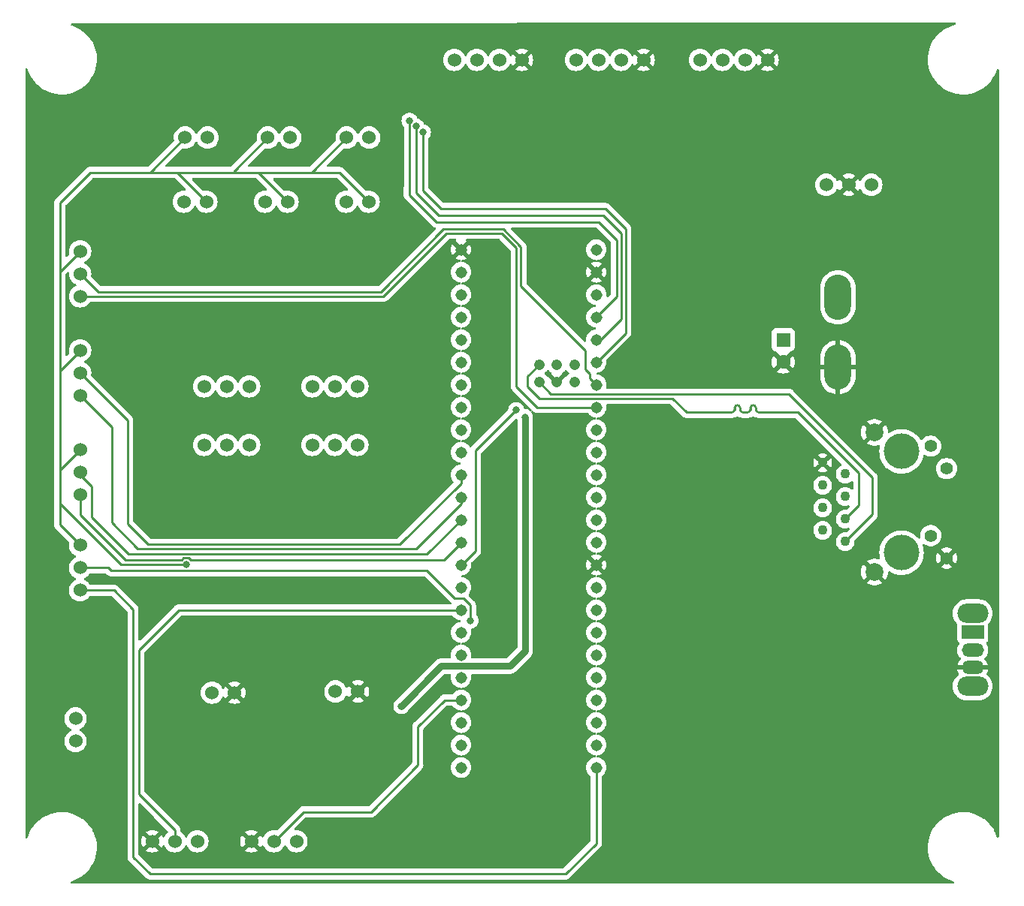
<source format=gbr>
%TF.GenerationSoftware,KiCad,Pcbnew,7.0.7*%
%TF.CreationDate,2023-11-08T18:52:27-06:00*%
%TF.ProjectId,Science_Actuation,53636965-6e63-4655-9f41-637475617469,rev?*%
%TF.SameCoordinates,Original*%
%TF.FileFunction,Copper,L2,Bot*%
%TF.FilePolarity,Positive*%
%FSLAX46Y46*%
G04 Gerber Fmt 4.6, Leading zero omitted, Abs format (unit mm)*
G04 Created by KiCad (PCBNEW 7.0.7) date 2023-11-08 18:52:27*
%MOMM*%
%LPD*%
G01*
G04 APERTURE LIST*
%TA.AperFunction,ComponentPad*%
%ADD10C,1.524000*%
%TD*%
%TA.AperFunction,ComponentPad*%
%ADD11O,3.000000X5.100000*%
%TD*%
%TA.AperFunction,ComponentPad*%
%ADD12O,3.500000X2.200000*%
%TD*%
%TA.AperFunction,ComponentPad*%
%ADD13R,2.500000X1.500000*%
%TD*%
%TA.AperFunction,ComponentPad*%
%ADD14O,2.500000X1.500000*%
%TD*%
%TA.AperFunction,ComponentPad*%
%ADD15C,1.100000*%
%TD*%
%TA.AperFunction,ComponentPad*%
%ADD16C,1.400000*%
%TD*%
%TA.AperFunction,ComponentPad*%
%ADD17C,4.000000*%
%TD*%
%TA.AperFunction,ComponentPad*%
%ADD18C,2.000000*%
%TD*%
%TA.AperFunction,ComponentPad*%
%ADD19R,1.600000X1.600000*%
%TD*%
%TA.AperFunction,ComponentPad*%
%ADD20C,1.600000*%
%TD*%
%TA.AperFunction,ComponentPad*%
%ADD21C,1.308000*%
%TD*%
%TA.AperFunction,ComponentPad*%
%ADD22C,1.208000*%
%TD*%
%TA.AperFunction,ViaPad*%
%ADD23C,0.800000*%
%TD*%
%TA.AperFunction,Conductor*%
%ADD24C,0.250000*%
%TD*%
%TA.AperFunction,Conductor*%
%ADD25C,0.254000*%
%TD*%
%TA.AperFunction,Conductor*%
%ADD26C,0.762000*%
%TD*%
%TA.AperFunction,Conductor*%
%ADD27C,0.200000*%
%TD*%
G04 APERTURE END LIST*
D10*
%TO.P,QuadEncode1,1*%
%TO.N,+5V*%
X93617422Y-21844000D03*
%TO.P,QuadEncode1,2*%
%TO.N,Encoder_1a*%
X96157422Y-21844000D03*
%TO.P,QuadEncode1,3*%
%TO.N,Encoder_1b*%
X98697422Y-21844000D03*
%TO.P,QuadEncode1,4*%
%TO.N,GND*%
X101237422Y-21844000D03*
X101237422Y-21844000D03*
%TD*%
%TO.P,U2,1,Vi*%
%TO.N,+12V*%
X112921422Y-35941000D03*
%TO.P,U2,2,GND*%
%TO.N,GND*%
X110381422Y-35941000D03*
%TO.P,U2,3,Vo*%
%TO.N,+5V*%
X107841422Y-35941000D03*
%TD*%
%TO.P,Conn13,1*%
%TO.N,Net-(Q5-D)*%
X38626422Y-93218000D03*
%TO.P,Conn13,2*%
%TO.N,GND*%
X41166422Y-93218000D03*
%TD*%
%TO.P,Conn17,1*%
%TO.N,+3V3*%
X42817422Y-65278000D03*
%TO.P,Conn17,2*%
%TO.N,MOCO4_FWD*%
X40277422Y-65278000D03*
%TO.P,Conn17,3*%
%TO.N,MOCO4_RVS*%
X37737422Y-65278000D03*
%TD*%
%TO.P,Conn15,1*%
%TO.N,Heater_Temp2*%
X23767422Y-59690000D03*
%TO.P,Conn15,2*%
%TO.N,Heater_On2*%
X23767422Y-57150000D03*
%TO.P,Conn15,3*%
%TO.N,+3V3*%
X23767422Y-54610000D03*
%TD*%
D11*
%TO.P,Conn1,2,V+Log*%
%TO.N,+12V*%
X109157800Y-48641000D03*
%TO.P,Conn1,1,GND*%
%TO.N,GND*%
X109157800Y-56515000D03*
%TD*%
D12*
%TO.P,SW10,*%
%TO.N,*%
X124351422Y-84292000D03*
X124351422Y-92492000D03*
D13*
%TO.P,SW10,1,A*%
%TO.N,+3V3*%
X124351422Y-86392000D03*
D14*
%TO.P,SW10,2,B*%
%TO.N,DIR_SW*%
X124351422Y-88392000D03*
%TO.P,SW10,3,C*%
%TO.N,GND*%
X124351422Y-90392000D03*
%TD*%
D15*
%TO.P,J4,1*%
%TO.N,T+*%
X109982000Y-76175000D03*
%TO.P,J4,2*%
%TO.N,Net-(C2-Pad2)*%
X107442000Y-74905000D03*
%TO.P,J4,3*%
%TO.N,T-*%
X109982000Y-73635000D03*
%TO.P,J4,4*%
%TO.N,R+*%
X107442000Y-72365000D03*
%TO.P,J4,5*%
%TO.N,Net-(C2-Pad2)*%
X109982000Y-71095000D03*
%TO.P,J4,6*%
%TO.N,R-*%
X107442000Y-69825000D03*
%TO.P,J4,7*%
%TO.N,unconnected-(J4-Pad7)*%
X109982000Y-68555000D03*
%TO.P,J4,8*%
%TO.N,GND*%
X107442000Y-67285000D03*
D16*
%TO.P,J4,9*%
X121412000Y-78055000D03*
%TO.P,J4,10*%
%TO.N,LED*%
X119622000Y-75515000D03*
%TO.P,J4,11*%
%TO.N,unconnected-(J4-Pad11)*%
X121412000Y-67945000D03*
%TO.P,J4,12*%
%TO.N,unconnected-(J4-Pad12)*%
X119622000Y-65405000D03*
D17*
%TO.P,J4,13*%
%TO.N,N/C*%
X116332000Y-77445000D03*
%TO.P,J4,14*%
X116332000Y-66015000D03*
D18*
%TO.P,J4,SH*%
%TO.N,GND*%
X113282000Y-79605000D03*
X113282000Y-63855000D03*
%TD*%
D10*
%TO.P,Conn8,1*%
%TO.N,+3V3*%
X37991422Y-37846000D03*
%TO.P,Conn8,2*%
%TO.N,LimitSwitch6*%
X35451422Y-37846000D03*
%TD*%
%TO.P,Conn7,1*%
%TO.N,+3V3*%
X47135422Y-37846000D03*
%TO.P,Conn7,2*%
%TO.N,LimitSwitch5*%
X44595422Y-37846000D03*
%TD*%
%TO.P,Conn4,1*%
%TO.N,+3V3*%
X44912922Y-30607000D03*
%TO.P,Conn4,2*%
%TO.N,LimitSwitch2*%
X47452922Y-30607000D03*
%TD*%
%TO.P,QuadEncode3,1*%
%TO.N,+5V*%
X65931422Y-21844000D03*
%TO.P,QuadEncode3,2*%
%TO.N,Encoder_3a*%
X68471422Y-21844000D03*
%TO.P,QuadEncode3,3*%
%TO.N,Encoder_3b*%
X71011422Y-21844000D03*
%TO.P,QuadEncode3,4*%
%TO.N,GND*%
X73551422Y-21844000D03*
X73551422Y-21844000D03*
%TD*%
%TO.P,QuadEncode2,1*%
%TO.N,+5V*%
X79647422Y-21844000D03*
%TO.P,QuadEncode2,2*%
%TO.N,Encoder_2a*%
X82187422Y-21844000D03*
%TO.P,QuadEncode2,3*%
%TO.N,Encoder_2b*%
X84727422Y-21844000D03*
%TO.P,QuadEncode2,4*%
%TO.N,GND*%
X87267422Y-21844000D03*
X87267422Y-21844000D03*
%TD*%
%TO.P,Servo2,1*%
%TO.N,+5V*%
X48133000Y-109982000D03*
%TO.P,Servo2,2*%
%TO.N,Servo_2*%
X45593000Y-109982000D03*
%TO.P,Servo2,3*%
%TO.N,GND*%
X43053000Y-109982000D03*
%TD*%
%TO.P,Conn10,1*%
%TO.N,+3V3*%
X37737422Y-58674000D03*
%TO.P,Conn10,2*%
%TO.N,MOCO2_FWD*%
X40277422Y-58674000D03*
%TO.P,Conn10,3*%
%TO.N,MOCO2_RVS*%
X42817422Y-58674000D03*
%TD*%
D19*
%TO.P,C1,1*%
%TO.N,+12V*%
X102997000Y-53427621D03*
D20*
%TO.P,C1,2*%
%TO.N,GND*%
X102997000Y-55927621D03*
%TD*%
D10*
%TO.P,Conn14,1*%
%TO.N,Heater_Temp*%
X23767422Y-48514000D03*
%TO.P,Conn14,2*%
%TO.N,Heater_On*%
X23767422Y-45974000D03*
%TO.P,Conn14,3*%
%TO.N,+3V3*%
X23767422Y-43434000D03*
%TD*%
%TO.P,Conn3,1*%
%TO.N,+3V3*%
X35578422Y-30607000D03*
%TO.P,Conn3,2*%
%TO.N,LimitSwitch1*%
X38118422Y-30607000D03*
%TD*%
%TO.P,Conn16,1*%
%TO.N,Heater_Temp3*%
X23767422Y-70866000D03*
%TO.P,Conn16,2*%
%TO.N,Heater_On3*%
X23767422Y-68326000D03*
%TO.P,Conn16,3*%
%TO.N,+3V3*%
X23767422Y-65786000D03*
%TD*%
%TO.P,Conn18,1*%
%TO.N,Heater_Temp4*%
X23749000Y-81661000D03*
%TO.P,Conn18,2*%
%TO.N,Heater_On4*%
X23749000Y-79121000D03*
%TO.P,Conn18,3*%
%TO.N,+3V3*%
X23749000Y-76581000D03*
%TD*%
%TO.P,Conn12,1*%
%TO.N,Net-(Q4-D)*%
X52532922Y-93091000D03*
%TO.P,Conn12,2*%
%TO.N,GND*%
X55072922Y-93091000D03*
%TD*%
%TO.P,Conn5,1*%
%TO.N,+3V3*%
X53802922Y-30607000D03*
%TO.P,Conn5,2*%
%TO.N,LimitSwitch3*%
X56342922Y-30607000D03*
%TD*%
D21*
%TO.P,U1,0,RX1*%
%TO.N,LimitSwitch4*%
X66693422Y-45786656D03*
%TO.P,U1,1,TX1*%
%TO.N,MOCO2_FWD*%
X66693422Y-48326656D03*
%TO.P,U1,2,OUT2*%
%TO.N,MOCO2_RVS*%
X66693422Y-50866656D03*
%TO.P,U1,3,LRCLK2*%
%TO.N,MOCO3_FWD*%
X66693422Y-53406656D03*
%TO.P,U1,3.3V_1,3.3V*%
%TO.N,+3V3*%
X66693422Y-78806656D03*
%TO.P,U1,3.3V_2,3.3V*%
X81933422Y-48326656D03*
%TO.P,U1,4,BCLK2*%
%TO.N,MOCO3_RVS*%
X66693422Y-55946656D03*
%TO.P,U1,5,IN2*%
%TO.N,MOCO1_FWD*%
X66693422Y-58486656D03*
%TO.P,U1,6,OUT1D*%
%TO.N,MOCO1_RVS*%
X66693422Y-61026656D03*
%TO.P,U1,7,RX2*%
%TO.N,MOCO4_FWD*%
X66693422Y-63566656D03*
%TO.P,U1,8,TX2*%
%TO.N,MOCO4_RVS*%
X66693422Y-66106656D03*
%TO.P,U1,9,OUT1C*%
%TO.N,Heater_On2*%
X66693422Y-68646656D03*
%TO.P,U1,10,CS1*%
%TO.N,Heater_Temp2*%
X66693422Y-71186656D03*
%TO.P,U1,11,MOSI*%
%TO.N,Heater_On3*%
X66693422Y-73726656D03*
%TO.P,U1,12,MISO*%
%TO.N,Heater_Temp3*%
X66693422Y-76266656D03*
%TO.P,U1,13,SCK*%
%TO.N,Encoder_3a*%
X81933422Y-76266656D03*
%TO.P,U1,14,A0*%
%TO.N,Encoder_3b*%
X81933422Y-73726656D03*
%TO.P,U1,15,A1*%
%TO.N,Encoder_2a*%
X81933422Y-71186656D03*
%TO.P,U1,16,A2*%
%TO.N,Encoder_2b*%
X81933422Y-68646656D03*
%TO.P,U1,17,A3*%
%TO.N,Encoder_1a*%
X81933422Y-66106656D03*
%TO.P,U1,18,A4*%
%TO.N,Encoder_1b*%
X81933422Y-63566656D03*
%TO.P,U1,19,A5*%
%TO.N,Heater_Temp*%
X81933422Y-61026656D03*
%TO.P,U1,20,A6*%
%TO.N,Heater_On*%
X81933422Y-58486656D03*
%TO.P,U1,21,A7*%
%TO.N,LimitSwitch1*%
X81933422Y-55946656D03*
%TO.P,U1,22,A8*%
%TO.N,LimitSwitch2*%
X81933422Y-53406656D03*
%TO.P,U1,23,A9*%
%TO.N,LimitSwitch3*%
X81933422Y-50866656D03*
%TO.P,U1,24,A10*%
%TO.N,LimitSwitch5*%
X66693422Y-81346656D03*
%TO.P,U1,25,A11*%
%TO.N,Servo_1*%
X66693422Y-83886656D03*
%TO.P,U1,26,A12*%
%TO.N,Pump2*%
X66693422Y-86426656D03*
%TO.P,U1,27,A13*%
%TO.N,Pump1*%
X66693422Y-88966656D03*
%TO.P,U1,28,RX7*%
%TO.N,Heater_On4*%
X66693422Y-91506656D03*
%TO.P,U1,29,TX7*%
%TO.N,Servo_2*%
X66693422Y-94046656D03*
%TO.P,U1,30,CRX3*%
%TO.N,LimitSwitch6*%
X66693422Y-96586656D03*
%TO.P,U1,31,CTX3*%
%TO.N,LAS*%
X66693422Y-99126656D03*
%TO.P,U1,32,OUT1B*%
%TO.N,DIR_SW*%
X66693422Y-101666656D03*
%TO.P,U1,33,MCLK2*%
%TO.N,Heater_Temp4*%
X81933422Y-101666656D03*
%TO.P,U1,34,RX8*%
%TO.N,SW8*%
X81933422Y-99126656D03*
%TO.P,U1,35,TX8*%
%TO.N,SW7*%
X81933422Y-96586656D03*
%TO.P,U1,36,CS2*%
%TO.N,SW6*%
X81933422Y-94046656D03*
%TO.P,U1,37,CS3*%
%TO.N,SW5*%
X81933422Y-91506656D03*
%TO.P,U1,38,A14*%
%TO.N,SW4*%
X81933422Y-88966656D03*
%TO.P,U1,39,A15*%
%TO.N,SW3*%
X81933422Y-86426656D03*
%TO.P,U1,40,A16*%
%TO.N,SW2*%
X81933422Y-83886656D03*
%TO.P,U1,41,A17*%
%TO.N,SW1*%
X81933422Y-81346656D03*
%TO.P,U1,GND1,GND*%
%TO.N,GND*%
X66693422Y-43246656D03*
%TO.P,U1,GND2,GND*%
X81933422Y-78806656D03*
%TO.P,U1,GND3,GND*%
X81933422Y-45786656D03*
D22*
%TO.P,U1,GND5,GND*%
X77483422Y-58216656D03*
%TO.P,U1,LED,LED*%
%TO.N,LED*%
X77483422Y-56216656D03*
%TO.P,U1,R+,R+*%
%TO.N,R+*%
X79483422Y-56216656D03*
%TO.P,U1,R-,R-*%
%TO.N,R-*%
X79483422Y-58216656D03*
%TO.P,U1,T+,T+*%
%TO.N,T+*%
X75483422Y-58216656D03*
%TO.P,U1,T-,T-*%
%TO.N,T-*%
X75483422Y-56216656D03*
D21*
%TO.P,U1,VIN,VIN*%
%TO.N,+5V*%
X81933422Y-43246656D03*
%TD*%
D10*
%TO.P,Servo1,1*%
%TO.N,+5V*%
X36975422Y-109982000D03*
%TO.P,Servo1,2*%
%TO.N,Servo_1*%
X34435422Y-109982000D03*
%TO.P,Servo1,3*%
%TO.N,GND*%
X31895422Y-109982000D03*
%TD*%
%TO.P,Conn9,1*%
%TO.N,+3V3*%
X55009422Y-65278000D03*
%TO.P,Conn9,2*%
%TO.N,MOCO1_FWD*%
X52469422Y-65278000D03*
%TO.P,Conn9,3*%
%TO.N,MOCO1_RVS*%
X49929422Y-65278000D03*
%TD*%
%TO.P,Conn11,1*%
%TO.N,+3V3*%
X49929422Y-58674000D03*
%TO.P,Conn11,2*%
%TO.N,MOCO3_FWD*%
X52469422Y-58674000D03*
%TO.P,Conn11,3*%
%TO.N,MOCO3_RVS*%
X55009422Y-58674000D03*
%TD*%
%TO.P,Conn6,1*%
%TO.N,+3V3*%
X56279422Y-37846000D03*
%TO.P,Conn6,2*%
%TO.N,LimitSwitch4*%
X53739422Y-37846000D03*
%TD*%
%TO.P,Conn2,2*%
%TO.N,Net-(Q1-D)*%
X23241000Y-96139000D03*
%TO.P,Conn2,1*%
%TO.N,+5V*%
X23241000Y-98679000D03*
%TD*%
D23*
%TO.N,GND*%
X48133000Y-82042000D03*
X115443000Y-106934000D03*
X70993000Y-73787000D03*
X46355000Y-65913000D03*
X60325000Y-53086000D03*
X59436000Y-62865000D03*
%TO.N,+12V*%
X73879000Y-62138000D03*
X59962422Y-94742000D03*
%TO.N,GND*%
X96494600Y-95580200D03*
X80975200Y-32969200D03*
X95758000Y-33401000D03*
X34163000Y-86614000D03*
X106045000Y-44069000D03*
X85725000Y-101854000D03*
X76708000Y-62230000D03*
X48641000Y-75057000D03*
X86868000Y-92964000D03*
X53873400Y-99466400D03*
X71018400Y-33578800D03*
X118999000Y-39497000D03*
X107315000Y-95377000D03*
X52120800Y-28905200D03*
X96139000Y-104521000D03*
X88011000Y-49911000D03*
X61087000Y-86487000D03*
%TO.N,+3V3*%
X35705422Y-78740000D03*
X72898000Y-61341000D03*
%TO.N,LimitSwitch1*%
X62391749Y-30017299D03*
%TO.N,LimitSwitch2*%
X61639189Y-29359531D03*
%TO.N,LimitSwitch3*%
X60886422Y-28702000D03*
%TO.N,Heater_On4*%
X67744922Y-85090000D03*
%TD*%
D24*
%TO.N,Heater_On4*%
X66929000Y-82550000D02*
X67744922Y-83365922D01*
X65930250Y-82550000D02*
X66929000Y-82550000D01*
X27268000Y-79465000D02*
X62845250Y-79465000D01*
X62845250Y-79465000D02*
X65930250Y-82550000D01*
X26924000Y-79121000D02*
X27268000Y-79465000D01*
X23749000Y-79121000D02*
X26924000Y-79121000D01*
X67744922Y-83365922D02*
X67744922Y-85090000D01*
D25*
%TO.N,LimitSwitch1*%
X85235422Y-52644656D02*
X81933422Y-55946656D01*
X82949422Y-38608000D02*
X85235422Y-40894000D01*
X64407422Y-38608000D02*
X82949422Y-38608000D01*
X62391749Y-30017299D02*
X62393922Y-30019472D01*
X62393922Y-36594500D02*
X64407422Y-38608000D01*
X62393922Y-30019472D02*
X62393922Y-36594500D01*
X85235422Y-40894000D02*
X85235422Y-52644656D01*
%TO.N,LimitSwitch2*%
X82374766Y-53406656D02*
X81933422Y-53406656D01*
X84727422Y-41402000D02*
X84727422Y-51054000D01*
X82695422Y-39370000D02*
X84727422Y-41402000D01*
X64153422Y-39370000D02*
X82695422Y-39370000D01*
X61613422Y-29385298D02*
X61613422Y-36830000D01*
X61639189Y-29359531D02*
X61613422Y-29385298D01*
X61613422Y-36830000D02*
X64153422Y-39370000D01*
X84727422Y-51054000D02*
X82374766Y-53406656D01*
%TO.N,LimitSwitch3*%
X81933422Y-50800000D02*
X81933422Y-50866656D01*
X84219422Y-48514000D02*
X81933422Y-50800000D01*
X84219422Y-42164000D02*
X84219422Y-48514000D01*
X82187422Y-40132000D02*
X84219422Y-42164000D01*
X63899422Y-40132000D02*
X82187422Y-40132000D01*
X60851422Y-37084000D02*
X63899422Y-40132000D01*
X60886422Y-36287000D02*
X60851422Y-36322000D01*
X60851422Y-36322000D02*
X60851422Y-37084000D01*
X60886422Y-28702000D02*
X60886422Y-36287000D01*
%TO.N,+3V3*%
X31641422Y-34544000D02*
X24892000Y-34544000D01*
X21481422Y-37954578D02*
X24892000Y-34544000D01*
X21481422Y-45720000D02*
X21481422Y-37954578D01*
%TO.N,T+*%
X76823792Y-59557026D02*
X75483422Y-58216656D01*
X103626026Y-59557026D02*
X76823792Y-59557026D01*
X113030000Y-73127000D02*
X113030000Y-68961000D01*
X113030000Y-68961000D02*
X103626026Y-59557026D01*
X109982000Y-76175000D02*
X113030000Y-73127000D01*
%TO.N,T-*%
X74168000Y-58674000D02*
X74168000Y-57532078D01*
X75505026Y-60011026D02*
X74168000Y-58674000D01*
X90491026Y-60011026D02*
X75505026Y-60011026D01*
X98125000Y-61295000D02*
X98125000Y-61095000D01*
X99003000Y-61595000D02*
X98425000Y-61595000D01*
X99303000Y-61095000D02*
X99303000Y-61295000D01*
X104648000Y-61595000D02*
X100203000Y-61595000D01*
X109982000Y-73635000D02*
X111502474Y-72114526D01*
X74168000Y-57532078D02*
X75483422Y-56216656D01*
X97225000Y-61595000D02*
G75*
G03*
X97525000Y-61295000I0J300000D01*
G01*
X97825000Y-60795000D02*
G75*
G03*
X97525000Y-61095000I0J-300000D01*
G01*
X98125000Y-61295000D02*
G75*
G03*
X98425000Y-61595000I300000J0D01*
G01*
X99903000Y-61295000D02*
X99903000Y-61095000D01*
X97525000Y-61095000D02*
X97525000Y-61295000D01*
X99003000Y-61595000D02*
G75*
G03*
X99303000Y-61295000I0J300000D01*
G01*
X98125000Y-61095000D02*
G75*
G03*
X97825000Y-60795000I-300000J0D01*
G01*
X92075000Y-61595000D02*
X90491026Y-60011026D01*
X99603000Y-60795000D02*
G75*
G03*
X99303000Y-61095000I0J-300000D01*
G01*
X111502474Y-72114526D02*
X111502474Y-68449474D01*
X99903000Y-61095000D02*
G75*
G03*
X99603000Y-60795000I-300000J0D01*
G01*
X111502474Y-68449474D02*
X104648000Y-61595000D01*
X99903000Y-61295000D02*
G75*
G03*
X100203000Y-61595000I300000J0D01*
G01*
X97225000Y-61595000D02*
X92075000Y-61595000D01*
D26*
%TO.N,+12V*%
X64465200Y-90220800D02*
X59962422Y-94723578D01*
X73914000Y-88493600D02*
X72186800Y-90220800D01*
X73914000Y-62173000D02*
X73914000Y-88493600D01*
X72186800Y-90220800D02*
X64465200Y-90220800D01*
X59962422Y-94723578D02*
X59962422Y-94742000D01*
X73879000Y-62138000D02*
X73914000Y-62173000D01*
D25*
%TO.N,+3V3*%
X49865922Y-34544000D02*
X49167422Y-34544000D01*
X21481422Y-71882000D02*
X21463000Y-71900422D01*
D24*
X21463000Y-74295000D02*
X21463000Y-73914000D01*
D25*
X68326000Y-77216000D02*
X68284078Y-77216000D01*
X44912922Y-30607000D02*
X41039422Y-34480500D01*
X72898000Y-61341000D02*
X68326000Y-65913000D01*
X68284078Y-77216000D02*
X66693422Y-78806656D01*
X21481422Y-45720000D02*
X23767422Y-43434000D01*
X21481422Y-68072000D02*
X21481422Y-68326000D01*
X49167422Y-34544000D02*
X52977422Y-34544000D01*
X52977422Y-34544000D02*
X56279422Y-37846000D01*
X23259422Y-65786000D02*
X23767422Y-65786000D01*
X21481422Y-66294000D02*
X21481422Y-56896000D01*
X66880766Y-78806656D02*
X66947422Y-78740000D01*
X21481422Y-71882000D02*
X21481422Y-68326000D01*
X41039422Y-34480500D02*
X41039422Y-34544000D01*
D24*
X23749000Y-76581000D02*
X21463000Y-74295000D01*
D25*
X31641422Y-34544000D02*
X34689422Y-34544000D01*
X35578422Y-30607000D02*
X31641422Y-34544000D01*
X35705422Y-78740000D02*
X28339422Y-78740000D01*
X53802922Y-30607000D02*
X49865922Y-34544000D01*
X34689422Y-34544000D02*
X41039422Y-34544000D01*
X66693422Y-78806656D02*
X66880766Y-78806656D01*
X21481422Y-56896000D02*
X23767422Y-54610000D01*
X21463000Y-71900422D02*
X21463000Y-73914000D01*
X23767422Y-65786000D02*
X21481422Y-68072000D01*
X47135422Y-37846000D02*
X43833422Y-34544000D01*
X21481422Y-68326000D02*
X21481422Y-66294000D01*
X68326000Y-65913000D02*
X68326000Y-77216000D01*
X41039422Y-34544000D02*
X43833422Y-34544000D01*
X43833422Y-34544000D02*
X49167422Y-34544000D01*
X37991422Y-37846000D02*
X34689422Y-34544000D01*
X21481422Y-56896000D02*
X21481422Y-45720000D01*
X28339422Y-78740000D02*
X21481422Y-71882000D01*
D24*
%TO.N,Heater_Temp*%
X75269078Y-61026656D02*
X72916422Y-58674000D01*
X71265422Y-41402000D02*
X65042422Y-41402000D01*
X72916422Y-43053000D02*
X71265422Y-41402000D01*
X65042422Y-41402000D02*
X57930422Y-48514000D01*
X57930422Y-48514000D02*
X23767422Y-48514000D01*
X81933422Y-61026656D02*
X75269078Y-61026656D01*
X72916422Y-58674000D02*
X72916422Y-43053000D01*
%TO.N,Heater_On*%
X64712000Y-40952000D02*
X57658000Y-48006000D01*
X81171422Y-57277000D02*
X80663422Y-56769000D01*
X73424422Y-42924604D02*
X71451818Y-40952000D01*
X80663422Y-54610000D02*
X73424422Y-47371000D01*
X81171422Y-57724656D02*
X81171422Y-57277000D01*
X73424422Y-47371000D02*
X73424422Y-42924604D01*
X57658000Y-48006000D02*
X25799422Y-48006000D01*
X25799422Y-48006000D02*
X23767422Y-45974000D01*
X80663422Y-56769000D02*
X80663422Y-54610000D01*
X81933422Y-58486656D02*
X81171422Y-57724656D01*
X71451818Y-40952000D02*
X64712000Y-40952000D01*
D25*
%TO.N,Heater_Temp2*%
X66693422Y-71863578D02*
X66693422Y-71186656D01*
X61595000Y-76962000D02*
X66693422Y-71863578D01*
X27323422Y-74059422D02*
X30226000Y-76962000D01*
X23767422Y-59690000D02*
X27323422Y-63246000D01*
X30226000Y-76962000D02*
X61595000Y-76962000D01*
X27323422Y-63246000D02*
X27323422Y-74059422D01*
%TO.N,Heater_On2*%
X29101422Y-74186422D02*
X31423000Y-76508000D01*
X59763000Y-76508000D02*
X66693422Y-69577578D01*
X66693422Y-69577578D02*
X66693422Y-68646656D01*
X23767422Y-57150000D02*
X29101422Y-62484000D01*
X31423000Y-76508000D02*
X59763000Y-76508000D01*
X29101422Y-62484000D02*
X29101422Y-74186422D01*
%TO.N,Heater_Temp3*%
X35185288Y-78232000D02*
X35404288Y-78013000D01*
X28829000Y-78232000D02*
X35185288Y-78232000D01*
X35404288Y-78013000D02*
X36006556Y-78013000D01*
X23767422Y-70866000D02*
X23767422Y-73170422D01*
X23767422Y-73170422D02*
X28829000Y-78232000D01*
X64728078Y-78232000D02*
X66693422Y-76266656D01*
X36225556Y-78232000D02*
X64728078Y-78232000D01*
X36006556Y-78013000D02*
X36225556Y-78232000D01*
%TO.N,Heater_On3*%
X62823078Y-77597000D02*
X66693422Y-73726656D01*
X23767422Y-68725422D02*
X25019000Y-69977000D01*
X25019000Y-69977000D02*
X25019000Y-73406000D01*
X25019000Y-73406000D02*
X29172000Y-77559000D01*
X36232609Y-77597000D02*
X62823078Y-77597000D01*
X29172000Y-77559000D02*
X36194609Y-77559000D01*
X23767422Y-68326000D02*
X23767422Y-68725422D01*
X36194609Y-77559000D02*
X36232609Y-77597000D01*
D27*
%TO.N,T+*%
X75483422Y-58216656D02*
X76829766Y-59563000D01*
D24*
%TO.N,Heater_Temp4*%
X29718000Y-111760000D02*
X31623000Y-113665000D01*
X81933422Y-110217578D02*
X81933422Y-101666656D01*
X31623000Y-113665000D02*
X78486000Y-113665000D01*
X23749000Y-81661000D02*
X27559000Y-81661000D01*
X78486000Y-113665000D02*
X81933422Y-110217578D01*
X27559000Y-81661000D02*
X29718000Y-83820000D01*
X29718000Y-83820000D02*
X29718000Y-111760000D01*
D25*
%TO.N,Servo_1*%
X30371422Y-88392000D02*
X34876766Y-83886656D01*
X30371422Y-104648000D02*
X30371422Y-88392000D01*
X34876766Y-83886656D02*
X66693422Y-83886656D01*
X34435422Y-109982000D02*
X34435422Y-108712000D01*
X34435422Y-108712000D02*
X30371422Y-104648000D01*
%TO.N,Servo_2*%
X56533422Y-106661578D02*
X61813422Y-101381578D01*
D24*
X45593000Y-109982000D02*
X48913422Y-106661578D01*
D25*
X61813422Y-101381578D02*
X61813422Y-97063578D01*
X61813422Y-97063578D02*
X64830344Y-94046656D01*
X64830344Y-94046656D02*
X66693422Y-94046656D01*
D24*
X48913422Y-106661578D02*
X56533422Y-106661578D01*
%TD*%
%TA.AperFunction,Conductor*%
%TO.N,GND*%
G36*
X74784476Y-61430449D02*
G01*
X74793647Y-61438258D01*
X74833713Y-61475882D01*
X74854601Y-61496771D01*
X74854605Y-61496774D01*
X74854607Y-61496776D01*
X74860089Y-61501029D01*
X74864521Y-61504813D01*
X74898496Y-61536718D01*
X74916054Y-61546370D01*
X74932311Y-61557049D01*
X74948142Y-61569329D01*
X74967815Y-61577842D01*
X74990911Y-61587838D01*
X74996155Y-61590406D01*
X75036986Y-61612853D01*
X75049601Y-61616091D01*
X75056383Y-61617833D01*
X75074797Y-61624137D01*
X75093182Y-61632094D01*
X75139235Y-61639388D01*
X75144904Y-61640562D01*
X75190059Y-61652156D01*
X75210094Y-61652156D01*
X75229491Y-61653682D01*
X75249274Y-61656816D01*
X75295661Y-61652431D01*
X75301500Y-61652156D01*
X80897322Y-61652156D01*
X80964361Y-61671841D01*
X80996276Y-61701429D01*
X81076581Y-61807770D01*
X81234700Y-61951914D01*
X81234705Y-61951917D01*
X81234708Y-61951919D01*
X81416608Y-62064547D01*
X81416609Y-62064547D01*
X81416612Y-62064549D01*
X81616125Y-62141841D01*
X81792267Y-62174767D01*
X81854547Y-62206435D01*
X81889820Y-62266748D01*
X81886886Y-62336556D01*
X81846677Y-62393696D01*
X81792267Y-62418544D01*
X81616125Y-62451471D01*
X81489955Y-62500349D01*
X81416614Y-62528762D01*
X81416608Y-62528764D01*
X81234708Y-62641392D01*
X81234705Y-62641394D01*
X81234701Y-62641396D01*
X81234700Y-62641398D01*
X81079119Y-62783228D01*
X81076580Y-62785543D01*
X80947641Y-62956285D01*
X80852271Y-63147814D01*
X80852268Y-63147820D01*
X80793718Y-63353605D01*
X80793717Y-63353608D01*
X80773976Y-63566655D01*
X80773976Y-63566656D01*
X80793717Y-63779703D01*
X80793718Y-63779706D01*
X80852268Y-63985491D01*
X80852271Y-63985497D01*
X80874396Y-64029930D01*
X80947641Y-64177026D01*
X81076581Y-64347770D01*
X81234700Y-64491914D01*
X81234705Y-64491917D01*
X81234708Y-64491919D01*
X81416608Y-64604547D01*
X81416609Y-64604547D01*
X81416612Y-64604549D01*
X81616125Y-64681841D01*
X81792267Y-64714767D01*
X81854547Y-64746435D01*
X81889820Y-64806748D01*
X81886886Y-64876556D01*
X81846677Y-64933696D01*
X81792267Y-64958544D01*
X81616125Y-64991471D01*
X81489955Y-65040349D01*
X81416614Y-65068762D01*
X81416608Y-65068764D01*
X81234708Y-65181392D01*
X81234705Y-65181394D01*
X81234701Y-65181396D01*
X81234700Y-65181398D01*
X81089151Y-65314083D01*
X81076580Y-65325543D01*
X80947641Y-65496285D01*
X80852271Y-65687814D01*
X80852268Y-65687820D01*
X80793718Y-65893605D01*
X80793717Y-65893608D01*
X80773976Y-66106655D01*
X80773976Y-66106656D01*
X80793717Y-66319703D01*
X80793718Y-66319706D01*
X80852268Y-66525491D01*
X80852271Y-66525497D01*
X80892108Y-66605500D01*
X80947641Y-66717026D01*
X81076581Y-66887770D01*
X81234700Y-67031914D01*
X81234705Y-67031917D01*
X81234708Y-67031919D01*
X81416608Y-67144547D01*
X81416609Y-67144547D01*
X81416612Y-67144549D01*
X81616125Y-67221841D01*
X81792267Y-67254767D01*
X81854547Y-67286435D01*
X81889820Y-67346748D01*
X81886886Y-67416556D01*
X81846677Y-67473696D01*
X81792267Y-67498544D01*
X81616125Y-67531471D01*
X81519923Y-67568740D01*
X81416614Y-67608762D01*
X81416608Y-67608764D01*
X81234708Y-67721392D01*
X81234705Y-67721394D01*
X81234701Y-67721396D01*
X81234700Y-67721398D01*
X81112674Y-67832639D01*
X81076580Y-67865543D01*
X80947641Y-68036285D01*
X80852271Y-68227814D01*
X80852268Y-68227820D01*
X80793718Y-68433605D01*
X80793717Y-68433608D01*
X80773976Y-68646655D01*
X80773976Y-68646656D01*
X80793717Y-68859703D01*
X80793718Y-68859706D01*
X80852268Y-69065491D01*
X80852271Y-69065497D01*
X80890091Y-69141450D01*
X80947641Y-69257026D01*
X81076581Y-69427770D01*
X81234700Y-69571914D01*
X81234705Y-69571917D01*
X81234708Y-69571919D01*
X81416608Y-69684547D01*
X81416609Y-69684547D01*
X81416612Y-69684549D01*
X81616125Y-69761841D01*
X81792267Y-69794767D01*
X81854547Y-69826435D01*
X81889820Y-69886748D01*
X81886886Y-69956556D01*
X81846677Y-70013696D01*
X81792267Y-70038544D01*
X81616125Y-70071471D01*
X81491456Y-70119768D01*
X81416614Y-70148762D01*
X81416608Y-70148764D01*
X81234708Y-70261392D01*
X81234705Y-70261394D01*
X81234701Y-70261396D01*
X81234700Y-70261398D01*
X81170977Y-70319489D01*
X81076580Y-70405543D01*
X80947641Y-70576285D01*
X80852271Y-70767814D01*
X80852268Y-70767820D01*
X80793718Y-70973605D01*
X80793717Y-70973608D01*
X80773976Y-71186655D01*
X80773976Y-71186656D01*
X80793717Y-71399703D01*
X80793718Y-71399706D01*
X80852268Y-71605491D01*
X80852271Y-71605497D01*
X80928344Y-71758272D01*
X80947641Y-71797026D01*
X81076581Y-71967770D01*
X81234700Y-72111914D01*
X81234705Y-72111917D01*
X81234708Y-72111919D01*
X81416608Y-72224547D01*
X81416609Y-72224547D01*
X81416612Y-72224549D01*
X81616125Y-72301841D01*
X81792267Y-72334767D01*
X81854547Y-72366435D01*
X81889820Y-72426748D01*
X81886886Y-72496556D01*
X81846677Y-72553696D01*
X81792267Y-72578544D01*
X81616125Y-72611471D01*
X81566807Y-72630577D01*
X81416614Y-72688762D01*
X81416608Y-72688764D01*
X81234708Y-72801392D01*
X81234705Y-72801394D01*
X81234701Y-72801396D01*
X81234700Y-72801398D01*
X81218992Y-72815718D01*
X81076580Y-72945543D01*
X80947641Y-73116285D01*
X80852271Y-73307814D01*
X80852268Y-73307820D01*
X80793718Y-73513605D01*
X80793717Y-73513608D01*
X80773976Y-73726655D01*
X80773976Y-73726656D01*
X80793717Y-73939703D01*
X80793718Y-73939706D01*
X80852268Y-74145491D01*
X80852271Y-74145497D01*
X80897188Y-74235702D01*
X80947641Y-74337026D01*
X81076581Y-74507770D01*
X81234700Y-74651914D01*
X81234705Y-74651917D01*
X81234708Y-74651919D01*
X81416608Y-74764547D01*
X81416609Y-74764547D01*
X81416612Y-74764549D01*
X81616125Y-74841841D01*
X81792267Y-74874767D01*
X81854547Y-74906435D01*
X81889820Y-74966748D01*
X81886886Y-75036556D01*
X81846677Y-75093696D01*
X81792267Y-75118544D01*
X81616125Y-75151471D01*
X81491456Y-75199768D01*
X81416614Y-75228762D01*
X81416608Y-75228764D01*
X81234708Y-75341392D01*
X81234705Y-75341394D01*
X81234701Y-75341396D01*
X81234700Y-75341398D01*
X81213529Y-75360698D01*
X81076580Y-75485543D01*
X80947641Y-75656285D01*
X80852271Y-75847814D01*
X80852268Y-75847820D01*
X80793718Y-76053605D01*
X80793717Y-76053608D01*
X80773976Y-76266655D01*
X80773976Y-76266656D01*
X80793717Y-76479703D01*
X80793718Y-76479706D01*
X80852268Y-76685491D01*
X80852271Y-76685497D01*
X80920200Y-76821916D01*
X80947641Y-76877026D01*
X81076581Y-77047770D01*
X81234700Y-77191914D01*
X81234705Y-77191917D01*
X81234708Y-77191919D01*
X81416608Y-77304547D01*
X81416609Y-77304547D01*
X81416612Y-77304549D01*
X81616125Y-77381841D01*
X81793627Y-77415022D01*
X81855907Y-77446689D01*
X81891180Y-77507001D01*
X81888246Y-77576810D01*
X81848037Y-77633950D01*
X81793626Y-77658799D01*
X81616259Y-77691955D01*
X81416837Y-77769211D01*
X81313507Y-77833189D01*
X81749555Y-78269236D01*
X81783040Y-78330559D01*
X81778056Y-78400250D01*
X81736185Y-78456184D01*
X81718170Y-78467401D01*
X81695378Y-78479014D01*
X81695371Y-78479019D01*
X81605785Y-78568605D01*
X81605780Y-78568612D01*
X81594167Y-78591404D01*
X81546192Y-78642200D01*
X81478371Y-78658994D01*
X81412236Y-78636456D01*
X81396002Y-78622789D01*
X80957402Y-78184188D01*
X80957401Y-78184188D01*
X80948068Y-78196550D01*
X80948066Y-78196552D01*
X80852743Y-78387986D01*
X80852737Y-78388001D01*
X80794211Y-78593699D01*
X80794210Y-78593701D01*
X80774478Y-78806655D01*
X80774478Y-78806656D01*
X80794210Y-79019610D01*
X80794211Y-79019612D01*
X80852737Y-79225310D01*
X80852743Y-79225325D01*
X80948068Y-79416762D01*
X80957402Y-79429122D01*
X81396002Y-78990522D01*
X81457325Y-78957037D01*
X81527016Y-78962021D01*
X81582950Y-79003892D01*
X81594164Y-79021902D01*
X81605781Y-79044701D01*
X81605783Y-79044703D01*
X81605785Y-79044706D01*
X81695371Y-79134292D01*
X81695373Y-79134293D01*
X81695377Y-79134297D01*
X81718169Y-79145910D01*
X81768964Y-79193884D01*
X81785759Y-79261705D01*
X81763221Y-79327840D01*
X81749554Y-79344075D01*
X81313507Y-79780121D01*
X81416837Y-79844100D01*
X81416838Y-79844101D01*
X81616258Y-79921356D01*
X81793626Y-79954512D01*
X81855907Y-79986180D01*
X81891180Y-80046492D01*
X81888246Y-80116300D01*
X81848038Y-80173441D01*
X81793627Y-80198290D01*
X81707273Y-80214432D01*
X81616125Y-80231471D01*
X81494425Y-80278618D01*
X81416614Y-80308762D01*
X81416608Y-80308764D01*
X81234708Y-80421392D01*
X81234705Y-80421394D01*
X81234701Y-80421396D01*
X81234700Y-80421398D01*
X81078859Y-80563465D01*
X81076580Y-80565543D01*
X80947641Y-80736285D01*
X80852271Y-80927814D01*
X80852268Y-80927820D01*
X80793718Y-81133605D01*
X80793717Y-81133608D01*
X80773976Y-81346655D01*
X80773976Y-81346656D01*
X80793717Y-81559703D01*
X80793718Y-81559706D01*
X80852268Y-81765491D01*
X80852271Y-81765497D01*
X80947640Y-81957025D01*
X80947641Y-81957026D01*
X81076581Y-82127770D01*
X81234700Y-82271914D01*
X81234705Y-82271917D01*
X81234708Y-82271919D01*
X81416608Y-82384547D01*
X81416609Y-82384547D01*
X81416612Y-82384549D01*
X81616125Y-82461841D01*
X81792267Y-82494767D01*
X81854547Y-82526435D01*
X81889820Y-82586748D01*
X81886886Y-82656556D01*
X81846677Y-82713696D01*
X81792267Y-82738544D01*
X81616125Y-82771471D01*
X81489955Y-82820349D01*
X81416614Y-82848762D01*
X81416608Y-82848764D01*
X81234708Y-82961392D01*
X81234705Y-82961394D01*
X81234701Y-82961396D01*
X81234700Y-82961398D01*
X81124136Y-83062190D01*
X81076580Y-83105543D01*
X80947641Y-83276285D01*
X80852271Y-83467814D01*
X80852268Y-83467820D01*
X80793718Y-83673605D01*
X80793717Y-83673608D01*
X80773976Y-83886655D01*
X80773976Y-83886656D01*
X80793717Y-84099703D01*
X80793718Y-84099706D01*
X80852268Y-84305491D01*
X80852271Y-84305496D01*
X80947641Y-84497026D01*
X81076581Y-84667770D01*
X81234700Y-84811914D01*
X81234705Y-84811917D01*
X81234708Y-84811919D01*
X81416608Y-84924547D01*
X81416609Y-84924547D01*
X81416612Y-84924549D01*
X81616125Y-85001841D01*
X81792267Y-85034767D01*
X81854547Y-85066435D01*
X81889820Y-85126748D01*
X81886886Y-85196556D01*
X81846677Y-85253696D01*
X81792267Y-85278544D01*
X81616125Y-85311471D01*
X81489955Y-85360349D01*
X81416614Y-85388762D01*
X81416608Y-85388764D01*
X81234708Y-85501392D01*
X81234705Y-85501394D01*
X81234701Y-85501396D01*
X81234700Y-85501398D01*
X81076581Y-85645542D01*
X81076580Y-85645543D01*
X80947641Y-85816285D01*
X80852271Y-86007814D01*
X80852268Y-86007820D01*
X80793718Y-86213605D01*
X80793717Y-86213608D01*
X80773976Y-86426655D01*
X80773976Y-86426656D01*
X80793717Y-86639703D01*
X80793718Y-86639706D01*
X80852268Y-86845491D01*
X80852271Y-86845496D01*
X80947641Y-87037026D01*
X81076581Y-87207770D01*
X81234700Y-87351914D01*
X81234705Y-87351917D01*
X81234708Y-87351919D01*
X81416608Y-87464547D01*
X81416609Y-87464547D01*
X81416612Y-87464549D01*
X81616125Y-87541841D01*
X81792267Y-87574767D01*
X81854547Y-87606435D01*
X81889820Y-87666748D01*
X81886886Y-87736556D01*
X81846677Y-87793696D01*
X81792267Y-87818544D01*
X81616125Y-87851471D01*
X81494642Y-87898534D01*
X81416614Y-87928762D01*
X81416608Y-87928764D01*
X81234708Y-88041392D01*
X81234705Y-88041394D01*
X81234701Y-88041396D01*
X81234700Y-88041398D01*
X81099346Y-88164789D01*
X81076580Y-88185543D01*
X80947641Y-88356285D01*
X80852271Y-88547814D01*
X80852268Y-88547820D01*
X80793718Y-88753605D01*
X80793717Y-88753608D01*
X80773976Y-88966655D01*
X80773976Y-88966656D01*
X80793717Y-89179703D01*
X80793718Y-89179706D01*
X80852268Y-89385491D01*
X80852271Y-89385497D01*
X80942894Y-89567493D01*
X80947641Y-89577026D01*
X81076581Y-89747770D01*
X81234700Y-89891914D01*
X81234705Y-89891917D01*
X81234708Y-89891919D01*
X81416608Y-90004547D01*
X81416609Y-90004547D01*
X81416612Y-90004549D01*
X81616125Y-90081841D01*
X81792267Y-90114767D01*
X81854547Y-90146435D01*
X81889820Y-90206748D01*
X81886886Y-90276556D01*
X81846677Y-90333696D01*
X81792267Y-90358544D01*
X81616125Y-90391471D01*
X81489955Y-90440349D01*
X81416614Y-90468762D01*
X81416608Y-90468764D01*
X81234708Y-90581392D01*
X81234705Y-90581394D01*
X81234701Y-90581396D01*
X81234700Y-90581398D01*
X81190877Y-90621348D01*
X81076580Y-90725543D01*
X80947641Y-90896285D01*
X80852271Y-91087814D01*
X80852268Y-91087820D01*
X80793718Y-91293605D01*
X80793717Y-91293608D01*
X80773976Y-91506655D01*
X80773976Y-91506656D01*
X80793717Y-91719703D01*
X80793718Y-91719706D01*
X80852268Y-91925491D01*
X80852271Y-91925497D01*
X80886331Y-91993899D01*
X80947641Y-92117026D01*
X81076581Y-92287770D01*
X81234700Y-92431914D01*
X81234705Y-92431917D01*
X81234708Y-92431919D01*
X81416608Y-92544547D01*
X81416609Y-92544547D01*
X81416612Y-92544549D01*
X81616125Y-92621841D01*
X81792267Y-92654767D01*
X81854547Y-92686435D01*
X81889820Y-92746748D01*
X81886886Y-92816556D01*
X81846677Y-92873696D01*
X81792267Y-92898544D01*
X81616125Y-92931471D01*
X81509518Y-92972771D01*
X81416614Y-93008762D01*
X81416608Y-93008764D01*
X81234708Y-93121392D01*
X81234705Y-93121394D01*
X81234701Y-93121396D01*
X81234700Y-93121398D01*
X81128730Y-93218002D01*
X81076580Y-93265543D01*
X80947641Y-93436285D01*
X80852271Y-93627814D01*
X80852268Y-93627820D01*
X80793718Y-93833605D01*
X80793717Y-93833608D01*
X80773976Y-94046655D01*
X80773976Y-94046656D01*
X80793717Y-94259703D01*
X80793718Y-94259706D01*
X80852268Y-94465491D01*
X80852271Y-94465497D01*
X80896211Y-94553740D01*
X80947641Y-94657026D01*
X81076581Y-94827770D01*
X81234700Y-94971914D01*
X81234705Y-94971917D01*
X81234708Y-94971919D01*
X81416608Y-95084547D01*
X81416609Y-95084547D01*
X81416612Y-95084549D01*
X81616125Y-95161841D01*
X81792267Y-95194767D01*
X81854547Y-95226435D01*
X81889820Y-95286748D01*
X81886886Y-95356556D01*
X81846677Y-95413696D01*
X81792267Y-95438544D01*
X81616125Y-95471471D01*
X81489955Y-95520349D01*
X81416614Y-95548762D01*
X81416608Y-95548764D01*
X81234708Y-95661392D01*
X81234705Y-95661394D01*
X81234701Y-95661396D01*
X81234700Y-95661398D01*
X81186263Y-95705554D01*
X81076580Y-95805543D01*
X80947641Y-95976285D01*
X80852271Y-96167814D01*
X80852268Y-96167820D01*
X80793718Y-96373605D01*
X80793717Y-96373608D01*
X80773976Y-96586655D01*
X80773976Y-96586656D01*
X80793717Y-96799703D01*
X80793718Y-96799706D01*
X80852268Y-97005491D01*
X80852271Y-97005497D01*
X80904220Y-97109824D01*
X80947641Y-97197026D01*
X81076581Y-97367770D01*
X81234700Y-97511914D01*
X81234705Y-97511917D01*
X81234708Y-97511919D01*
X81416608Y-97624547D01*
X81416609Y-97624547D01*
X81416612Y-97624549D01*
X81616125Y-97701841D01*
X81792267Y-97734767D01*
X81854547Y-97766435D01*
X81889820Y-97826748D01*
X81886886Y-97896556D01*
X81846677Y-97953696D01*
X81792267Y-97978544D01*
X81616125Y-98011471D01*
X81489955Y-98060349D01*
X81416614Y-98088762D01*
X81416608Y-98088764D01*
X81234708Y-98201392D01*
X81234705Y-98201394D01*
X81234701Y-98201396D01*
X81234700Y-98201398D01*
X81186263Y-98245554D01*
X81076580Y-98345543D01*
X80947641Y-98516285D01*
X80852271Y-98707814D01*
X80852268Y-98707820D01*
X80793718Y-98913605D01*
X80793717Y-98913608D01*
X80773976Y-99126655D01*
X80773976Y-99126656D01*
X80793717Y-99339703D01*
X80793718Y-99339706D01*
X80852268Y-99545491D01*
X80852271Y-99545496D01*
X80947641Y-99737026D01*
X81076581Y-99907770D01*
X81234700Y-100051914D01*
X81234705Y-100051917D01*
X81234708Y-100051919D01*
X81416608Y-100164547D01*
X81416609Y-100164547D01*
X81416612Y-100164549D01*
X81616125Y-100241841D01*
X81792267Y-100274767D01*
X81854547Y-100306435D01*
X81889820Y-100366748D01*
X81886886Y-100436556D01*
X81846677Y-100493696D01*
X81792267Y-100518544D01*
X81616125Y-100551471D01*
X81489955Y-100600349D01*
X81416614Y-100628762D01*
X81416608Y-100628764D01*
X81234708Y-100741392D01*
X81234705Y-100741394D01*
X81234701Y-100741396D01*
X81234700Y-100741398D01*
X81076581Y-100885542D01*
X81076580Y-100885543D01*
X80947641Y-101056285D01*
X80852271Y-101247814D01*
X80852268Y-101247820D01*
X80793718Y-101453605D01*
X80793717Y-101453608D01*
X80773976Y-101666655D01*
X80773976Y-101666656D01*
X80793717Y-101879703D01*
X80793718Y-101879706D01*
X80852268Y-102085491D01*
X80852271Y-102085496D01*
X80947641Y-102277026D01*
X81076581Y-102447770D01*
X81234700Y-102591914D01*
X81249197Y-102600890D01*
X81295833Y-102652915D01*
X81307922Y-102706318D01*
X81307922Y-109907125D01*
X81288237Y-109974164D01*
X81271603Y-109994806D01*
X78263228Y-113003181D01*
X78201905Y-113036666D01*
X78175547Y-113039500D01*
X31933452Y-113039500D01*
X31866413Y-113019815D01*
X31845771Y-113003181D01*
X30379819Y-111537228D01*
X30346334Y-111475905D01*
X30343500Y-111449547D01*
X30343500Y-105806858D01*
X30363185Y-105739819D01*
X30415989Y-105694064D01*
X30485147Y-105684120D01*
X30548703Y-105713145D01*
X30555166Y-105719163D01*
X32108245Y-107272242D01*
X33649453Y-108813450D01*
X33682938Y-108874773D01*
X33677954Y-108944465D01*
X33636082Y-109000398D01*
X33632897Y-109002705D01*
X33620804Y-109011172D01*
X33464594Y-109167381D01*
X33337889Y-109348337D01*
X33337888Y-109348339D01*
X33337770Y-109348593D01*
X33277527Y-109477782D01*
X33231354Y-109530221D01*
X33164160Y-109549372D01*
X33097279Y-109529156D01*
X33052763Y-109477780D01*
X32992522Y-109348593D01*
X32992521Y-109348591D01*
X32947162Y-109283811D01*
X32470606Y-109760367D01*
X32409283Y-109793852D01*
X32339591Y-109788868D01*
X32285977Y-109749998D01*
X32204957Y-109648400D01*
X32204955Y-109648399D01*
X32132696Y-109599133D01*
X32088394Y-109545104D01*
X32080336Y-109475701D01*
X32111079Y-109412958D01*
X32114867Y-109408999D01*
X32593609Y-108930258D01*
X32528831Y-108884900D01*
X32528829Y-108884899D01*
X32328706Y-108791580D01*
X32328692Y-108791575D01*
X32115408Y-108734426D01*
X32115398Y-108734424D01*
X31895423Y-108715179D01*
X31895421Y-108715179D01*
X31675445Y-108734424D01*
X31675435Y-108734426D01*
X31462151Y-108791575D01*
X31462142Y-108791579D01*
X31262008Y-108884903D01*
X31197234Y-108930257D01*
X31197233Y-108930258D01*
X31673365Y-109406389D01*
X31706850Y-109467712D01*
X31701866Y-109537403D01*
X31659995Y-109593337D01*
X31639491Y-109605788D01*
X31639065Y-109605992D01*
X31539624Y-109698260D01*
X31539621Y-109698264D01*
X31517389Y-109736771D01*
X31466822Y-109784987D01*
X31398215Y-109798209D01*
X31333350Y-109772241D01*
X31322321Y-109762452D01*
X30843680Y-109283811D01*
X30843679Y-109283812D01*
X30798325Y-109348586D01*
X30705001Y-109548720D01*
X30704997Y-109548729D01*
X30647848Y-109762013D01*
X30647846Y-109762023D01*
X30628601Y-109981999D01*
X30628601Y-109982000D01*
X30647846Y-110201976D01*
X30647848Y-110201986D01*
X30704997Y-110415270D01*
X30705002Y-110415284D01*
X30798321Y-110615407D01*
X30798322Y-110615409D01*
X30843680Y-110680187D01*
X31320236Y-110203631D01*
X31381559Y-110170146D01*
X31451250Y-110175130D01*
X31504865Y-110214000D01*
X31570732Y-110296596D01*
X31585887Y-110315599D01*
X31658147Y-110364865D01*
X31702448Y-110418893D01*
X31710507Y-110488296D01*
X31679764Y-110551039D01*
X31675975Y-110554999D01*
X31197233Y-111033741D01*
X31262004Y-111079094D01*
X31262014Y-111079100D01*
X31462137Y-111172419D01*
X31462151Y-111172424D01*
X31675435Y-111229573D01*
X31675445Y-111229575D01*
X31895421Y-111248821D01*
X31895423Y-111248821D01*
X32115398Y-111229575D01*
X32115408Y-111229573D01*
X32328692Y-111172424D01*
X32328706Y-111172419D01*
X32528830Y-111079100D01*
X32528842Y-111079093D01*
X32593608Y-111033742D01*
X32593609Y-111033741D01*
X32117478Y-110557610D01*
X32083993Y-110496287D01*
X32088977Y-110426595D01*
X32130849Y-110370662D01*
X32151355Y-110358210D01*
X32151779Y-110358007D01*
X32251220Y-110265740D01*
X32273454Y-110227228D01*
X32324021Y-110179013D01*
X32392628Y-110165789D01*
X32457493Y-110191757D01*
X32468523Y-110201547D01*
X32947163Y-110680187D01*
X32947164Y-110680186D01*
X32992515Y-110615420D01*
X32992522Y-110615408D01*
X33052764Y-110486219D01*
X33098936Y-110433779D01*
X33166129Y-110414627D01*
X33233010Y-110434842D01*
X33277528Y-110486219D01*
X33337886Y-110615658D01*
X33337890Y-110615666D01*
X33464592Y-110796615D01*
X33464597Y-110796621D01*
X33620800Y-110952824D01*
X33620806Y-110952829D01*
X33801755Y-111079531D01*
X33801757Y-111079532D01*
X33801760Y-111079534D01*
X34001972Y-111172894D01*
X34215354Y-111230070D01*
X34372545Y-111243822D01*
X34435420Y-111249323D01*
X34435422Y-111249323D01*
X34435424Y-111249323D01*
X34490438Y-111244509D01*
X34655490Y-111230070D01*
X34868872Y-111172894D01*
X35069084Y-111079534D01*
X35250042Y-110952826D01*
X35406248Y-110796620D01*
X35532956Y-110615662D01*
X35591319Y-110490502D01*
X35593040Y-110486811D01*
X35639212Y-110434371D01*
X35706405Y-110415219D01*
X35773287Y-110435435D01*
X35817804Y-110486811D01*
X35877886Y-110615658D01*
X35877890Y-110615666D01*
X36004592Y-110796615D01*
X36004597Y-110796621D01*
X36160800Y-110952824D01*
X36160806Y-110952829D01*
X36341755Y-111079531D01*
X36341757Y-111079532D01*
X36341760Y-111079534D01*
X36541972Y-111172894D01*
X36755354Y-111230070D01*
X36912545Y-111243822D01*
X36975420Y-111249323D01*
X36975422Y-111249323D01*
X36975424Y-111249323D01*
X37030439Y-111244509D01*
X37195490Y-111230070D01*
X37408872Y-111172894D01*
X37609084Y-111079534D01*
X37790042Y-110952826D01*
X37946248Y-110796620D01*
X38072956Y-110615662D01*
X38166316Y-110415450D01*
X38223492Y-110202068D01*
X38242745Y-109982000D01*
X38242059Y-109974164D01*
X38228199Y-109815740D01*
X38223492Y-109761932D01*
X38166316Y-109548550D01*
X38072956Y-109348339D01*
X38009601Y-109257859D01*
X37946249Y-109167381D01*
X37946245Y-109167377D01*
X37790042Y-109011174D01*
X37790038Y-109011171D01*
X37790037Y-109011170D01*
X37609088Y-108884468D01*
X37609084Y-108884466D01*
X37588297Y-108874773D01*
X37408872Y-108791106D01*
X37408869Y-108791105D01*
X37408867Y-108791104D01*
X37195492Y-108733930D01*
X37195484Y-108733929D01*
X36975424Y-108714677D01*
X36975420Y-108714677D01*
X36755359Y-108733929D01*
X36755351Y-108733930D01*
X36541976Y-108791104D01*
X36541972Y-108791106D01*
X36519525Y-108801572D01*
X36341762Y-108884465D01*
X36341760Y-108884466D01*
X36160799Y-109011175D01*
X36004597Y-109167377D01*
X35877888Y-109348338D01*
X35877887Y-109348340D01*
X35817804Y-109477189D01*
X35771631Y-109529628D01*
X35704438Y-109548780D01*
X35637557Y-109528564D01*
X35593040Y-109477189D01*
X35533074Y-109348593D01*
X35532956Y-109348339D01*
X35469602Y-109257859D01*
X35406249Y-109167381D01*
X35406245Y-109167377D01*
X35250042Y-109011174D01*
X35134482Y-108930258D01*
X35115798Y-108917175D01*
X35072173Y-108862598D01*
X35062922Y-108815600D01*
X35062922Y-108794964D01*
X35064650Y-108779313D01*
X35064368Y-108779287D01*
X35065102Y-108771524D01*
X35062922Y-108702140D01*
X35062922Y-108672530D01*
X35062922Y-108672524D01*
X35062048Y-108665607D01*
X35061591Y-108659792D01*
X35060123Y-108613057D01*
X35054506Y-108593727D01*
X35050560Y-108574668D01*
X35048039Y-108554711D01*
X35048038Y-108554709D01*
X35048038Y-108554707D01*
X35030825Y-108511234D01*
X35028936Y-108505713D01*
X35015889Y-108460807D01*
X35005647Y-108443489D01*
X34997084Y-108426011D01*
X34989675Y-108407297D01*
X34989675Y-108407296D01*
X34962193Y-108369472D01*
X34958989Y-108364596D01*
X34935185Y-108324344D01*
X34935183Y-108324342D01*
X34935181Y-108324339D01*
X34920953Y-108310112D01*
X34908318Y-108295320D01*
X34896485Y-108279033D01*
X34896482Y-108279031D01*
X34896482Y-108279030D01*
X34896481Y-108279029D01*
X34860457Y-108249228D01*
X34856135Y-108245294D01*
X31035241Y-104424400D01*
X31001756Y-104363077D01*
X30998922Y-104336719D01*
X30998922Y-93218002D01*
X37359099Y-93218002D01*
X37378351Y-93438062D01*
X37378352Y-93438070D01*
X37435526Y-93651445D01*
X37435527Y-93651447D01*
X37435528Y-93651450D01*
X37501818Y-93793610D01*
X37528888Y-93851662D01*
X37528890Y-93851666D01*
X37655592Y-94032615D01*
X37655597Y-94032621D01*
X37811800Y-94188824D01*
X37811806Y-94188829D01*
X37992755Y-94315531D01*
X37992757Y-94315532D01*
X37992760Y-94315534D01*
X38192972Y-94408894D01*
X38406354Y-94466070D01*
X38563545Y-94479822D01*
X38626420Y-94485323D01*
X38626422Y-94485323D01*
X38626424Y-94485323D01*
X38681438Y-94480509D01*
X38846490Y-94466070D01*
X39059872Y-94408894D01*
X39260084Y-94315534D01*
X39441042Y-94188826D01*
X39597248Y-94032620D01*
X39723956Y-93851662D01*
X39784316Y-93722218D01*
X39830488Y-93669779D01*
X39897681Y-93650627D01*
X39964563Y-93670843D01*
X40009080Y-93722219D01*
X40069321Y-93851407D01*
X40069322Y-93851409D01*
X40114680Y-93916187D01*
X40591236Y-93439631D01*
X40652559Y-93406146D01*
X40722250Y-93411130D01*
X40775865Y-93450000D01*
X40853131Y-93546890D01*
X40856887Y-93551599D01*
X40929147Y-93600865D01*
X40973448Y-93654893D01*
X40981507Y-93724296D01*
X40950764Y-93787039D01*
X40946975Y-93790999D01*
X40468233Y-94269741D01*
X40533004Y-94315094D01*
X40533014Y-94315100D01*
X40733137Y-94408419D01*
X40733151Y-94408424D01*
X40946435Y-94465573D01*
X40946445Y-94465575D01*
X41166421Y-94484821D01*
X41166423Y-94484821D01*
X41386398Y-94465575D01*
X41386408Y-94465573D01*
X41599692Y-94408424D01*
X41599706Y-94408419D01*
X41799830Y-94315100D01*
X41799842Y-94315093D01*
X41864608Y-94269742D01*
X41864609Y-94269741D01*
X41388478Y-93793610D01*
X41354993Y-93732287D01*
X41359977Y-93662595D01*
X41401849Y-93606662D01*
X41422355Y-93594210D01*
X41422779Y-93594007D01*
X41522220Y-93501740D01*
X41544454Y-93463228D01*
X41595021Y-93415013D01*
X41663628Y-93401789D01*
X41728493Y-93427757D01*
X41739523Y-93437547D01*
X42218163Y-93916187D01*
X42218164Y-93916186D01*
X42263515Y-93851420D01*
X42263522Y-93851408D01*
X42356841Y-93651284D01*
X42356846Y-93651270D01*
X42413995Y-93437986D01*
X42413997Y-93437976D01*
X42433243Y-93218000D01*
X42433243Y-93217999D01*
X42422132Y-93091002D01*
X51265599Y-93091002D01*
X51284851Y-93311062D01*
X51284852Y-93311070D01*
X51342026Y-93524445D01*
X51342027Y-93524447D01*
X51342028Y-93524450D01*
X51408318Y-93666610D01*
X51435388Y-93724662D01*
X51435390Y-93724666D01*
X51562092Y-93905615D01*
X51562097Y-93905621D01*
X51718300Y-94061824D01*
X51718306Y-94061829D01*
X51899255Y-94188531D01*
X51899257Y-94188532D01*
X51899260Y-94188534D01*
X52099472Y-94281894D01*
X52312854Y-94339070D01*
X52470045Y-94352822D01*
X52532920Y-94358323D01*
X52532922Y-94358323D01*
X52532924Y-94358323D01*
X52587938Y-94353509D01*
X52752990Y-94339070D01*
X52966372Y-94281894D01*
X53166584Y-94188534D01*
X53347542Y-94061826D01*
X53503748Y-93905620D01*
X53630456Y-93724662D01*
X53690816Y-93595218D01*
X53736988Y-93542779D01*
X53804181Y-93523627D01*
X53871063Y-93543843D01*
X53915580Y-93595219D01*
X53975821Y-93724407D01*
X53975822Y-93724409D01*
X54021180Y-93789187D01*
X54497736Y-93312631D01*
X54559059Y-93279146D01*
X54628750Y-93284130D01*
X54682365Y-93323000D01*
X54761277Y-93421954D01*
X54763387Y-93424599D01*
X54835647Y-93473865D01*
X54879948Y-93527893D01*
X54888007Y-93597296D01*
X54857264Y-93660039D01*
X54853475Y-93663999D01*
X54374733Y-94142741D01*
X54439504Y-94188094D01*
X54439514Y-94188100D01*
X54639637Y-94281419D01*
X54639651Y-94281424D01*
X54852935Y-94338573D01*
X54852945Y-94338575D01*
X55072921Y-94357821D01*
X55072923Y-94357821D01*
X55292898Y-94338575D01*
X55292908Y-94338573D01*
X55506192Y-94281424D01*
X55506206Y-94281419D01*
X55706330Y-94188100D01*
X55706342Y-94188093D01*
X55771108Y-94142742D01*
X55771109Y-94142741D01*
X55294978Y-93666610D01*
X55261493Y-93605287D01*
X55266477Y-93535595D01*
X55308349Y-93479662D01*
X55328855Y-93467210D01*
X55329279Y-93467007D01*
X55428720Y-93374740D01*
X55450954Y-93336228D01*
X55501521Y-93288013D01*
X55570128Y-93274789D01*
X55634993Y-93300757D01*
X55646023Y-93310547D01*
X56124663Y-93789187D01*
X56124664Y-93789186D01*
X56170015Y-93724420D01*
X56170022Y-93724408D01*
X56263341Y-93524284D01*
X56263346Y-93524270D01*
X56320495Y-93310986D01*
X56320497Y-93310976D01*
X56339743Y-93091000D01*
X56339743Y-93090999D01*
X56320497Y-92871023D01*
X56320495Y-92871013D01*
X56263346Y-92657729D01*
X56263342Y-92657720D01*
X56170020Y-92457590D01*
X56124662Y-92392811D01*
X55648106Y-92869367D01*
X55586783Y-92902852D01*
X55517091Y-92897868D01*
X55463477Y-92858998D01*
X55449916Y-92841993D01*
X55429631Y-92816556D01*
X55382457Y-92757400D01*
X55382455Y-92757399D01*
X55310196Y-92708133D01*
X55265894Y-92654104D01*
X55257836Y-92584701D01*
X55288579Y-92521958D01*
X55292367Y-92517999D01*
X55771109Y-92039258D01*
X55706331Y-91993900D01*
X55706329Y-91993899D01*
X55506206Y-91900580D01*
X55506192Y-91900575D01*
X55292908Y-91843426D01*
X55292898Y-91843424D01*
X55072923Y-91824179D01*
X55072921Y-91824179D01*
X54852945Y-91843424D01*
X54852935Y-91843426D01*
X54639651Y-91900575D01*
X54639642Y-91900579D01*
X54439508Y-91993903D01*
X54374734Y-92039257D01*
X54374733Y-92039258D01*
X54850865Y-92515389D01*
X54884350Y-92576712D01*
X54879366Y-92646403D01*
X54837495Y-92702337D01*
X54816991Y-92714788D01*
X54816565Y-92714992D01*
X54717124Y-92807260D01*
X54717121Y-92807264D01*
X54694889Y-92845771D01*
X54644322Y-92893987D01*
X54575715Y-92907209D01*
X54510850Y-92881241D01*
X54499821Y-92871452D01*
X54021180Y-92392811D01*
X54021179Y-92392812D01*
X53975825Y-92457586D01*
X53915580Y-92586781D01*
X53869407Y-92639220D01*
X53802214Y-92658372D01*
X53735333Y-92638156D01*
X53690816Y-92586781D01*
X53660588Y-92521958D01*
X53630456Y-92457339D01*
X53567101Y-92366859D01*
X53503749Y-92276381D01*
X53468216Y-92240848D01*
X53347542Y-92120174D01*
X53347538Y-92120171D01*
X53347537Y-92120170D01*
X53166588Y-91993468D01*
X53166584Y-91993466D01*
X53117170Y-91970424D01*
X52966372Y-91900106D01*
X52966369Y-91900105D01*
X52966367Y-91900104D01*
X52752992Y-91842930D01*
X52752984Y-91842929D01*
X52532924Y-91823677D01*
X52532920Y-91823677D01*
X52312859Y-91842929D01*
X52312851Y-91842930D01*
X52099476Y-91900104D01*
X52099470Y-91900107D01*
X51899262Y-91993465D01*
X51899260Y-91993466D01*
X51718299Y-92120175D01*
X51562097Y-92276377D01*
X51435388Y-92457338D01*
X51435387Y-92457340D01*
X51342029Y-92657548D01*
X51342026Y-92657554D01*
X51284852Y-92870929D01*
X51284851Y-92870937D01*
X51265599Y-93090997D01*
X51265599Y-93091002D01*
X42422132Y-93091002D01*
X42413997Y-92998023D01*
X42413995Y-92998013D01*
X42356846Y-92784729D01*
X42356842Y-92784720D01*
X42263520Y-92584590D01*
X42218162Y-92519811D01*
X41741606Y-92996367D01*
X41680283Y-93029852D01*
X41610591Y-93024868D01*
X41556977Y-92985998D01*
X41475957Y-92884400D01*
X41475955Y-92884399D01*
X41403696Y-92835133D01*
X41359394Y-92781104D01*
X41351336Y-92711701D01*
X41382079Y-92648958D01*
X41385867Y-92644999D01*
X41864609Y-92166258D01*
X41799831Y-92120900D01*
X41799829Y-92120899D01*
X41599706Y-92027580D01*
X41599692Y-92027575D01*
X41386408Y-91970426D01*
X41386398Y-91970424D01*
X41166423Y-91951179D01*
X41166421Y-91951179D01*
X40946445Y-91970424D01*
X40946435Y-91970426D01*
X40733151Y-92027575D01*
X40733142Y-92027579D01*
X40533008Y-92120903D01*
X40468234Y-92166257D01*
X40468233Y-92166258D01*
X40944365Y-92642389D01*
X40977850Y-92703712D01*
X40972866Y-92773403D01*
X40930995Y-92829337D01*
X40910491Y-92841788D01*
X40910065Y-92841992D01*
X40810624Y-92934260D01*
X40810621Y-92934264D01*
X40788389Y-92972771D01*
X40737822Y-93020987D01*
X40669215Y-93034209D01*
X40604350Y-93008241D01*
X40593321Y-92998452D01*
X40114680Y-92519811D01*
X40114679Y-92519812D01*
X40069325Y-92584586D01*
X40009080Y-92713781D01*
X39962907Y-92766220D01*
X39895714Y-92785372D01*
X39828833Y-92765156D01*
X39784316Y-92713781D01*
X39741443Y-92621840D01*
X39723956Y-92584339D01*
X39597248Y-92403380D01*
X39441042Y-92247174D01*
X39441038Y-92247171D01*
X39441037Y-92247170D01*
X39260088Y-92120468D01*
X39260084Y-92120466D01*
X39252707Y-92117026D01*
X39059872Y-92027106D01*
X39059869Y-92027105D01*
X39059867Y-92027104D01*
X38846492Y-91969930D01*
X38846484Y-91969929D01*
X38626424Y-91950677D01*
X38626420Y-91950677D01*
X38406359Y-91969929D01*
X38406351Y-91969930D01*
X38192976Y-92027104D01*
X38192970Y-92027107D01*
X37992762Y-92120465D01*
X37992760Y-92120466D01*
X37811799Y-92247175D01*
X37655597Y-92403377D01*
X37528888Y-92584338D01*
X37528887Y-92584340D01*
X37435529Y-92784548D01*
X37435526Y-92784554D01*
X37378352Y-92997929D01*
X37378351Y-92997937D01*
X37359099Y-93217997D01*
X37359099Y-93218002D01*
X30998922Y-93218002D01*
X30998922Y-88703281D01*
X31018607Y-88636242D01*
X31035241Y-88615600D01*
X35100366Y-84550475D01*
X35161689Y-84516990D01*
X35188047Y-84514156D01*
X65658832Y-84514156D01*
X65725871Y-84533841D01*
X65757786Y-84563429D01*
X65836581Y-84667770D01*
X65994700Y-84811914D01*
X65994705Y-84811917D01*
X65994708Y-84811919D01*
X66176608Y-84924547D01*
X66176609Y-84924547D01*
X66176612Y-84924549D01*
X66376125Y-85001841D01*
X66552267Y-85034767D01*
X66614547Y-85066435D01*
X66649820Y-85126748D01*
X66646886Y-85196556D01*
X66606677Y-85253696D01*
X66552267Y-85278544D01*
X66376125Y-85311471D01*
X66249955Y-85360349D01*
X66176614Y-85388762D01*
X66176608Y-85388764D01*
X65994708Y-85501392D01*
X65994705Y-85501394D01*
X65994701Y-85501396D01*
X65994700Y-85501398D01*
X65836581Y-85645542D01*
X65836580Y-85645543D01*
X65707641Y-85816285D01*
X65612271Y-86007814D01*
X65612268Y-86007820D01*
X65553718Y-86213605D01*
X65553717Y-86213608D01*
X65533976Y-86426655D01*
X65533976Y-86426656D01*
X65553717Y-86639703D01*
X65553718Y-86639706D01*
X65612268Y-86845491D01*
X65612271Y-86845496D01*
X65707641Y-87037026D01*
X65836581Y-87207770D01*
X65994700Y-87351914D01*
X65994705Y-87351917D01*
X65994708Y-87351919D01*
X66176608Y-87464547D01*
X66176609Y-87464547D01*
X66176612Y-87464549D01*
X66376125Y-87541841D01*
X66552267Y-87574767D01*
X66614547Y-87606435D01*
X66649820Y-87666748D01*
X66646886Y-87736556D01*
X66606677Y-87793696D01*
X66552267Y-87818544D01*
X66376125Y-87851471D01*
X66254642Y-87898534D01*
X66176614Y-87928762D01*
X66176608Y-87928764D01*
X65994708Y-88041392D01*
X65994705Y-88041394D01*
X65994701Y-88041396D01*
X65994700Y-88041398D01*
X65859346Y-88164789D01*
X65836580Y-88185543D01*
X65707641Y-88356285D01*
X65612271Y-88547814D01*
X65612268Y-88547820D01*
X65553718Y-88753605D01*
X65553717Y-88753608D01*
X65533976Y-88966655D01*
X65533976Y-88966656D01*
X65553717Y-89179702D01*
X65554190Y-89181362D01*
X65554183Y-89182191D01*
X65554771Y-89185336D01*
X65554155Y-89185451D01*
X65553606Y-89251229D01*
X65515341Y-89309689D01*
X65451544Y-89338181D01*
X65434925Y-89339300D01*
X64503554Y-89339300D01*
X64498519Y-89339095D01*
X64441192Y-89334426D01*
X64441183Y-89334427D01*
X64358002Y-89345759D01*
X64274583Y-89354833D01*
X64274572Y-89354836D01*
X64274308Y-89354925D01*
X64251498Y-89360270D01*
X64251212Y-89360308D01*
X64172400Y-89389263D01*
X64092885Y-89416055D01*
X64092876Y-89416059D01*
X64092631Y-89416207D01*
X64071515Y-89426326D01*
X64071241Y-89426426D01*
X64071228Y-89426433D01*
X64000517Y-89471630D01*
X63928593Y-89514906D01*
X63928582Y-89514914D01*
X63928376Y-89515110D01*
X63909921Y-89529538D01*
X63909682Y-89529690D01*
X63909676Y-89529695D01*
X63850338Y-89589032D01*
X63789388Y-89646767D01*
X63789387Y-89646768D01*
X63789228Y-89647004D01*
X63774286Y-89665083D01*
X59413580Y-94025789D01*
X59398787Y-94038424D01*
X59356552Y-94069110D01*
X59356550Y-94069112D01*
X59229888Y-94209785D01*
X59135243Y-94373715D01*
X59135240Y-94373722D01*
X59098979Y-94485323D01*
X59076748Y-94553744D01*
X59056962Y-94742000D01*
X59076748Y-94930256D01*
X59076749Y-94930259D01*
X59135240Y-95110277D01*
X59135243Y-95110284D01*
X59229889Y-95274216D01*
X59349338Y-95406877D01*
X59356551Y-95414888D01*
X59509687Y-95526148D01*
X59509692Y-95526151D01*
X59682614Y-95603142D01*
X59682619Y-95603144D01*
X59867776Y-95642500D01*
X59867777Y-95642500D01*
X60057066Y-95642500D01*
X60057068Y-95642500D01*
X60242225Y-95603144D01*
X60415152Y-95526151D01*
X60568293Y-95414888D01*
X60694955Y-95274216D01*
X60736712Y-95201888D01*
X60756413Y-95176214D01*
X64794009Y-91138619D01*
X64855333Y-91105134D01*
X64881691Y-91102300D01*
X65443948Y-91102300D01*
X65510987Y-91121985D01*
X65556742Y-91174789D01*
X65566686Y-91243947D01*
X65563215Y-91260227D01*
X65559167Y-91274456D01*
X65553717Y-91293609D01*
X65533976Y-91506655D01*
X65533976Y-91506656D01*
X65553717Y-91719703D01*
X65553718Y-91719706D01*
X65612268Y-91925491D01*
X65612271Y-91925497D01*
X65646331Y-91993899D01*
X65707641Y-92117026D01*
X65836581Y-92287770D01*
X65994700Y-92431914D01*
X65994705Y-92431917D01*
X65994708Y-92431919D01*
X66176608Y-92544547D01*
X66176609Y-92544547D01*
X66176612Y-92544549D01*
X66376125Y-92621841D01*
X66552267Y-92654767D01*
X66614547Y-92686435D01*
X66649820Y-92746748D01*
X66646886Y-92816556D01*
X66606677Y-92873696D01*
X66552267Y-92898544D01*
X66376125Y-92931471D01*
X66269518Y-92972771D01*
X66176614Y-93008762D01*
X66176608Y-93008764D01*
X65994708Y-93121392D01*
X65994705Y-93121394D01*
X65994701Y-93121396D01*
X65994700Y-93121398D01*
X65888730Y-93218002D01*
X65836580Y-93265543D01*
X65757786Y-93369883D01*
X65701677Y-93411519D01*
X65658832Y-93419156D01*
X64913311Y-93419156D01*
X64897662Y-93417428D01*
X64897636Y-93417710D01*
X64889868Y-93416975D01*
X64820484Y-93419156D01*
X64790866Y-93419156D01*
X64783962Y-93420027D01*
X64778144Y-93420485D01*
X64731401Y-93421954D01*
X64712057Y-93427574D01*
X64693013Y-93431518D01*
X64690053Y-93431891D01*
X64673051Y-93434040D01*
X64673047Y-93434041D01*
X64673044Y-93434042D01*
X64629579Y-93451250D01*
X64624054Y-93453141D01*
X64579153Y-93466187D01*
X64579150Y-93466189D01*
X64561824Y-93476435D01*
X64544354Y-93484993D01*
X64525642Y-93492401D01*
X64487807Y-93519889D01*
X64482924Y-93523096D01*
X64442690Y-93546890D01*
X64428450Y-93561130D01*
X64413664Y-93573758D01*
X64397377Y-93585592D01*
X64397376Y-93585592D01*
X64367571Y-93621619D01*
X64363639Y-93625941D01*
X61428375Y-96561204D01*
X61416091Y-96571047D01*
X61416271Y-96571265D01*
X61410260Y-96576237D01*
X61362744Y-96626836D01*
X61341797Y-96647783D01*
X61337528Y-96653287D01*
X61333737Y-96657725D01*
X61301730Y-96691808D01*
X61301727Y-96691812D01*
X61292028Y-96709455D01*
X61281350Y-96725711D01*
X61269016Y-96741612D01*
X61269011Y-96741620D01*
X61250447Y-96784521D01*
X61247876Y-96789769D01*
X61225349Y-96830745D01*
X61220342Y-96850246D01*
X61214043Y-96868642D01*
X61207315Y-96884190D01*
X61206047Y-96887122D01*
X61206046Y-96887124D01*
X61198734Y-96933294D01*
X61197549Y-96939016D01*
X61185922Y-96984301D01*
X61185922Y-97004436D01*
X61184395Y-97023835D01*
X61181247Y-97043709D01*
X61185647Y-97090255D01*
X61185922Y-97096093D01*
X61185922Y-101070297D01*
X61166237Y-101137336D01*
X61149603Y-101157978D01*
X56307822Y-105999759D01*
X56246499Y-106033244D01*
X56220141Y-106036078D01*
X48996165Y-106036078D01*
X48980544Y-106034353D01*
X48980518Y-106034639D01*
X48972756Y-106033905D01*
X48972755Y-106033905D01*
X48903608Y-106036078D01*
X48874071Y-106036078D01*
X48867188Y-106036947D01*
X48861371Y-106037404D01*
X48814795Y-106038868D01*
X48795551Y-106044459D01*
X48776501Y-106048403D01*
X48756633Y-106050912D01*
X48713306Y-106068066D01*
X48707780Y-106069957D01*
X48663036Y-106082957D01*
X48663032Y-106082959D01*
X48645788Y-106093157D01*
X48628327Y-106101711D01*
X48609696Y-106109088D01*
X48609684Y-106109095D01*
X48571992Y-106136480D01*
X48567109Y-106139687D01*
X48527002Y-106163407D01*
X48512836Y-106177573D01*
X48498046Y-106190205D01*
X48481836Y-106201982D01*
X48481833Y-106201985D01*
X48452132Y-106237887D01*
X48448199Y-106242209D01*
X45976794Y-108713613D01*
X45915471Y-108747098D01*
X45857020Y-108745707D01*
X45813068Y-108733930D01*
X45678899Y-108722192D01*
X45593002Y-108714677D01*
X45592998Y-108714677D01*
X45372937Y-108733929D01*
X45372929Y-108733930D01*
X45159554Y-108791104D01*
X45159550Y-108791106D01*
X45137103Y-108801572D01*
X44959340Y-108884465D01*
X44959338Y-108884466D01*
X44778377Y-109011175D01*
X44622175Y-109167377D01*
X44495467Y-109348337D01*
X44495466Y-109348339D01*
X44495348Y-109348593D01*
X44435105Y-109477782D01*
X44388932Y-109530221D01*
X44321738Y-109549372D01*
X44254857Y-109529156D01*
X44210341Y-109477780D01*
X44150100Y-109348593D01*
X44150099Y-109348591D01*
X44104740Y-109283811D01*
X43628184Y-109760367D01*
X43566861Y-109793852D01*
X43497169Y-109788868D01*
X43443555Y-109749998D01*
X43362535Y-109648400D01*
X43362533Y-109648399D01*
X43290274Y-109599133D01*
X43245972Y-109545104D01*
X43237914Y-109475701D01*
X43268657Y-109412958D01*
X43272445Y-109408999D01*
X43751187Y-108930258D01*
X43686409Y-108884900D01*
X43686407Y-108884899D01*
X43486284Y-108791580D01*
X43486270Y-108791575D01*
X43272986Y-108734426D01*
X43272976Y-108734424D01*
X43053001Y-108715179D01*
X43052999Y-108715179D01*
X42833023Y-108734424D01*
X42833013Y-108734426D01*
X42619729Y-108791575D01*
X42619720Y-108791579D01*
X42419586Y-108884903D01*
X42354812Y-108930257D01*
X42354811Y-108930258D01*
X42830943Y-109406389D01*
X42864428Y-109467712D01*
X42859444Y-109537403D01*
X42817573Y-109593337D01*
X42797069Y-109605788D01*
X42796643Y-109605992D01*
X42697202Y-109698260D01*
X42697199Y-109698264D01*
X42674967Y-109736771D01*
X42624400Y-109784987D01*
X42555793Y-109798209D01*
X42490928Y-109772241D01*
X42479899Y-109762452D01*
X42001258Y-109283811D01*
X42001257Y-109283812D01*
X41955903Y-109348586D01*
X41862579Y-109548720D01*
X41862575Y-109548729D01*
X41805426Y-109762013D01*
X41805424Y-109762023D01*
X41786179Y-109981999D01*
X41786179Y-109982000D01*
X41805424Y-110201976D01*
X41805426Y-110201986D01*
X41862575Y-110415270D01*
X41862580Y-110415284D01*
X41955899Y-110615407D01*
X41955900Y-110615409D01*
X42001258Y-110680187D01*
X42477814Y-110203631D01*
X42539137Y-110170146D01*
X42608828Y-110175130D01*
X42662443Y-110214000D01*
X42728310Y-110296596D01*
X42743465Y-110315599D01*
X42815725Y-110364865D01*
X42860026Y-110418893D01*
X42868085Y-110488296D01*
X42837342Y-110551039D01*
X42833553Y-110554999D01*
X42354811Y-111033741D01*
X42419582Y-111079094D01*
X42419592Y-111079100D01*
X42619715Y-111172419D01*
X42619729Y-111172424D01*
X42833013Y-111229573D01*
X42833023Y-111229575D01*
X43052999Y-111248821D01*
X43053001Y-111248821D01*
X43272976Y-111229575D01*
X43272986Y-111229573D01*
X43486270Y-111172424D01*
X43486284Y-111172419D01*
X43686408Y-111079100D01*
X43686420Y-111079093D01*
X43751186Y-111033742D01*
X43751187Y-111033741D01*
X43275056Y-110557610D01*
X43241571Y-110496287D01*
X43246555Y-110426595D01*
X43288427Y-110370662D01*
X43308933Y-110358210D01*
X43309357Y-110358007D01*
X43408798Y-110265740D01*
X43431032Y-110227228D01*
X43481599Y-110179013D01*
X43550206Y-110165789D01*
X43615071Y-110191757D01*
X43626101Y-110201547D01*
X44104741Y-110680187D01*
X44104742Y-110680186D01*
X44150093Y-110615420D01*
X44150100Y-110615408D01*
X44210342Y-110486219D01*
X44256514Y-110433779D01*
X44323707Y-110414627D01*
X44390588Y-110434842D01*
X44435106Y-110486219D01*
X44495464Y-110615658D01*
X44495468Y-110615666D01*
X44622170Y-110796615D01*
X44622175Y-110796621D01*
X44778378Y-110952824D01*
X44778384Y-110952829D01*
X44959333Y-111079531D01*
X44959335Y-111079532D01*
X44959338Y-111079534D01*
X45159550Y-111172894D01*
X45372932Y-111230070D01*
X45530123Y-111243822D01*
X45592998Y-111249323D01*
X45593000Y-111249323D01*
X45593002Y-111249323D01*
X45648016Y-111244509D01*
X45813068Y-111230070D01*
X46026450Y-111172894D01*
X46226662Y-111079534D01*
X46407620Y-110952826D01*
X46563826Y-110796620D01*
X46690534Y-110615662D01*
X46748897Y-110490502D01*
X46750618Y-110486811D01*
X46796790Y-110434371D01*
X46863983Y-110415219D01*
X46930865Y-110435435D01*
X46975382Y-110486811D01*
X47035464Y-110615658D01*
X47035468Y-110615666D01*
X47162170Y-110796615D01*
X47162175Y-110796621D01*
X47318378Y-110952824D01*
X47318384Y-110952829D01*
X47499333Y-111079531D01*
X47499335Y-111079532D01*
X47499338Y-111079534D01*
X47699550Y-111172894D01*
X47912932Y-111230070D01*
X48070123Y-111243822D01*
X48132998Y-111249323D01*
X48133000Y-111249323D01*
X48133002Y-111249323D01*
X48188017Y-111244509D01*
X48353068Y-111230070D01*
X48566450Y-111172894D01*
X48766662Y-111079534D01*
X48947620Y-110952826D01*
X49103826Y-110796620D01*
X49230534Y-110615662D01*
X49323894Y-110415450D01*
X49381070Y-110202068D01*
X49400323Y-109982000D01*
X49399637Y-109974164D01*
X49385777Y-109815740D01*
X49381070Y-109761932D01*
X49323894Y-109548550D01*
X49230534Y-109348339D01*
X49167179Y-109257859D01*
X49103827Y-109167381D01*
X49103823Y-109167377D01*
X48947620Y-109011174D01*
X48947616Y-109011171D01*
X48947615Y-109011170D01*
X48766666Y-108884468D01*
X48766662Y-108884466D01*
X48745875Y-108874773D01*
X48566450Y-108791106D01*
X48566447Y-108791105D01*
X48566445Y-108791104D01*
X48353070Y-108733930D01*
X48353062Y-108733929D01*
X48133002Y-108714677D01*
X48132997Y-108714677D01*
X48047093Y-108722192D01*
X47978594Y-108708425D01*
X47928411Y-108659809D01*
X47912478Y-108591781D01*
X47935854Y-108525937D01*
X47948599Y-108510991D01*
X49136193Y-107323397D01*
X49197517Y-107289912D01*
X49223875Y-107287078D01*
X56441509Y-107287078D01*
X56468556Y-107290064D01*
X56473898Y-107291258D01*
X56473898Y-107291257D01*
X56473899Y-107291258D01*
X56632365Y-107286279D01*
X56663978Y-107277094D01*
X56683031Y-107273149D01*
X56690214Y-107272242D01*
X56713800Y-107262902D01*
X56719280Y-107261026D01*
X56784613Y-107242046D01*
X56812949Y-107225287D01*
X56830409Y-107216734D01*
X56837154Y-107214064D01*
X56857671Y-107199155D01*
X56862525Y-107195967D01*
X56921078Y-107161341D01*
X56944348Y-107138069D01*
X56959143Y-107125432D01*
X56965009Y-107121172D01*
X56981173Y-107101631D01*
X56985077Y-107097340D01*
X62198465Y-101883952D01*
X62210747Y-101874115D01*
X62210566Y-101873896D01*
X62216578Y-101868921D01*
X62216584Y-101868918D01*
X62240341Y-101843618D01*
X62264099Y-101818320D01*
X62274571Y-101807847D01*
X62285046Y-101797373D01*
X62289317Y-101791866D01*
X62293097Y-101787438D01*
X62325115Y-101753345D01*
X62334810Y-101735708D01*
X62345494Y-101719441D01*
X62357830Y-101703540D01*
X62376398Y-101660629D01*
X62378964Y-101655392D01*
X62401493Y-101614413D01*
X62401494Y-101614412D01*
X62406500Y-101594912D01*
X62412798Y-101576514D01*
X62420796Y-101558036D01*
X62428110Y-101511854D01*
X62429292Y-101506143D01*
X62440922Y-101460850D01*
X62440922Y-101440719D01*
X62442449Y-101421319D01*
X62445597Y-101401445D01*
X62441197Y-101354899D01*
X62440922Y-101349061D01*
X62440922Y-97374858D01*
X62460607Y-97307819D01*
X62477236Y-97287182D01*
X65053944Y-94710475D01*
X65115267Y-94676990D01*
X65141625Y-94674156D01*
X65658832Y-94674156D01*
X65725871Y-94693841D01*
X65757786Y-94723429D01*
X65836581Y-94827770D01*
X65994700Y-94971914D01*
X65994705Y-94971917D01*
X65994708Y-94971919D01*
X66176608Y-95084547D01*
X66176609Y-95084547D01*
X66176612Y-95084549D01*
X66376125Y-95161841D01*
X66552267Y-95194767D01*
X66614547Y-95226435D01*
X66649820Y-95286748D01*
X66646886Y-95356556D01*
X66606677Y-95413696D01*
X66552267Y-95438544D01*
X66376125Y-95471471D01*
X66249955Y-95520349D01*
X66176614Y-95548762D01*
X66176608Y-95548764D01*
X65994708Y-95661392D01*
X65994705Y-95661394D01*
X65994701Y-95661396D01*
X65994700Y-95661398D01*
X65946263Y-95705554D01*
X65836580Y-95805543D01*
X65707641Y-95976285D01*
X65612271Y-96167814D01*
X65612268Y-96167820D01*
X65553718Y-96373605D01*
X65553717Y-96373608D01*
X65533976Y-96586655D01*
X65533976Y-96586656D01*
X65553717Y-96799703D01*
X65553718Y-96799706D01*
X65612268Y-97005491D01*
X65612271Y-97005497D01*
X65664220Y-97109824D01*
X65707641Y-97197026D01*
X65836581Y-97367770D01*
X65994700Y-97511914D01*
X65994705Y-97511917D01*
X65994708Y-97511919D01*
X66176608Y-97624547D01*
X66176609Y-97624547D01*
X66176612Y-97624549D01*
X66376125Y-97701841D01*
X66552267Y-97734767D01*
X66614547Y-97766435D01*
X66649820Y-97826748D01*
X66646886Y-97896556D01*
X66606677Y-97953696D01*
X66552267Y-97978544D01*
X66376125Y-98011471D01*
X66249955Y-98060349D01*
X66176614Y-98088762D01*
X66176608Y-98088764D01*
X65994708Y-98201392D01*
X65994705Y-98201394D01*
X65994701Y-98201396D01*
X65994700Y-98201398D01*
X65946263Y-98245554D01*
X65836580Y-98345543D01*
X65707641Y-98516285D01*
X65612271Y-98707814D01*
X65612268Y-98707820D01*
X65553718Y-98913605D01*
X65553717Y-98913608D01*
X65533976Y-99126655D01*
X65533976Y-99126656D01*
X65553717Y-99339703D01*
X65553718Y-99339706D01*
X65612268Y-99545491D01*
X65612271Y-99545496D01*
X65707641Y-99737026D01*
X65836581Y-99907770D01*
X65994700Y-100051914D01*
X65994705Y-100051917D01*
X65994708Y-100051919D01*
X66176608Y-100164547D01*
X66176609Y-100164547D01*
X66176612Y-100164549D01*
X66376125Y-100241841D01*
X66552267Y-100274767D01*
X66614547Y-100306435D01*
X66649820Y-100366748D01*
X66646886Y-100436556D01*
X66606677Y-100493696D01*
X66552267Y-100518544D01*
X66376125Y-100551471D01*
X66249955Y-100600349D01*
X66176614Y-100628762D01*
X66176608Y-100628764D01*
X65994708Y-100741392D01*
X65994705Y-100741394D01*
X65994701Y-100741396D01*
X65994700Y-100741398D01*
X65836581Y-100885542D01*
X65836580Y-100885543D01*
X65707641Y-101056285D01*
X65612271Y-101247814D01*
X65612268Y-101247820D01*
X65553718Y-101453605D01*
X65553717Y-101453608D01*
X65533976Y-101666655D01*
X65533976Y-101666656D01*
X65553717Y-101879703D01*
X65553718Y-101879706D01*
X65612268Y-102085491D01*
X65612271Y-102085496D01*
X65707641Y-102277026D01*
X65836581Y-102447770D01*
X65994700Y-102591914D01*
X65994705Y-102591917D01*
X65994708Y-102591919D01*
X66176608Y-102704547D01*
X66176609Y-102704547D01*
X66176612Y-102704549D01*
X66376125Y-102781841D01*
X66586442Y-102821156D01*
X66586444Y-102821156D01*
X66800400Y-102821156D01*
X66800402Y-102821156D01*
X67010719Y-102781841D01*
X67210232Y-102704549D01*
X67392144Y-102591914D01*
X67550263Y-102447770D01*
X67679203Y-102277026D01*
X67774573Y-102085496D01*
X67774573Y-102085493D01*
X67774575Y-102085491D01*
X67833125Y-101879706D01*
X67833126Y-101879703D01*
X67834126Y-101868917D01*
X67852868Y-101666656D01*
X67842802Y-101558033D01*
X67833126Y-101453608D01*
X67833125Y-101453605D01*
X67774575Y-101247820D01*
X67774572Y-101247814D01*
X67719561Y-101137336D01*
X67679203Y-101056286D01*
X67550263Y-100885542D01*
X67392144Y-100741398D01*
X67392138Y-100741394D01*
X67392135Y-100741392D01*
X67210235Y-100628764D01*
X67210229Y-100628762D01*
X67010719Y-100551471D01*
X66834575Y-100518544D01*
X66772296Y-100486877D01*
X66737023Y-100426564D01*
X66739957Y-100356756D01*
X66780166Y-100299616D01*
X66834574Y-100274768D01*
X67010719Y-100241841D01*
X67210232Y-100164549D01*
X67392144Y-100051914D01*
X67550263Y-99907770D01*
X67679203Y-99737026D01*
X67774573Y-99545496D01*
X67774573Y-99545493D01*
X67774575Y-99545491D01*
X67833125Y-99339706D01*
X67833126Y-99339703D01*
X67852868Y-99126656D01*
X67852868Y-99126655D01*
X67833126Y-98913608D01*
X67833125Y-98913605D01*
X67828989Y-98899070D01*
X67824622Y-98883721D01*
X67774575Y-98707820D01*
X67774572Y-98707814D01*
X67760223Y-98678997D01*
X67679203Y-98516286D01*
X67550263Y-98345542D01*
X67392144Y-98201398D01*
X67392138Y-98201394D01*
X67392135Y-98201392D01*
X67210235Y-98088764D01*
X67210229Y-98088762D01*
X67010719Y-98011471D01*
X66834575Y-97978544D01*
X66772296Y-97946877D01*
X66737023Y-97886564D01*
X66739957Y-97816756D01*
X66780166Y-97759616D01*
X66834574Y-97734768D01*
X67010719Y-97701841D01*
X67210232Y-97624549D01*
X67392144Y-97511914D01*
X67550263Y-97367770D01*
X67679203Y-97197026D01*
X67774573Y-97005496D01*
X67774573Y-97005493D01*
X67774575Y-97005491D01*
X67816058Y-96859691D01*
X67833126Y-96799704D01*
X67852868Y-96586656D01*
X67833126Y-96373608D01*
X67824622Y-96343721D01*
X67774575Y-96167820D01*
X67774572Y-96167814D01*
X67760223Y-96138997D01*
X67679203Y-95976286D01*
X67550263Y-95805542D01*
X67392144Y-95661398D01*
X67392138Y-95661394D01*
X67392135Y-95661392D01*
X67210235Y-95548764D01*
X67210229Y-95548762D01*
X67010719Y-95471471D01*
X66834575Y-95438544D01*
X66772296Y-95406877D01*
X66737023Y-95346564D01*
X66739957Y-95276756D01*
X66780166Y-95219616D01*
X66834574Y-95194768D01*
X67010719Y-95161841D01*
X67210232Y-95084549D01*
X67392144Y-94971914D01*
X67550263Y-94827770D01*
X67679203Y-94657026D01*
X67774573Y-94465496D01*
X67774573Y-94465493D01*
X67774575Y-94465491D01*
X67826946Y-94281424D01*
X67833126Y-94259704D01*
X67852868Y-94046656D01*
X67851567Y-94032621D01*
X67833126Y-93833608D01*
X67833125Y-93833605D01*
X67774575Y-93627820D01*
X67774572Y-93627814D01*
X67757737Y-93594004D01*
X67679203Y-93436286D01*
X67550263Y-93265542D01*
X67392144Y-93121398D01*
X67392138Y-93121394D01*
X67392135Y-93121392D01*
X67210235Y-93008764D01*
X67210229Y-93008762D01*
X67010719Y-92931471D01*
X66834575Y-92898544D01*
X66772296Y-92866877D01*
X66737023Y-92806564D01*
X66739957Y-92736756D01*
X66780166Y-92679616D01*
X66834574Y-92654768D01*
X67010719Y-92621841D01*
X67210232Y-92544549D01*
X67392144Y-92431914D01*
X67550263Y-92287770D01*
X67679203Y-92117026D01*
X67774573Y-91925496D01*
X67774573Y-91925493D01*
X67774575Y-91925491D01*
X67833125Y-91719706D01*
X67833126Y-91719703D01*
X67852868Y-91506656D01*
X67852868Y-91506655D01*
X67833126Y-91293609D01*
X67833125Y-91293605D01*
X67823630Y-91260233D01*
X67824216Y-91190368D01*
X67862482Y-91131909D01*
X67926279Y-91103418D01*
X67942896Y-91102300D01*
X72148446Y-91102300D01*
X72153481Y-91102505D01*
X72176274Y-91104360D01*
X72210811Y-91107173D01*
X72293998Y-91095839D01*
X72377414Y-91086767D01*
X72377669Y-91086680D01*
X72400514Y-91081327D01*
X72400794Y-91081289D01*
X72479599Y-91052336D01*
X72559115Y-91025545D01*
X72559339Y-91025410D01*
X72580523Y-91015258D01*
X72580770Y-91015168D01*
X72651482Y-90969969D01*
X72723407Y-90926694D01*
X72723593Y-90926517D01*
X72742106Y-90912043D01*
X72742325Y-90911904D01*
X72801661Y-90852567D01*
X72862608Y-90794836D01*
X72862757Y-90794614D01*
X72877711Y-90776516D01*
X74510205Y-89144022D01*
X74513874Y-89140639D01*
X74557739Y-89103382D01*
X74608551Y-89036539D01*
X74661116Y-88971146D01*
X74661227Y-88970920D01*
X74673609Y-88950957D01*
X74673774Y-88950741D01*
X74709025Y-88874544D01*
X74746307Y-88799374D01*
X74746367Y-88799130D01*
X74754174Y-88776957D01*
X74754282Y-88776724D01*
X74772324Y-88694757D01*
X74782978Y-88651919D01*
X74792580Y-88613311D01*
X74792580Y-88613307D01*
X74792581Y-88613304D01*
X74792588Y-88613032D01*
X74795443Y-88589727D01*
X74795500Y-88589469D01*
X74795500Y-88505546D01*
X74797773Y-88421636D01*
X74797720Y-88421361D01*
X74795500Y-88398003D01*
X74795500Y-62211351D01*
X74795705Y-62206316D01*
X74797905Y-62179296D01*
X74800373Y-62148988D01*
X74789038Y-62065798D01*
X74779967Y-61982386D01*
X74779881Y-61982130D01*
X74774526Y-61959280D01*
X74774489Y-61959006D01*
X74745534Y-61880194D01*
X74718745Y-61800685D01*
X74718740Y-61800677D01*
X74715919Y-61794577D01*
X74716325Y-61794388D01*
X74708924Y-61778165D01*
X74706179Y-61769716D01*
X74649671Y-61671841D01*
X74611537Y-61605790D01*
X74608452Y-61601545D01*
X74584967Y-61535740D01*
X74600786Y-61467685D01*
X74650888Y-61418986D01*
X74719365Y-61405105D01*
X74784476Y-61430449D01*
G37*
%TD.AperFunction*%
%TA.AperFunction,Conductor*%
G36*
X72933887Y-62295045D02*
G01*
X72989820Y-62336917D01*
X73008483Y-62372907D01*
X73026430Y-62428139D01*
X73032500Y-62466459D01*
X73032500Y-88077108D01*
X73012815Y-88144147D01*
X72996181Y-88164789D01*
X71857990Y-89302981D01*
X71796667Y-89336466D01*
X71770309Y-89339300D01*
X67951919Y-89339300D01*
X67884880Y-89319615D01*
X67839125Y-89266811D01*
X67829181Y-89197653D01*
X67832654Y-89181362D01*
X67833125Y-89179706D01*
X67833126Y-89179704D01*
X67852868Y-88966656D01*
X67845344Y-88885465D01*
X67833126Y-88753608D01*
X67833125Y-88753605D01*
X67774575Y-88547820D01*
X67774572Y-88547814D01*
X67725035Y-88448330D01*
X67679203Y-88356286D01*
X67550263Y-88185542D01*
X67392144Y-88041398D01*
X67392138Y-88041394D01*
X67392135Y-88041392D01*
X67210235Y-87928764D01*
X67210229Y-87928762D01*
X67010719Y-87851471D01*
X66834575Y-87818544D01*
X66772296Y-87786877D01*
X66737023Y-87726564D01*
X66739957Y-87656756D01*
X66780166Y-87599616D01*
X66834574Y-87574768D01*
X67010719Y-87541841D01*
X67210232Y-87464549D01*
X67392144Y-87351914D01*
X67550263Y-87207770D01*
X67679203Y-87037026D01*
X67774573Y-86845496D01*
X67774573Y-86845493D01*
X67774575Y-86845491D01*
X67833125Y-86639706D01*
X67833126Y-86639703D01*
X67852868Y-86426656D01*
X67852868Y-86426655D01*
X67833126Y-86213608D01*
X67833125Y-86213605D01*
X67809949Y-86132148D01*
X67810536Y-86062281D01*
X67848803Y-86003822D01*
X67903428Y-85976926D01*
X68024725Y-85951144D01*
X68024729Y-85951142D01*
X68024730Y-85951142D01*
X68082980Y-85925206D01*
X68197652Y-85874151D01*
X68350793Y-85762888D01*
X68477455Y-85622216D01*
X68572101Y-85458284D01*
X68630596Y-85278256D01*
X68650382Y-85090000D01*
X68630596Y-84901744D01*
X68572101Y-84721716D01*
X68477455Y-84557784D01*
X68470874Y-84550475D01*
X68402272Y-84474284D01*
X68372042Y-84411292D01*
X68370422Y-84391312D01*
X68370422Y-83448664D01*
X68372146Y-83433044D01*
X68371861Y-83433018D01*
X68372593Y-83425262D01*
X68372595Y-83425255D01*
X68370422Y-83356107D01*
X68370422Y-83326572D01*
X68369553Y-83319694D01*
X68369094Y-83313865D01*
X68367631Y-83267294D01*
X68362044Y-83248066D01*
X68358096Y-83229006D01*
X68355585Y-83209126D01*
X68338434Y-83165809D01*
X68336541Y-83160280D01*
X68323540Y-83115531D01*
X68323538Y-83115528D01*
X68313345Y-83098293D01*
X68304783Y-83080816D01*
X68297409Y-83062192D01*
X68297408Y-83062190D01*
X68270001Y-83024467D01*
X68266810Y-83019608D01*
X68243094Y-82979505D01*
X68243087Y-82979496D01*
X68228928Y-82965337D01*
X68216290Y-82950541D01*
X68211152Y-82943469D01*
X68204516Y-82934335D01*
X68173974Y-82909069D01*
X68168610Y-82904631D01*
X68164298Y-82900708D01*
X67558194Y-82294603D01*
X67524709Y-82233280D01*
X67529693Y-82163588D01*
X67546921Y-82132195D01*
X67550263Y-82127770D01*
X67679203Y-81957026D01*
X67774573Y-81765496D01*
X67774573Y-81765493D01*
X67774575Y-81765491D01*
X67833125Y-81559706D01*
X67833126Y-81559703D01*
X67852868Y-81346656D01*
X67852868Y-81346655D01*
X67833126Y-81133608D01*
X67833125Y-81133605D01*
X67832333Y-81130823D01*
X67822781Y-81097248D01*
X67774575Y-80927820D01*
X67774572Y-80927814D01*
X67725174Y-80828609D01*
X67679203Y-80736286D01*
X67550263Y-80565542D01*
X67392144Y-80421398D01*
X67392138Y-80421394D01*
X67392135Y-80421392D01*
X67210235Y-80308764D01*
X67210229Y-80308762D01*
X67010719Y-80231471D01*
X66834575Y-80198544D01*
X66772296Y-80166877D01*
X66737023Y-80106564D01*
X66739957Y-80036756D01*
X66780166Y-79979616D01*
X66834574Y-79954768D01*
X67010719Y-79921841D01*
X67210232Y-79844549D01*
X67392144Y-79731914D01*
X67550263Y-79587770D01*
X67679203Y-79417026D01*
X67774573Y-79225496D01*
X67774573Y-79225493D01*
X67774575Y-79225491D01*
X67820772Y-79063123D01*
X67833126Y-79019704D01*
X67852868Y-78806656D01*
X67835169Y-78615657D01*
X67848584Y-78547089D01*
X67870956Y-78516539D01*
X68590263Y-77797232D01*
X68624328Y-77774860D01*
X68623863Y-77774014D01*
X68630700Y-77770254D01*
X68630699Y-77770254D01*
X68630703Y-77770253D01*
X68677316Y-77736384D01*
X68680518Y-77734209D01*
X68729162Y-77703340D01*
X68734798Y-77697337D01*
X68752311Y-77681897D01*
X68758967Y-77677063D01*
X68795685Y-77632677D01*
X68798253Y-77629765D01*
X68810675Y-77616538D01*
X68837693Y-77587767D01*
X68841663Y-77580543D01*
X68854784Y-77561239D01*
X68860025Y-77554904D01*
X68860027Y-77554901D01*
X68864686Y-77545000D01*
X68884557Y-77502770D01*
X68886294Y-77499359D01*
X68914072Y-77448834D01*
X68916119Y-77440856D01*
X68924026Y-77418896D01*
X68927531Y-77411449D01*
X68938328Y-77354844D01*
X68939169Y-77351083D01*
X68953500Y-77295272D01*
X68953500Y-77287036D01*
X68955696Y-77263803D01*
X68955836Y-77263063D01*
X68957239Y-77255714D01*
X68953621Y-77198212D01*
X68953500Y-77194340D01*
X68953500Y-66224280D01*
X68973185Y-66157241D01*
X68989819Y-66136599D01*
X70881036Y-64245382D01*
X72802874Y-62323544D01*
X72864195Y-62290061D01*
X72933887Y-62295045D01*
G37*
%TD.AperFunction*%
%TA.AperFunction,Conductor*%
G36*
X26680585Y-79766185D02*
G01*
X26701227Y-79782818D01*
X26767196Y-79848786D01*
X26777021Y-79861049D01*
X26777242Y-79860867D01*
X26782215Y-79866879D01*
X26832635Y-79914225D01*
X26853530Y-79935121D01*
X26859007Y-79939370D01*
X26863448Y-79943163D01*
X26897411Y-79975056D01*
X26897413Y-79975057D01*
X26897418Y-79975062D01*
X26914976Y-79984714D01*
X26931235Y-79995395D01*
X26947064Y-80007673D01*
X26989838Y-80026182D01*
X26995056Y-80028738D01*
X27035908Y-80051197D01*
X27055316Y-80056180D01*
X27073717Y-80062480D01*
X27092104Y-80070437D01*
X27135488Y-80077308D01*
X27138119Y-80077725D01*
X27143839Y-80078909D01*
X27188981Y-80090500D01*
X27209016Y-80090500D01*
X27228414Y-80092026D01*
X27248194Y-80095159D01*
X27248195Y-80095160D01*
X27248195Y-80095159D01*
X27248196Y-80095160D01*
X27294583Y-80090775D01*
X27300422Y-80090500D01*
X62534798Y-80090500D01*
X62601837Y-80110185D01*
X62622479Y-80126819D01*
X65429447Y-82933788D01*
X65439272Y-82946051D01*
X65439493Y-82945869D01*
X65444464Y-82951878D01*
X65458797Y-82965337D01*
X65494885Y-82999226D01*
X65505329Y-83009670D01*
X65515772Y-83020114D01*
X65515776Y-83020117D01*
X65515779Y-83020120D01*
X65521272Y-83024381D01*
X65525699Y-83028163D01*
X65543378Y-83044765D01*
X65578772Y-83105007D01*
X65575978Y-83174821D01*
X65535883Y-83232041D01*
X65471218Y-83258501D01*
X65458493Y-83259156D01*
X34959733Y-83259156D01*
X34944084Y-83257428D01*
X34944058Y-83257710D01*
X34936290Y-83256975D01*
X34866907Y-83259156D01*
X34837288Y-83259156D01*
X34830384Y-83260027D01*
X34824566Y-83260485D01*
X34777826Y-83261954D01*
X34777820Y-83261955D01*
X34758485Y-83267572D01*
X34739446Y-83271515D01*
X34719481Y-83274038D01*
X34719467Y-83274041D01*
X34676001Y-83291250D01*
X34670475Y-83293142D01*
X34625573Y-83306188D01*
X34608250Y-83316433D01*
X34590781Y-83324991D01*
X34572066Y-83332401D01*
X34534241Y-83359882D01*
X34529358Y-83363089D01*
X34489113Y-83386889D01*
X34474872Y-83401130D01*
X34460086Y-83413758D01*
X34443799Y-83425592D01*
X34443798Y-83425592D01*
X34413993Y-83461619D01*
X34410061Y-83465941D01*
X30555181Y-87320821D01*
X30493858Y-87354306D01*
X30424166Y-87349322D01*
X30368233Y-87307450D01*
X30343816Y-87241986D01*
X30343500Y-87233140D01*
X30343500Y-83902738D01*
X30345224Y-83887124D01*
X30344938Y-83887097D01*
X30345672Y-83879334D01*
X30343500Y-83810203D01*
X30343500Y-83780651D01*
X30343500Y-83780650D01*
X30342629Y-83773759D01*
X30342172Y-83767945D01*
X30340709Y-83721372D01*
X30335122Y-83702144D01*
X30331174Y-83683084D01*
X30328663Y-83663204D01*
X30311512Y-83619887D01*
X30309619Y-83614358D01*
X30296618Y-83569609D01*
X30296616Y-83569606D01*
X30286423Y-83552371D01*
X30277861Y-83534894D01*
X30270487Y-83516270D01*
X30270486Y-83516268D01*
X30243079Y-83478545D01*
X30239888Y-83473686D01*
X30236415Y-83467814D01*
X30216170Y-83433580D01*
X30216168Y-83433578D01*
X30216165Y-83433574D01*
X30202006Y-83419415D01*
X30189368Y-83404619D01*
X30186833Y-83401130D01*
X30177594Y-83388413D01*
X30175755Y-83386892D01*
X30141688Y-83358709D01*
X30137376Y-83354786D01*
X28059803Y-81277212D01*
X28049980Y-81264950D01*
X28049759Y-81265134D01*
X28044786Y-81259123D01*
X28044785Y-81259122D01*
X27994364Y-81211773D01*
X27983919Y-81201328D01*
X27973475Y-81190883D01*
X27967986Y-81186625D01*
X27963561Y-81182847D01*
X27929582Y-81150938D01*
X27929580Y-81150936D01*
X27929577Y-81150935D01*
X27912029Y-81141288D01*
X27895763Y-81130604D01*
X27879933Y-81118325D01*
X27837168Y-81099818D01*
X27831922Y-81097248D01*
X27791093Y-81074803D01*
X27791092Y-81074802D01*
X27771693Y-81069822D01*
X27753281Y-81063518D01*
X27734898Y-81055562D01*
X27734892Y-81055560D01*
X27688874Y-81048272D01*
X27683152Y-81047087D01*
X27638021Y-81035500D01*
X27638019Y-81035500D01*
X27617984Y-81035500D01*
X27598586Y-81033973D01*
X27591162Y-81032797D01*
X27578805Y-81030840D01*
X27578804Y-81030840D01*
X27532416Y-81035225D01*
X27526578Y-81035500D01*
X24916799Y-81035500D01*
X24849760Y-81015815D01*
X24815224Y-80982623D01*
X24719827Y-80846381D01*
X24702055Y-80828609D01*
X24563620Y-80690174D01*
X24563616Y-80690171D01*
X24563615Y-80690170D01*
X24382666Y-80563468D01*
X24382658Y-80563464D01*
X24253811Y-80503382D01*
X24201371Y-80457210D01*
X24182219Y-80390017D01*
X24202435Y-80323135D01*
X24253811Y-80278618D01*
X24259802Y-80275824D01*
X24382662Y-80218534D01*
X24563620Y-80091826D01*
X24719826Y-79935620D01*
X24815224Y-79799376D01*
X24869802Y-79755752D01*
X24916800Y-79746500D01*
X26613546Y-79746500D01*
X26680585Y-79766185D01*
G37*
%TD.AperFunction*%
%TA.AperFunction,Conductor*%
G36*
X66101534Y-42047185D02*
G01*
X66147289Y-42099989D01*
X66157233Y-42169147D01*
X66128208Y-42232703D01*
X66099771Y-42256928D01*
X66073507Y-42273188D01*
X66073507Y-42273189D01*
X66509555Y-42709236D01*
X66543040Y-42770559D01*
X66538056Y-42840250D01*
X66496185Y-42896184D01*
X66478170Y-42907401D01*
X66455378Y-42919014D01*
X66455371Y-42919019D01*
X66365785Y-43008605D01*
X66365780Y-43008612D01*
X66354167Y-43031404D01*
X66306192Y-43082200D01*
X66238371Y-43098994D01*
X66172236Y-43076456D01*
X66156002Y-43062789D01*
X65717402Y-42624188D01*
X65717401Y-42624188D01*
X65708068Y-42636550D01*
X65708066Y-42636552D01*
X65612743Y-42827986D01*
X65612737Y-42828001D01*
X65554211Y-43033699D01*
X65554210Y-43033701D01*
X65534478Y-43246655D01*
X65534478Y-43246656D01*
X65554210Y-43459610D01*
X65554211Y-43459612D01*
X65612737Y-43665310D01*
X65612743Y-43665325D01*
X65708068Y-43856762D01*
X65717402Y-43869122D01*
X66156002Y-43430522D01*
X66217325Y-43397037D01*
X66287016Y-43402021D01*
X66342950Y-43443892D01*
X66354164Y-43461902D01*
X66365781Y-43484701D01*
X66365783Y-43484703D01*
X66365785Y-43484706D01*
X66455371Y-43574292D01*
X66455373Y-43574293D01*
X66455377Y-43574297D01*
X66478169Y-43585910D01*
X66528964Y-43633884D01*
X66545759Y-43701705D01*
X66523221Y-43767840D01*
X66509554Y-43784075D01*
X66073507Y-44220121D01*
X66176837Y-44284100D01*
X66176838Y-44284101D01*
X66376258Y-44361356D01*
X66553626Y-44394512D01*
X66615907Y-44426180D01*
X66651180Y-44486492D01*
X66648246Y-44556300D01*
X66608038Y-44613441D01*
X66553627Y-44638290D01*
X66478355Y-44652361D01*
X66376125Y-44671471D01*
X66294696Y-44703017D01*
X66176614Y-44748762D01*
X66176608Y-44748764D01*
X65994708Y-44861392D01*
X65994705Y-44861394D01*
X65994701Y-44861396D01*
X65994700Y-44861398D01*
X65978169Y-44876468D01*
X65836580Y-45005543D01*
X65707641Y-45176285D01*
X65612271Y-45367814D01*
X65612268Y-45367820D01*
X65553718Y-45573605D01*
X65553717Y-45573608D01*
X65533976Y-45786655D01*
X65533976Y-45786656D01*
X65553717Y-45999703D01*
X65553718Y-45999706D01*
X65612268Y-46205491D01*
X65612271Y-46205497D01*
X65648180Y-46277612D01*
X65707641Y-46397026D01*
X65836581Y-46567770D01*
X65994700Y-46711914D01*
X65994705Y-46711917D01*
X65994708Y-46711919D01*
X66176608Y-46824547D01*
X66176609Y-46824547D01*
X66176612Y-46824549D01*
X66376125Y-46901841D01*
X66552267Y-46934767D01*
X66614547Y-46966435D01*
X66649820Y-47026748D01*
X66646886Y-47096556D01*
X66606677Y-47153696D01*
X66552267Y-47178544D01*
X66376125Y-47211471D01*
X66285248Y-47246677D01*
X66176614Y-47288762D01*
X66176608Y-47288764D01*
X65994708Y-47401392D01*
X65994705Y-47401394D01*
X65994701Y-47401396D01*
X65994700Y-47401398D01*
X65836581Y-47545542D01*
X65836580Y-47545543D01*
X65707641Y-47716285D01*
X65612271Y-47907814D01*
X65612268Y-47907820D01*
X65553718Y-48113605D01*
X65553717Y-48113608D01*
X65533976Y-48326655D01*
X65533976Y-48326656D01*
X65553717Y-48539703D01*
X65553718Y-48539706D01*
X65612268Y-48745491D01*
X65612271Y-48745496D01*
X65707641Y-48937026D01*
X65836581Y-49107770D01*
X65994700Y-49251914D01*
X65994705Y-49251917D01*
X65994708Y-49251919D01*
X66176608Y-49364547D01*
X66176609Y-49364547D01*
X66176612Y-49364549D01*
X66376125Y-49441841D01*
X66552267Y-49474767D01*
X66614547Y-49506435D01*
X66649820Y-49566748D01*
X66646886Y-49636556D01*
X66606677Y-49693696D01*
X66552267Y-49718544D01*
X66376125Y-49751471D01*
X66249955Y-49800349D01*
X66176614Y-49828762D01*
X66176608Y-49828764D01*
X65994708Y-49941392D01*
X65994705Y-49941394D01*
X65994701Y-49941396D01*
X65994700Y-49941398D01*
X65836581Y-50085542D01*
X65836580Y-50085543D01*
X65707641Y-50256285D01*
X65612271Y-50447814D01*
X65612268Y-50447820D01*
X65553718Y-50653605D01*
X65553717Y-50653608D01*
X65533976Y-50866655D01*
X65533976Y-50866656D01*
X65553717Y-51079703D01*
X65553718Y-51079706D01*
X65612268Y-51285491D01*
X65612271Y-51285496D01*
X65707641Y-51477026D01*
X65836581Y-51647770D01*
X65994700Y-51791914D01*
X65994705Y-51791917D01*
X65994708Y-51791919D01*
X66176608Y-51904547D01*
X66176609Y-51904547D01*
X66176612Y-51904549D01*
X66376125Y-51981841D01*
X66552267Y-52014767D01*
X66614547Y-52046435D01*
X66649820Y-52106748D01*
X66646886Y-52176556D01*
X66606677Y-52233696D01*
X66552267Y-52258544D01*
X66376125Y-52291471D01*
X66270026Y-52332574D01*
X66176614Y-52368762D01*
X66176608Y-52368764D01*
X65994708Y-52481392D01*
X65994705Y-52481394D01*
X65994701Y-52481396D01*
X65994700Y-52481398D01*
X65836581Y-52625542D01*
X65836580Y-52625543D01*
X65707641Y-52796285D01*
X65612271Y-52987814D01*
X65612268Y-52987820D01*
X65553718Y-53193605D01*
X65553717Y-53193608D01*
X65533976Y-53406655D01*
X65533976Y-53406656D01*
X65553717Y-53619703D01*
X65553718Y-53619706D01*
X65612268Y-53825491D01*
X65612271Y-53825496D01*
X65707641Y-54017026D01*
X65836581Y-54187770D01*
X65994700Y-54331914D01*
X65994705Y-54331917D01*
X65994708Y-54331919D01*
X66176608Y-54444547D01*
X66176609Y-54444547D01*
X66176612Y-54444549D01*
X66376125Y-54521841D01*
X66552267Y-54554767D01*
X66614547Y-54586435D01*
X66649820Y-54646748D01*
X66646886Y-54716556D01*
X66606677Y-54773696D01*
X66552267Y-54798544D01*
X66376125Y-54831471D01*
X66249955Y-54880349D01*
X66176614Y-54908762D01*
X66176608Y-54908764D01*
X65994708Y-55021392D01*
X65994705Y-55021394D01*
X65994701Y-55021396D01*
X65994700Y-55021398D01*
X65836581Y-55165542D01*
X65836580Y-55165543D01*
X65707641Y-55336285D01*
X65612271Y-55527814D01*
X65612268Y-55527820D01*
X65553718Y-55733605D01*
X65553717Y-55733608D01*
X65533976Y-55946655D01*
X65533976Y-55946656D01*
X65553717Y-56159703D01*
X65553718Y-56159706D01*
X65612268Y-56365491D01*
X65612271Y-56365497D01*
X65687381Y-56516338D01*
X65707641Y-56557026D01*
X65836581Y-56727770D01*
X65994700Y-56871914D01*
X65994705Y-56871917D01*
X65994708Y-56871919D01*
X66176608Y-56984547D01*
X66176609Y-56984547D01*
X66176612Y-56984549D01*
X66376125Y-57061841D01*
X66552267Y-57094767D01*
X66614547Y-57126435D01*
X66649820Y-57186748D01*
X66646886Y-57256556D01*
X66606677Y-57313696D01*
X66552267Y-57338544D01*
X66376125Y-57371471D01*
X66285248Y-57406677D01*
X66176614Y-57448762D01*
X66176608Y-57448764D01*
X65994708Y-57561392D01*
X65994705Y-57561394D01*
X65994701Y-57561396D01*
X65994700Y-57561398D01*
X65836581Y-57705542D01*
X65836580Y-57705543D01*
X65707641Y-57876285D01*
X65612271Y-58067814D01*
X65612268Y-58067820D01*
X65553718Y-58273605D01*
X65553717Y-58273608D01*
X65533976Y-58486655D01*
X65533976Y-58486656D01*
X65553717Y-58699703D01*
X65553718Y-58699706D01*
X65612268Y-58905491D01*
X65612271Y-58905497D01*
X65689413Y-59060420D01*
X65707641Y-59097026D01*
X65836581Y-59267770D01*
X65994700Y-59411914D01*
X65994705Y-59411917D01*
X65994708Y-59411919D01*
X66176608Y-59524547D01*
X66176609Y-59524547D01*
X66176612Y-59524549D01*
X66376125Y-59601841D01*
X66552267Y-59634767D01*
X66614547Y-59666435D01*
X66649820Y-59726748D01*
X66646886Y-59796556D01*
X66606677Y-59853696D01*
X66552267Y-59878544D01*
X66376125Y-59911471D01*
X66272050Y-59951790D01*
X66176614Y-59988762D01*
X66176608Y-59988764D01*
X65994708Y-60101392D01*
X65994705Y-60101394D01*
X65994701Y-60101396D01*
X65994700Y-60101398D01*
X65836581Y-60245542D01*
X65836580Y-60245543D01*
X65707641Y-60416285D01*
X65612271Y-60607814D01*
X65612268Y-60607820D01*
X65553718Y-60813605D01*
X65553717Y-60813608D01*
X65533976Y-61026655D01*
X65533976Y-61026656D01*
X65553717Y-61239703D01*
X65553718Y-61239706D01*
X65612268Y-61445491D01*
X65612271Y-61445497D01*
X65684428Y-61590408D01*
X65707641Y-61637026D01*
X65836581Y-61807770D01*
X65994700Y-61951914D01*
X65994705Y-61951917D01*
X65994708Y-61951919D01*
X66176608Y-62064547D01*
X66176609Y-62064547D01*
X66176612Y-62064549D01*
X66376125Y-62141841D01*
X66552267Y-62174767D01*
X66614547Y-62206435D01*
X66649820Y-62266748D01*
X66646886Y-62336556D01*
X66606677Y-62393696D01*
X66552267Y-62418544D01*
X66376125Y-62451471D01*
X66249955Y-62500349D01*
X66176614Y-62528762D01*
X66176608Y-62528764D01*
X65994708Y-62641392D01*
X65994705Y-62641394D01*
X65994701Y-62641396D01*
X65994700Y-62641398D01*
X65839119Y-62783228D01*
X65836580Y-62785543D01*
X65707641Y-62956285D01*
X65612271Y-63147814D01*
X65612268Y-63147820D01*
X65553718Y-63353605D01*
X65553717Y-63353608D01*
X65533976Y-63566655D01*
X65533976Y-63566656D01*
X65553717Y-63779703D01*
X65553718Y-63779706D01*
X65612268Y-63985491D01*
X65612271Y-63985497D01*
X65634396Y-64029930D01*
X65707641Y-64177026D01*
X65836581Y-64347770D01*
X65994700Y-64491914D01*
X65994705Y-64491917D01*
X65994708Y-64491919D01*
X66176608Y-64604547D01*
X66176609Y-64604547D01*
X66176612Y-64604549D01*
X66376125Y-64681841D01*
X66552267Y-64714767D01*
X66614547Y-64746435D01*
X66649820Y-64806748D01*
X66646886Y-64876556D01*
X66606677Y-64933696D01*
X66552267Y-64958544D01*
X66376125Y-64991471D01*
X66249955Y-65040349D01*
X66176614Y-65068762D01*
X66176608Y-65068764D01*
X65994708Y-65181392D01*
X65994705Y-65181394D01*
X65994701Y-65181396D01*
X65994700Y-65181398D01*
X65849151Y-65314083D01*
X65836580Y-65325543D01*
X65707641Y-65496285D01*
X65612271Y-65687814D01*
X65612268Y-65687820D01*
X65553718Y-65893605D01*
X65553717Y-65893608D01*
X65533976Y-66106655D01*
X65533976Y-66106656D01*
X65553717Y-66319703D01*
X65553718Y-66319706D01*
X65612268Y-66525491D01*
X65612271Y-66525497D01*
X65652108Y-66605500D01*
X65707641Y-66717026D01*
X65836581Y-66887770D01*
X65994700Y-67031914D01*
X65994705Y-67031917D01*
X65994708Y-67031919D01*
X66176608Y-67144547D01*
X66176609Y-67144547D01*
X66176612Y-67144549D01*
X66376125Y-67221841D01*
X66552267Y-67254767D01*
X66614547Y-67286435D01*
X66649820Y-67346748D01*
X66646886Y-67416556D01*
X66606677Y-67473696D01*
X66552267Y-67498544D01*
X66376125Y-67531471D01*
X66279923Y-67568740D01*
X66176614Y-67608762D01*
X66176608Y-67608764D01*
X65994708Y-67721392D01*
X65994705Y-67721394D01*
X65994701Y-67721396D01*
X65994700Y-67721398D01*
X65872674Y-67832639D01*
X65836580Y-67865543D01*
X65707641Y-68036285D01*
X65612271Y-68227814D01*
X65612268Y-68227820D01*
X65553718Y-68433605D01*
X65553717Y-68433608D01*
X65533976Y-68646655D01*
X65533976Y-68646656D01*
X65553717Y-68859703D01*
X65553718Y-68859706D01*
X65612268Y-69065491D01*
X65612271Y-69065497D01*
X65650091Y-69141450D01*
X65707641Y-69257026D01*
X65799813Y-69379082D01*
X65822853Y-69409591D01*
X65847545Y-69474952D01*
X65832980Y-69543287D01*
X65811580Y-69571999D01*
X59539400Y-75844181D01*
X59478077Y-75877666D01*
X59451719Y-75880500D01*
X31734281Y-75880500D01*
X31667242Y-75860815D01*
X31646600Y-75844181D01*
X29765241Y-73962822D01*
X29731756Y-73901499D01*
X29728922Y-73875141D01*
X29728922Y-65278002D01*
X36470099Y-65278002D01*
X36489351Y-65498062D01*
X36489352Y-65498070D01*
X36546526Y-65711445D01*
X36546527Y-65711447D01*
X36546528Y-65711450D01*
X36631468Y-65893605D01*
X36639888Y-65911662D01*
X36639890Y-65911666D01*
X36766592Y-66092615D01*
X36766597Y-66092621D01*
X36922800Y-66248824D01*
X36922806Y-66248829D01*
X37103755Y-66375531D01*
X37103757Y-66375532D01*
X37103760Y-66375534D01*
X37303972Y-66468894D01*
X37517354Y-66526070D01*
X37674545Y-66539822D01*
X37737420Y-66545323D01*
X37737422Y-66545323D01*
X37737424Y-66545323D01*
X37792439Y-66540509D01*
X37957490Y-66526070D01*
X38170872Y-66468894D01*
X38371084Y-66375534D01*
X38552042Y-66248826D01*
X38708248Y-66092620D01*
X38834956Y-65911662D01*
X38895039Y-65782811D01*
X38941212Y-65730371D01*
X39008405Y-65711219D01*
X39075287Y-65731435D01*
X39119804Y-65782811D01*
X39179886Y-65911658D01*
X39179890Y-65911666D01*
X39306592Y-66092615D01*
X39306597Y-66092621D01*
X39462800Y-66248824D01*
X39462806Y-66248829D01*
X39643755Y-66375531D01*
X39643757Y-66375532D01*
X39643760Y-66375534D01*
X39843972Y-66468894D01*
X40057354Y-66526070D01*
X40214545Y-66539822D01*
X40277420Y-66545323D01*
X40277422Y-66545323D01*
X40277424Y-66545323D01*
X40332439Y-66540509D01*
X40497490Y-66526070D01*
X40710872Y-66468894D01*
X40911084Y-66375534D01*
X41092042Y-66248826D01*
X41248248Y-66092620D01*
X41374956Y-65911662D01*
X41435039Y-65782811D01*
X41481212Y-65730371D01*
X41548405Y-65711219D01*
X41615287Y-65731435D01*
X41659804Y-65782811D01*
X41719886Y-65911658D01*
X41719890Y-65911666D01*
X41846592Y-66092615D01*
X41846597Y-66092621D01*
X42002800Y-66248824D01*
X42002806Y-66248829D01*
X42183755Y-66375531D01*
X42183757Y-66375532D01*
X42183760Y-66375534D01*
X42383972Y-66468894D01*
X42597354Y-66526070D01*
X42754545Y-66539822D01*
X42817420Y-66545323D01*
X42817422Y-66545323D01*
X42817424Y-66545323D01*
X42872438Y-66540509D01*
X43037490Y-66526070D01*
X43250872Y-66468894D01*
X43451084Y-66375534D01*
X43632042Y-66248826D01*
X43788248Y-66092620D01*
X43914956Y-65911662D01*
X44008316Y-65711450D01*
X44065492Y-65498068D01*
X44081588Y-65314083D01*
X44084745Y-65278002D01*
X48662099Y-65278002D01*
X48681351Y-65498062D01*
X48681352Y-65498070D01*
X48738526Y-65711445D01*
X48738527Y-65711447D01*
X48738528Y-65711450D01*
X48823468Y-65893605D01*
X48831888Y-65911662D01*
X48831890Y-65911666D01*
X48958592Y-66092615D01*
X48958597Y-66092621D01*
X49114800Y-66248824D01*
X49114806Y-66248829D01*
X49295755Y-66375531D01*
X49295757Y-66375532D01*
X49295760Y-66375534D01*
X49495972Y-66468894D01*
X49709354Y-66526070D01*
X49866545Y-66539822D01*
X49929420Y-66545323D01*
X49929422Y-66545323D01*
X49929424Y-66545323D01*
X49984439Y-66540509D01*
X50149490Y-66526070D01*
X50362872Y-66468894D01*
X50563084Y-66375534D01*
X50744042Y-66248826D01*
X50900248Y-66092620D01*
X51026956Y-65911662D01*
X51087039Y-65782811D01*
X51133212Y-65730371D01*
X51200405Y-65711219D01*
X51267287Y-65731435D01*
X51311804Y-65782811D01*
X51371886Y-65911658D01*
X51371890Y-65911666D01*
X51498592Y-66092615D01*
X51498597Y-66092621D01*
X51654800Y-66248824D01*
X51654806Y-66248829D01*
X51835755Y-66375531D01*
X51835757Y-66375532D01*
X51835760Y-66375534D01*
X52035972Y-66468894D01*
X52249354Y-66526070D01*
X52406545Y-66539822D01*
X52469420Y-66545323D01*
X52469422Y-66545323D01*
X52469424Y-66545323D01*
X52524439Y-66540509D01*
X52689490Y-66526070D01*
X52902872Y-66468894D01*
X53103084Y-66375534D01*
X53284042Y-66248826D01*
X53440248Y-66092620D01*
X53566956Y-65911662D01*
X53627039Y-65782811D01*
X53673212Y-65730371D01*
X53740405Y-65711219D01*
X53807287Y-65731435D01*
X53851804Y-65782811D01*
X53911886Y-65911658D01*
X53911890Y-65911666D01*
X54038592Y-66092615D01*
X54038597Y-66092621D01*
X54194800Y-66248824D01*
X54194806Y-66248829D01*
X54375755Y-66375531D01*
X54375757Y-66375532D01*
X54375760Y-66375534D01*
X54575972Y-66468894D01*
X54789354Y-66526070D01*
X54946545Y-66539822D01*
X55009420Y-66545323D01*
X55009422Y-66545323D01*
X55009424Y-66545323D01*
X55064438Y-66540509D01*
X55229490Y-66526070D01*
X55442872Y-66468894D01*
X55643084Y-66375534D01*
X55824042Y-66248826D01*
X55980248Y-66092620D01*
X56106956Y-65911662D01*
X56200316Y-65711450D01*
X56257492Y-65498068D01*
X56273588Y-65314083D01*
X56276745Y-65278002D01*
X56276745Y-65277997D01*
X56265751Y-65152338D01*
X56257492Y-65057932D01*
X56200316Y-64844550D01*
X56106956Y-64644339D01*
X55998139Y-64488931D01*
X55980249Y-64463381D01*
X55959742Y-64442874D01*
X55824042Y-64307174D01*
X55824038Y-64307171D01*
X55824037Y-64307170D01*
X55643088Y-64180468D01*
X55643084Y-64180466D01*
X55635707Y-64177026D01*
X55442872Y-64087106D01*
X55442869Y-64087105D01*
X55442867Y-64087104D01*
X55229492Y-64029930D01*
X55229484Y-64029929D01*
X55009424Y-64010677D01*
X55009420Y-64010677D01*
X54789359Y-64029929D01*
X54789351Y-64029930D01*
X54575976Y-64087104D01*
X54575970Y-64087107D01*
X54375762Y-64180465D01*
X54375760Y-64180466D01*
X54194799Y-64307175D01*
X54038597Y-64463377D01*
X53911888Y-64644338D01*
X53911887Y-64644340D01*
X53851804Y-64773189D01*
X53805631Y-64825628D01*
X53738438Y-64844780D01*
X53671557Y-64824564D01*
X53627040Y-64773189D01*
X53599797Y-64714767D01*
X53566956Y-64644339D01*
X53458139Y-64488931D01*
X53440249Y-64463381D01*
X53419742Y-64442874D01*
X53284042Y-64307174D01*
X53284038Y-64307171D01*
X53284037Y-64307170D01*
X53103088Y-64180468D01*
X53103084Y-64180466D01*
X53095707Y-64177026D01*
X52902872Y-64087106D01*
X52902869Y-64087105D01*
X52902867Y-64087104D01*
X52689492Y-64029930D01*
X52689484Y-64029929D01*
X52469424Y-64010677D01*
X52469420Y-64010677D01*
X52249359Y-64029929D01*
X52249351Y-64029930D01*
X52035976Y-64087104D01*
X52035970Y-64087107D01*
X51835762Y-64180465D01*
X51835760Y-64180466D01*
X51654799Y-64307175D01*
X51498597Y-64463377D01*
X51371888Y-64644338D01*
X51371887Y-64644340D01*
X51311804Y-64773189D01*
X51265631Y-64825628D01*
X51198438Y-64844780D01*
X51131557Y-64824564D01*
X51087040Y-64773189D01*
X51059797Y-64714767D01*
X51026956Y-64644339D01*
X50918139Y-64488931D01*
X50900249Y-64463381D01*
X50879742Y-64442874D01*
X50744042Y-64307174D01*
X50744038Y-64307171D01*
X50744037Y-64307170D01*
X50563088Y-64180468D01*
X50563084Y-64180466D01*
X50555707Y-64177026D01*
X50362872Y-64087106D01*
X50362869Y-64087105D01*
X50362867Y-64087104D01*
X50149492Y-64029930D01*
X50149484Y-64029929D01*
X49929424Y-64010677D01*
X49929420Y-64010677D01*
X49709359Y-64029929D01*
X49709351Y-64029930D01*
X49495976Y-64087104D01*
X49495970Y-64087107D01*
X49295762Y-64180465D01*
X49295760Y-64180466D01*
X49114799Y-64307175D01*
X48958597Y-64463377D01*
X48831888Y-64644338D01*
X48831887Y-64644340D01*
X48738529Y-64844548D01*
X48738526Y-64844554D01*
X48681352Y-65057929D01*
X48681351Y-65057937D01*
X48662099Y-65277997D01*
X48662099Y-65278002D01*
X44084745Y-65278002D01*
X44084745Y-65277997D01*
X44073751Y-65152338D01*
X44065492Y-65057932D01*
X44008316Y-64844550D01*
X43914956Y-64644339D01*
X43806139Y-64488931D01*
X43788249Y-64463381D01*
X43767742Y-64442874D01*
X43632042Y-64307174D01*
X43632038Y-64307171D01*
X43632037Y-64307170D01*
X43451088Y-64180468D01*
X43451084Y-64180466D01*
X43443707Y-64177026D01*
X43250872Y-64087106D01*
X43250869Y-64087105D01*
X43250867Y-64087104D01*
X43037492Y-64029930D01*
X43037484Y-64029929D01*
X42817424Y-64010677D01*
X42817420Y-64010677D01*
X42597359Y-64029929D01*
X42597351Y-64029930D01*
X42383976Y-64087104D01*
X42383970Y-64087107D01*
X42183762Y-64180465D01*
X42183760Y-64180466D01*
X42002799Y-64307175D01*
X41846597Y-64463377D01*
X41719888Y-64644338D01*
X41719887Y-64644340D01*
X41659804Y-64773189D01*
X41613631Y-64825628D01*
X41546438Y-64844780D01*
X41479557Y-64824564D01*
X41435040Y-64773189D01*
X41407797Y-64714767D01*
X41374956Y-64644339D01*
X41266139Y-64488931D01*
X41248249Y-64463381D01*
X41227742Y-64442874D01*
X41092042Y-64307174D01*
X41092038Y-64307171D01*
X41092037Y-64307170D01*
X40911088Y-64180468D01*
X40911084Y-64180466D01*
X40903707Y-64177026D01*
X40710872Y-64087106D01*
X40710869Y-64087105D01*
X40710867Y-64087104D01*
X40497492Y-64029930D01*
X40497484Y-64029929D01*
X40277424Y-64010677D01*
X40277420Y-64010677D01*
X40057359Y-64029929D01*
X40057351Y-64029930D01*
X39843976Y-64087104D01*
X39843970Y-64087107D01*
X39643762Y-64180465D01*
X39643760Y-64180466D01*
X39462799Y-64307175D01*
X39306597Y-64463377D01*
X39179888Y-64644338D01*
X39179887Y-64644340D01*
X39119804Y-64773189D01*
X39073631Y-64825628D01*
X39006438Y-64844780D01*
X38939557Y-64824564D01*
X38895040Y-64773189D01*
X38867797Y-64714767D01*
X38834956Y-64644339D01*
X38726139Y-64488931D01*
X38708249Y-64463381D01*
X38687742Y-64442874D01*
X38552042Y-64307174D01*
X38552038Y-64307171D01*
X38552037Y-64307170D01*
X38371088Y-64180468D01*
X38371084Y-64180466D01*
X38363707Y-64177026D01*
X38170872Y-64087106D01*
X38170869Y-64087105D01*
X38170867Y-64087104D01*
X37957492Y-64029930D01*
X37957484Y-64029929D01*
X37737424Y-64010677D01*
X37737420Y-64010677D01*
X37517359Y-64029929D01*
X37517351Y-64029930D01*
X37303976Y-64087104D01*
X37303970Y-64087107D01*
X37103762Y-64180465D01*
X37103760Y-64180466D01*
X36922799Y-64307175D01*
X36766597Y-64463377D01*
X36639888Y-64644338D01*
X36639887Y-64644340D01*
X36546529Y-64844548D01*
X36546526Y-64844554D01*
X36489352Y-65057929D01*
X36489351Y-65057937D01*
X36470099Y-65277997D01*
X36470099Y-65278002D01*
X29728922Y-65278002D01*
X29728922Y-62566964D01*
X29730650Y-62551314D01*
X29730368Y-62551288D01*
X29731102Y-62543525D01*
X29728922Y-62474154D01*
X29728922Y-62444528D01*
X29728922Y-62444524D01*
X29728049Y-62437614D01*
X29727590Y-62431785D01*
X29726122Y-62385057D01*
X29720504Y-62365720D01*
X29716560Y-62346674D01*
X29714038Y-62326707D01*
X29696824Y-62283231D01*
X29694935Y-62277710D01*
X29681890Y-62232808D01*
X29671647Y-62215489D01*
X29663084Y-62198011D01*
X29655675Y-62179297D01*
X29655675Y-62179296D01*
X29628193Y-62141472D01*
X29624989Y-62136596D01*
X29601185Y-62096344D01*
X29601183Y-62096342D01*
X29601181Y-62096339D01*
X29586953Y-62082112D01*
X29574318Y-62067320D01*
X29562485Y-62051033D01*
X29562482Y-62051031D01*
X29562482Y-62051030D01*
X29562481Y-62051029D01*
X29526457Y-62021228D01*
X29522135Y-62017294D01*
X26178843Y-58674002D01*
X36470099Y-58674002D01*
X36489351Y-58894062D01*
X36489352Y-58894070D01*
X36546526Y-59107445D01*
X36546527Y-59107447D01*
X36546528Y-59107450D01*
X36613843Y-59251808D01*
X36639888Y-59307662D01*
X36639890Y-59307666D01*
X36766592Y-59488615D01*
X36766597Y-59488621D01*
X36922800Y-59644824D01*
X36922806Y-59644829D01*
X37103755Y-59771531D01*
X37103757Y-59771532D01*
X37103760Y-59771534D01*
X37303972Y-59864894D01*
X37517354Y-59922070D01*
X37674545Y-59935822D01*
X37737420Y-59941323D01*
X37737422Y-59941323D01*
X37737424Y-59941323D01*
X37792439Y-59936509D01*
X37957490Y-59922070D01*
X38170872Y-59864894D01*
X38371084Y-59771534D01*
X38552042Y-59644826D01*
X38708248Y-59488620D01*
X38834956Y-59307662D01*
X38895039Y-59178811D01*
X38941212Y-59126371D01*
X39008405Y-59107219D01*
X39075287Y-59127435D01*
X39119804Y-59178811D01*
X39179886Y-59307658D01*
X39179890Y-59307666D01*
X39306592Y-59488615D01*
X39306597Y-59488621D01*
X39462800Y-59644824D01*
X39462806Y-59644829D01*
X39643755Y-59771531D01*
X39643757Y-59771532D01*
X39643760Y-59771534D01*
X39843972Y-59864894D01*
X40057354Y-59922070D01*
X40214545Y-59935822D01*
X40277420Y-59941323D01*
X40277422Y-59941323D01*
X40277424Y-59941323D01*
X40332439Y-59936509D01*
X40497490Y-59922070D01*
X40710872Y-59864894D01*
X40911084Y-59771534D01*
X41092042Y-59644826D01*
X41248248Y-59488620D01*
X41374956Y-59307662D01*
X41435039Y-59178811D01*
X41481212Y-59126371D01*
X41548405Y-59107219D01*
X41615287Y-59127435D01*
X41659804Y-59178811D01*
X41719886Y-59307658D01*
X41719890Y-59307666D01*
X41846592Y-59488615D01*
X41846597Y-59488621D01*
X42002800Y-59644824D01*
X42002806Y-59644829D01*
X42183755Y-59771531D01*
X42183757Y-59771532D01*
X42183760Y-59771534D01*
X42383972Y-59864894D01*
X42597354Y-59922070D01*
X42754545Y-59935822D01*
X42817420Y-59941323D01*
X42817422Y-59941323D01*
X42817424Y-59941323D01*
X42872438Y-59936509D01*
X43037490Y-59922070D01*
X43250872Y-59864894D01*
X43451084Y-59771534D01*
X43632042Y-59644826D01*
X43788248Y-59488620D01*
X43914956Y-59307662D01*
X44008316Y-59107450D01*
X44065492Y-58894068D01*
X44082496Y-58699703D01*
X44084745Y-58674002D01*
X48662099Y-58674002D01*
X48681351Y-58894062D01*
X48681352Y-58894070D01*
X48738526Y-59107445D01*
X48738527Y-59107447D01*
X48738528Y-59107450D01*
X48805843Y-59251808D01*
X48831888Y-59307662D01*
X48831890Y-59307666D01*
X48958592Y-59488615D01*
X48958597Y-59488621D01*
X49114800Y-59644824D01*
X49114806Y-59644829D01*
X49295755Y-59771531D01*
X49295757Y-59771532D01*
X49295760Y-59771534D01*
X49495972Y-59864894D01*
X49709354Y-59922070D01*
X49866545Y-59935822D01*
X49929420Y-59941323D01*
X49929422Y-59941323D01*
X49929424Y-59941323D01*
X49984439Y-59936509D01*
X50149490Y-59922070D01*
X50362872Y-59864894D01*
X50563084Y-59771534D01*
X50744042Y-59644826D01*
X50900248Y-59488620D01*
X51026956Y-59307662D01*
X51087039Y-59178811D01*
X51133212Y-59126371D01*
X51200405Y-59107219D01*
X51267287Y-59127435D01*
X51311804Y-59178811D01*
X51371886Y-59307658D01*
X51371890Y-59307666D01*
X51498592Y-59488615D01*
X51498597Y-59488621D01*
X51654800Y-59644824D01*
X51654806Y-59644829D01*
X51835755Y-59771531D01*
X51835757Y-59771532D01*
X51835760Y-59771534D01*
X52035972Y-59864894D01*
X52249354Y-59922070D01*
X52406545Y-59935822D01*
X52469420Y-59941323D01*
X52469422Y-59941323D01*
X52469424Y-59941323D01*
X52524439Y-59936509D01*
X52689490Y-59922070D01*
X52902872Y-59864894D01*
X53103084Y-59771534D01*
X53284042Y-59644826D01*
X53440248Y-59488620D01*
X53566956Y-59307662D01*
X53627039Y-59178811D01*
X53673212Y-59126371D01*
X53740405Y-59107219D01*
X53807287Y-59127435D01*
X53851804Y-59178811D01*
X53911886Y-59307658D01*
X53911890Y-59307666D01*
X54038592Y-59488615D01*
X54038597Y-59488621D01*
X54194800Y-59644824D01*
X54194806Y-59644829D01*
X54375755Y-59771531D01*
X54375757Y-59771532D01*
X54375760Y-59771534D01*
X54575972Y-59864894D01*
X54789354Y-59922070D01*
X54946545Y-59935822D01*
X55009420Y-59941323D01*
X55009422Y-59941323D01*
X55009424Y-59941323D01*
X55064438Y-59936509D01*
X55229490Y-59922070D01*
X55442872Y-59864894D01*
X55643084Y-59771534D01*
X55824042Y-59644826D01*
X55980248Y-59488620D01*
X56106956Y-59307662D01*
X56200316Y-59107450D01*
X56257492Y-58894068D01*
X56274496Y-58699703D01*
X56276745Y-58674002D01*
X56276745Y-58673997D01*
X56267757Y-58571260D01*
X56257492Y-58453932D01*
X56200316Y-58240550D01*
X56106956Y-58040339D01*
X56011900Y-57904584D01*
X55980249Y-57859381D01*
X55904530Y-57783662D01*
X55824042Y-57703174D01*
X55824038Y-57703171D01*
X55824037Y-57703170D01*
X55643088Y-57576468D01*
X55643084Y-57576466D01*
X55610762Y-57561394D01*
X55442872Y-57483106D01*
X55442869Y-57483105D01*
X55442867Y-57483104D01*
X55229492Y-57425930D01*
X55229484Y-57425929D01*
X55009424Y-57406677D01*
X55009420Y-57406677D01*
X54789359Y-57425929D01*
X54789351Y-57425930D01*
X54575976Y-57483104D01*
X54575970Y-57483107D01*
X54375762Y-57576465D01*
X54375760Y-57576466D01*
X54194799Y-57703175D01*
X54038597Y-57859377D01*
X53911888Y-58040338D01*
X53911887Y-58040340D01*
X53851804Y-58169189D01*
X53805631Y-58221628D01*
X53738438Y-58240780D01*
X53671557Y-58220564D01*
X53627040Y-58169189D01*
X53582707Y-58074118D01*
X53566956Y-58040339D01*
X53471900Y-57904584D01*
X53440249Y-57859381D01*
X53364530Y-57783662D01*
X53284042Y-57703174D01*
X53284038Y-57703171D01*
X53284037Y-57703170D01*
X53103088Y-57576468D01*
X53103084Y-57576466D01*
X53070762Y-57561394D01*
X52902872Y-57483106D01*
X52902869Y-57483105D01*
X52902867Y-57483104D01*
X52689492Y-57425930D01*
X52689484Y-57425929D01*
X52469424Y-57406677D01*
X52469420Y-57406677D01*
X52249359Y-57425929D01*
X52249351Y-57425930D01*
X52035976Y-57483104D01*
X52035970Y-57483107D01*
X51835762Y-57576465D01*
X51835760Y-57576466D01*
X51654799Y-57703175D01*
X51498597Y-57859377D01*
X51371888Y-58040338D01*
X51371887Y-58040340D01*
X51311804Y-58169189D01*
X51265631Y-58221628D01*
X51198438Y-58240780D01*
X51131557Y-58220564D01*
X51087040Y-58169189D01*
X51042707Y-58074118D01*
X51026956Y-58040339D01*
X50931900Y-57904584D01*
X50900249Y-57859381D01*
X50824530Y-57783662D01*
X50744042Y-57703174D01*
X50744038Y-57703171D01*
X50744037Y-57703170D01*
X50563088Y-57576468D01*
X50563084Y-57576466D01*
X50530762Y-57561394D01*
X50362872Y-57483106D01*
X50362869Y-57483105D01*
X50362867Y-57483104D01*
X50149492Y-57425930D01*
X50149484Y-57425929D01*
X49929424Y-57406677D01*
X49929420Y-57406677D01*
X49709359Y-57425929D01*
X49709351Y-57425930D01*
X49495976Y-57483104D01*
X49495970Y-57483107D01*
X49295762Y-57576465D01*
X49295760Y-57576466D01*
X49114799Y-57703175D01*
X48958597Y-57859377D01*
X48831888Y-58040338D01*
X48831887Y-58040340D01*
X48738529Y-58240548D01*
X48738526Y-58240554D01*
X48681352Y-58453929D01*
X48681351Y-58453937D01*
X48662099Y-58673997D01*
X48662099Y-58674002D01*
X44084745Y-58674002D01*
X44084745Y-58673997D01*
X44075757Y-58571260D01*
X44065492Y-58453932D01*
X44008316Y-58240550D01*
X43914956Y-58040339D01*
X43819900Y-57904584D01*
X43788249Y-57859381D01*
X43712530Y-57783662D01*
X43632042Y-57703174D01*
X43632038Y-57703171D01*
X43632037Y-57703170D01*
X43451088Y-57576468D01*
X43451084Y-57576466D01*
X43418762Y-57561394D01*
X43250872Y-57483106D01*
X43250869Y-57483105D01*
X43250867Y-57483104D01*
X43037492Y-57425930D01*
X43037484Y-57425929D01*
X42817424Y-57406677D01*
X42817420Y-57406677D01*
X42597359Y-57425929D01*
X42597351Y-57425930D01*
X42383976Y-57483104D01*
X42383970Y-57483107D01*
X42183762Y-57576465D01*
X42183760Y-57576466D01*
X42002799Y-57703175D01*
X41846597Y-57859377D01*
X41719888Y-58040338D01*
X41719887Y-58040340D01*
X41659804Y-58169189D01*
X41613631Y-58221628D01*
X41546438Y-58240780D01*
X41479557Y-58220564D01*
X41435040Y-58169189D01*
X41390707Y-58074118D01*
X41374956Y-58040339D01*
X41279900Y-57904584D01*
X41248249Y-57859381D01*
X41172530Y-57783662D01*
X41092042Y-57703174D01*
X41092038Y-57703171D01*
X41092037Y-57703170D01*
X40911088Y-57576468D01*
X40911084Y-57576466D01*
X40878762Y-57561394D01*
X40710872Y-57483106D01*
X40710869Y-57483105D01*
X40710867Y-57483104D01*
X40497492Y-57425930D01*
X40497484Y-57425929D01*
X40277424Y-57406677D01*
X40277420Y-57406677D01*
X40057359Y-57425929D01*
X40057351Y-57425930D01*
X39843976Y-57483104D01*
X39843970Y-57483107D01*
X39643762Y-57576465D01*
X39643760Y-57576466D01*
X39462799Y-57703175D01*
X39306597Y-57859377D01*
X39179888Y-58040338D01*
X39179887Y-58040340D01*
X39119804Y-58169189D01*
X39073631Y-58221628D01*
X39006438Y-58240780D01*
X38939557Y-58220564D01*
X38895040Y-58169189D01*
X38850707Y-58074118D01*
X38834956Y-58040339D01*
X38739900Y-57904584D01*
X38708249Y-57859381D01*
X38632530Y-57783662D01*
X38552042Y-57703174D01*
X38552038Y-57703171D01*
X38552037Y-57703170D01*
X38371088Y-57576468D01*
X38371084Y-57576466D01*
X38338762Y-57561394D01*
X38170872Y-57483106D01*
X38170869Y-57483105D01*
X38170867Y-57483104D01*
X37957492Y-57425930D01*
X37957484Y-57425929D01*
X37737424Y-57406677D01*
X37737420Y-57406677D01*
X37517359Y-57425929D01*
X37517351Y-57425930D01*
X37303976Y-57483104D01*
X37303970Y-57483107D01*
X37103762Y-57576465D01*
X37103760Y-57576466D01*
X36922799Y-57703175D01*
X36766597Y-57859377D01*
X36639888Y-58040338D01*
X36639887Y-58040340D01*
X36546529Y-58240548D01*
X36546526Y-58240554D01*
X36489352Y-58453929D01*
X36489351Y-58453937D01*
X36470099Y-58673997D01*
X36470099Y-58674002D01*
X26178843Y-58674002D01*
X25036406Y-57531565D01*
X25002921Y-57470242D01*
X25004312Y-57411790D01*
X25015492Y-57370068D01*
X25034745Y-57150000D01*
X25034724Y-57149765D01*
X25024221Y-57029704D01*
X25015492Y-56929932D01*
X24958316Y-56716550D01*
X24864956Y-56516339D01*
X24765253Y-56373947D01*
X24738249Y-56335381D01*
X24667868Y-56265000D01*
X24582042Y-56179174D01*
X24582038Y-56179171D01*
X24582037Y-56179170D01*
X24401088Y-56052468D01*
X24401080Y-56052464D01*
X24272233Y-55992382D01*
X24219793Y-55946210D01*
X24200641Y-55879017D01*
X24220857Y-55812135D01*
X24272233Y-55767618D01*
X24281782Y-55763165D01*
X24401084Y-55707534D01*
X24582042Y-55580826D01*
X24738248Y-55424620D01*
X24864956Y-55243662D01*
X24958316Y-55043450D01*
X25015492Y-54830068D01*
X25034745Y-54610000D01*
X25033886Y-54600185D01*
X25025914Y-54509060D01*
X25015492Y-54389932D01*
X24958316Y-54176550D01*
X24864956Y-53976339D01*
X24759336Y-53825497D01*
X24738249Y-53795381D01*
X24721059Y-53778191D01*
X24582042Y-53639174D01*
X24582038Y-53639171D01*
X24582037Y-53639170D01*
X24401088Y-53512468D01*
X24401084Y-53512466D01*
X24401083Y-53512465D01*
X24200872Y-53419106D01*
X24200869Y-53419105D01*
X24200867Y-53419104D01*
X23987492Y-53361930D01*
X23987484Y-53361929D01*
X23767424Y-53342677D01*
X23767420Y-53342677D01*
X23547359Y-53361929D01*
X23547351Y-53361930D01*
X23333976Y-53419104D01*
X23333970Y-53419107D01*
X23133762Y-53512465D01*
X23133760Y-53512466D01*
X22952799Y-53639175D01*
X22796597Y-53795377D01*
X22669888Y-53976338D01*
X22669887Y-53976340D01*
X22576529Y-54176548D01*
X22576526Y-54176554D01*
X22519352Y-54389929D01*
X22519351Y-54389937D01*
X22500099Y-54609997D01*
X22500099Y-54610000D01*
X22519351Y-54830062D01*
X22519352Y-54830066D01*
X22519353Y-54830073D01*
X22530531Y-54871791D01*
X22528868Y-54941640D01*
X22498437Y-54991564D01*
X22320603Y-55169399D01*
X22259280Y-55202884D01*
X22189589Y-55197900D01*
X22133655Y-55156029D01*
X22109238Y-55090564D01*
X22108922Y-55081718D01*
X22108922Y-46031280D01*
X22128607Y-45964241D01*
X22145237Y-45943603D01*
X22296135Y-45792705D01*
X22357457Y-45759221D01*
X22427149Y-45764205D01*
X22483082Y-45806077D01*
X22507499Y-45871541D01*
X22507343Y-45891194D01*
X22500099Y-45973997D01*
X22500099Y-45974002D01*
X22519351Y-46194062D01*
X22519352Y-46194070D01*
X22576526Y-46407445D01*
X22576527Y-46407447D01*
X22576528Y-46407450D01*
X22622802Y-46506685D01*
X22669888Y-46607662D01*
X22669890Y-46607666D01*
X22796592Y-46788615D01*
X22796597Y-46788621D01*
X22952800Y-46944824D01*
X22952806Y-46944829D01*
X23133755Y-47071531D01*
X23133757Y-47071532D01*
X23133760Y-47071534D01*
X23220345Y-47111909D01*
X23262611Y-47131618D01*
X23315050Y-47177790D01*
X23334202Y-47244984D01*
X23313986Y-47311865D01*
X23262611Y-47356382D01*
X23133762Y-47416465D01*
X23133760Y-47416466D01*
X22952799Y-47543175D01*
X22796597Y-47699377D01*
X22669888Y-47880338D01*
X22669887Y-47880340D01*
X22576529Y-48080548D01*
X22576526Y-48080554D01*
X22519352Y-48293929D01*
X22519351Y-48293937D01*
X22500099Y-48513997D01*
X22500099Y-48514002D01*
X22519351Y-48734062D01*
X22519352Y-48734070D01*
X22576526Y-48947445D01*
X22576527Y-48947447D01*
X22576528Y-48947450D01*
X22619264Y-49039098D01*
X22669888Y-49147662D01*
X22669890Y-49147666D01*
X22796592Y-49328615D01*
X22796597Y-49328621D01*
X22952800Y-49484824D01*
X22952806Y-49484829D01*
X23133755Y-49611531D01*
X23133757Y-49611532D01*
X23133760Y-49611534D01*
X23333972Y-49704894D01*
X23547354Y-49762070D01*
X23704545Y-49775822D01*
X23767420Y-49781323D01*
X23767422Y-49781323D01*
X23767424Y-49781323D01*
X23822439Y-49776509D01*
X23987490Y-49762070D01*
X24200872Y-49704894D01*
X24401084Y-49611534D01*
X24582042Y-49484826D01*
X24738248Y-49328620D01*
X24833646Y-49192376D01*
X24888224Y-49148752D01*
X24935222Y-49139500D01*
X57847679Y-49139500D01*
X57863299Y-49141224D01*
X57863326Y-49140939D01*
X57871082Y-49141671D01*
X57871089Y-49141673D01*
X57940236Y-49139500D01*
X57969772Y-49139500D01*
X57976650Y-49138630D01*
X57982463Y-49138172D01*
X58029049Y-49136709D01*
X58048291Y-49131117D01*
X58067334Y-49127174D01*
X58087214Y-49124664D01*
X58130544Y-49107507D01*
X58136068Y-49105617D01*
X58139818Y-49104527D01*
X58180812Y-49092618D01*
X58198051Y-49082422D01*
X58215525Y-49073862D01*
X58234149Y-49066488D01*
X58234149Y-49066487D01*
X58234154Y-49066486D01*
X58271871Y-49039082D01*
X58276727Y-49035892D01*
X58316842Y-49012170D01*
X58331011Y-48997999D01*
X58345801Y-48985368D01*
X58362009Y-48973594D01*
X58391721Y-48937676D01*
X58395634Y-48933376D01*
X65265193Y-42063819D01*
X65326517Y-42030334D01*
X65352875Y-42027500D01*
X66034495Y-42027500D01*
X66101534Y-42047185D01*
G37*
%TD.AperFunction*%
%TA.AperFunction,Conductor*%
G36*
X71022009Y-42047185D02*
G01*
X71042651Y-42063819D01*
X72254604Y-43275772D01*
X72288088Y-43337093D01*
X72290922Y-43363451D01*
X72290922Y-58591255D01*
X72289197Y-58606872D01*
X72289483Y-58606899D01*
X72288748Y-58614665D01*
X72290922Y-58683814D01*
X72290922Y-58713343D01*
X72290923Y-58713360D01*
X72291790Y-58720231D01*
X72292248Y-58726050D01*
X72293712Y-58772624D01*
X72293713Y-58772627D01*
X72299302Y-58791867D01*
X72303246Y-58810911D01*
X72305758Y-58830792D01*
X72316149Y-58857037D01*
X72322912Y-58874119D01*
X72324804Y-58879647D01*
X72332314Y-58905497D01*
X72337804Y-58924390D01*
X72340841Y-58929526D01*
X72348002Y-58941634D01*
X72356558Y-58959100D01*
X72360460Y-58968952D01*
X72363936Y-58977732D01*
X72391320Y-59015423D01*
X72394528Y-59020307D01*
X72418249Y-59060416D01*
X72418255Y-59060424D01*
X72432412Y-59074580D01*
X72445050Y-59089376D01*
X72456827Y-59105586D01*
X72456828Y-59105587D01*
X72492731Y-59135288D01*
X72497042Y-59139210D01*
X74084425Y-60726594D01*
X74607065Y-61249234D01*
X74640550Y-61310557D01*
X74635566Y-61380249D01*
X74593694Y-61436182D01*
X74528230Y-61460599D01*
X74459957Y-61445747D01*
X74446499Y-61437233D01*
X74331734Y-61353851D01*
X74331729Y-61353848D01*
X74158807Y-61276857D01*
X74158802Y-61276855D01*
X74013001Y-61245865D01*
X73973646Y-61237500D01*
X73973645Y-61237500D01*
X73901304Y-61237500D01*
X73834265Y-61217815D01*
X73788510Y-61165011D01*
X73783373Y-61151818D01*
X73725181Y-60972721D01*
X73725178Y-60972715D01*
X73630533Y-60808784D01*
X73503871Y-60668112D01*
X73493840Y-60660824D01*
X73350734Y-60556851D01*
X73350729Y-60556848D01*
X73177807Y-60479857D01*
X73177802Y-60479855D01*
X73032000Y-60448865D01*
X72992646Y-60440500D01*
X72803354Y-60440500D01*
X72770897Y-60447398D01*
X72618197Y-60479855D01*
X72618192Y-60479857D01*
X72445270Y-60556848D01*
X72445265Y-60556851D01*
X72292129Y-60668111D01*
X72165466Y-60808785D01*
X72070821Y-60972715D01*
X72070818Y-60972722D01*
X72012627Y-61151818D01*
X72012326Y-61152744D01*
X72003186Y-61239706D01*
X71995011Y-61317489D01*
X71968426Y-61382103D01*
X71959371Y-61392208D01*
X67940953Y-65410626D01*
X67928669Y-65420469D01*
X67928849Y-65420687D01*
X67922838Y-65425659D01*
X67875321Y-65476259D01*
X67855728Y-65495852D01*
X67794405Y-65529337D01*
X67724713Y-65524353D01*
X67669093Y-65482898D01*
X67648594Y-65455753D01*
X67550263Y-65325542D01*
X67392144Y-65181398D01*
X67392138Y-65181394D01*
X67392135Y-65181392D01*
X67210235Y-65068764D01*
X67210229Y-65068762D01*
X67010719Y-64991471D01*
X66834575Y-64958544D01*
X66772296Y-64926877D01*
X66737023Y-64866564D01*
X66739957Y-64796756D01*
X66780166Y-64739616D01*
X66834574Y-64714768D01*
X67010719Y-64681841D01*
X67210232Y-64604549D01*
X67392144Y-64491914D01*
X67550263Y-64347770D01*
X67679203Y-64177026D01*
X67774573Y-63985496D01*
X67774573Y-63985493D01*
X67774575Y-63985491D01*
X67833125Y-63779706D01*
X67833126Y-63779703D01*
X67852868Y-63566656D01*
X67852868Y-63566655D01*
X67833126Y-63353608D01*
X67833125Y-63353605D01*
X67774575Y-63147820D01*
X67774572Y-63147814D01*
X67728356Y-63055000D01*
X67679203Y-62956286D01*
X67550263Y-62785542D01*
X67392144Y-62641398D01*
X67392138Y-62641394D01*
X67392135Y-62641392D01*
X67210235Y-62528764D01*
X67210229Y-62528762D01*
X67010719Y-62451471D01*
X66834575Y-62418544D01*
X66772296Y-62386877D01*
X66737023Y-62326564D01*
X66739957Y-62256756D01*
X66780166Y-62199616D01*
X66834574Y-62174768D01*
X67010719Y-62141841D01*
X67210232Y-62064549D01*
X67392144Y-61951914D01*
X67550263Y-61807770D01*
X67679203Y-61637026D01*
X67774573Y-61445496D01*
X67774573Y-61445493D01*
X67774575Y-61445491D01*
X67810994Y-61317489D01*
X67833126Y-61239704D01*
X67852868Y-61026656D01*
X67845094Y-60942767D01*
X67833126Y-60813608D01*
X67833125Y-60813605D01*
X67774575Y-60607820D01*
X67774572Y-60607814D01*
X67751250Y-60560977D01*
X67679203Y-60416286D01*
X67550263Y-60245542D01*
X67392144Y-60101398D01*
X67392138Y-60101394D01*
X67392135Y-60101392D01*
X67210235Y-59988764D01*
X67210229Y-59988762D01*
X67010719Y-59911471D01*
X66834575Y-59878544D01*
X66772296Y-59846877D01*
X66737023Y-59786564D01*
X66739957Y-59716756D01*
X66780166Y-59659616D01*
X66834574Y-59634768D01*
X67010719Y-59601841D01*
X67210232Y-59524549D01*
X67392144Y-59411914D01*
X67550263Y-59267770D01*
X67679203Y-59097026D01*
X67774573Y-58905496D01*
X67774573Y-58905493D01*
X67774575Y-58905491D01*
X67808101Y-58787656D01*
X67833126Y-58699704D01*
X67852868Y-58486656D01*
X67848723Y-58441930D01*
X67833126Y-58273608D01*
X67833125Y-58273605D01*
X67774575Y-58067820D01*
X67774572Y-58067814D01*
X67741147Y-58000688D01*
X67679203Y-57876286D01*
X67550263Y-57705542D01*
X67392144Y-57561398D01*
X67392138Y-57561394D01*
X67392135Y-57561392D01*
X67210235Y-57448764D01*
X67210229Y-57448762D01*
X67151293Y-57425930D01*
X67010719Y-57371471D01*
X66834575Y-57338544D01*
X66772296Y-57306877D01*
X66737023Y-57246564D01*
X66739957Y-57176756D01*
X66780166Y-57119616D01*
X66834574Y-57094768D01*
X67010719Y-57061841D01*
X67210232Y-56984549D01*
X67392144Y-56871914D01*
X67550263Y-56727770D01*
X67679203Y-56557026D01*
X67774573Y-56365496D01*
X67774573Y-56365493D01*
X67774575Y-56365491D01*
X67831428Y-56165671D01*
X67833126Y-56159704D01*
X67852868Y-55946656D01*
X67848723Y-55901930D01*
X67833126Y-55733608D01*
X67833125Y-55733605D01*
X67774575Y-55527820D01*
X67774572Y-55527814D01*
X67745471Y-55469371D01*
X67679203Y-55336286D01*
X67550263Y-55165542D01*
X67392144Y-55021398D01*
X67392138Y-55021394D01*
X67392135Y-55021392D01*
X67210235Y-54908764D01*
X67210229Y-54908762D01*
X67010719Y-54831471D01*
X66834575Y-54798544D01*
X66772296Y-54766877D01*
X66737023Y-54706564D01*
X66739957Y-54636756D01*
X66780166Y-54579616D01*
X66834574Y-54554768D01*
X67010719Y-54521841D01*
X67210232Y-54444549D01*
X67392144Y-54331914D01*
X67550263Y-54187770D01*
X67679203Y-54017026D01*
X67774573Y-53825496D01*
X67774573Y-53825493D01*
X67774575Y-53825491D01*
X67817925Y-53673130D01*
X67833126Y-53619704D01*
X67852868Y-53406656D01*
X67848723Y-53361930D01*
X67833126Y-53193608D01*
X67833125Y-53193605D01*
X67774575Y-52987820D01*
X67774572Y-52987814D01*
X67719639Y-52877493D01*
X67679203Y-52796286D01*
X67550263Y-52625542D01*
X67392144Y-52481398D01*
X67392138Y-52481394D01*
X67392135Y-52481392D01*
X67210235Y-52368764D01*
X67210229Y-52368762D01*
X67203252Y-52366059D01*
X67010719Y-52291471D01*
X66834575Y-52258544D01*
X66772296Y-52226877D01*
X66737023Y-52166564D01*
X66739957Y-52096756D01*
X66780166Y-52039616D01*
X66834574Y-52014768D01*
X67010719Y-51981841D01*
X67210232Y-51904549D01*
X67392144Y-51791914D01*
X67550263Y-51647770D01*
X67679203Y-51477026D01*
X67774573Y-51285496D01*
X67774573Y-51285493D01*
X67774575Y-51285491D01*
X67833125Y-51079706D01*
X67833126Y-51079703D01*
X67840104Y-51004405D01*
X67852868Y-50866656D01*
X67847595Y-50809757D01*
X67833126Y-50653608D01*
X67833125Y-50653605D01*
X67774575Y-50447820D01*
X67774572Y-50447814D01*
X67679203Y-50256286D01*
X67550263Y-50085542D01*
X67392144Y-49941398D01*
X67392138Y-49941394D01*
X67392135Y-49941392D01*
X67210235Y-49828764D01*
X67210229Y-49828762D01*
X67010719Y-49751471D01*
X66834575Y-49718544D01*
X66772296Y-49686877D01*
X66737023Y-49626564D01*
X66739957Y-49556756D01*
X66780166Y-49499616D01*
X66834574Y-49474768D01*
X67010719Y-49441841D01*
X67210232Y-49364549D01*
X67392144Y-49251914D01*
X67550263Y-49107770D01*
X67679203Y-48937026D01*
X67774573Y-48745496D01*
X67774573Y-48745493D01*
X67774575Y-48745491D01*
X67820992Y-48582350D01*
X67833126Y-48539704D01*
X67852868Y-48326656D01*
X67847595Y-48269757D01*
X67833126Y-48113608D01*
X67833125Y-48113605D01*
X67774575Y-47907820D01*
X67774572Y-47907814D01*
X67760891Y-47880338D01*
X67679203Y-47716286D01*
X67550263Y-47545542D01*
X67392144Y-47401398D01*
X67392138Y-47401394D01*
X67392135Y-47401392D01*
X67210235Y-47288764D01*
X67210229Y-47288762D01*
X67151293Y-47265930D01*
X67010719Y-47211471D01*
X66834575Y-47178544D01*
X66772296Y-47146877D01*
X66737023Y-47086564D01*
X66739957Y-47016756D01*
X66780166Y-46959616D01*
X66834574Y-46934768D01*
X67010719Y-46901841D01*
X67210232Y-46824549D01*
X67392144Y-46711914D01*
X67550263Y-46567770D01*
X67679203Y-46397026D01*
X67774573Y-46205496D01*
X67774573Y-46205493D01*
X67774575Y-46205491D01*
X67826012Y-46024706D01*
X67833126Y-45999704D01*
X67852868Y-45786656D01*
X67837096Y-45616456D01*
X67833126Y-45573608D01*
X67833125Y-45573605D01*
X67774575Y-45367820D01*
X67774572Y-45367814D01*
X67756543Y-45331606D01*
X67679203Y-45176286D01*
X67550263Y-45005542D01*
X67392144Y-44861398D01*
X67392138Y-44861394D01*
X67392135Y-44861392D01*
X67210235Y-44748764D01*
X67210229Y-44748762D01*
X67010719Y-44671471D01*
X66875817Y-44646253D01*
X66833217Y-44638290D01*
X66770936Y-44606621D01*
X66735663Y-44546309D01*
X66738597Y-44476501D01*
X66778806Y-44419361D01*
X66833217Y-44394512D01*
X67010585Y-44361356D01*
X67210007Y-44284100D01*
X67210008Y-44284099D01*
X67313335Y-44220121D01*
X66877288Y-43784075D01*
X66843803Y-43722752D01*
X66848787Y-43653061D01*
X66890658Y-43597127D01*
X66908667Y-43585914D01*
X66931467Y-43574297D01*
X67021063Y-43484701D01*
X67032676Y-43461908D01*
X67080647Y-43411114D01*
X67148468Y-43394317D01*
X67214603Y-43416853D01*
X67230841Y-43430522D01*
X67669440Y-43869121D01*
X67678777Y-43856757D01*
X67678779Y-43856754D01*
X67774100Y-43665325D01*
X67774106Y-43665310D01*
X67832632Y-43459612D01*
X67832633Y-43459610D01*
X67852366Y-43246656D01*
X67852366Y-43246655D01*
X67832633Y-43033701D01*
X67832632Y-43033699D01*
X67774106Y-42828001D01*
X67774100Y-42827986D01*
X67678775Y-42636549D01*
X67669441Y-42624189D01*
X67669440Y-42624189D01*
X67230841Y-43062788D01*
X67169518Y-43096273D01*
X67099826Y-43091289D01*
X67043893Y-43049417D01*
X67032678Y-43031407D01*
X67021063Y-43008611D01*
X67021059Y-43008607D01*
X67021058Y-43008605D01*
X66931472Y-42919019D01*
X66931469Y-42919017D01*
X66931467Y-42919015D01*
X66908672Y-42907400D01*
X66857878Y-42859427D01*
X66841083Y-42791606D01*
X66863620Y-42725471D01*
X66877288Y-42709236D01*
X67313335Y-42273189D01*
X67313334Y-42273188D01*
X67287071Y-42256927D01*
X67240435Y-42204899D01*
X67229331Y-42135918D01*
X67257284Y-42071883D01*
X67315419Y-42033127D01*
X67352348Y-42027500D01*
X70954970Y-42027500D01*
X71022009Y-42047185D01*
G37*
%TD.AperFunction*%
%TA.AperFunction,Conductor*%
G36*
X76571470Y-56843678D02*
G01*
X76582376Y-56856264D01*
X76663688Y-56963939D01*
X76663690Y-56963942D01*
X76766598Y-57057754D01*
X76814960Y-57101842D01*
X76843639Y-57119599D01*
X76846397Y-57121307D01*
X76893032Y-57173335D01*
X76904293Y-57241023D01*
X76899828Y-57279509D01*
X77337016Y-57716697D01*
X77370501Y-57778020D01*
X77365517Y-57847712D01*
X77323645Y-57903645D01*
X77308353Y-57913432D01*
X77265478Y-57936635D01*
X77265474Y-57936637D01*
X77186361Y-58022577D01*
X77182864Y-58030551D01*
X77137906Y-58084035D01*
X77071169Y-58104722D01*
X77003842Y-58086045D01*
X76981629Y-58068417D01*
X76543099Y-57629886D01*
X76497349Y-57633069D01*
X76429105Y-57618084D01*
X76389790Y-57584095D01*
X76303152Y-57469368D01*
X76151884Y-57331470D01*
X76151882Y-57331468D01*
X76136724Y-57322083D01*
X76090088Y-57270056D01*
X76078984Y-57201074D01*
X76106937Y-57137040D01*
X76136724Y-57111229D01*
X76145382Y-57105867D01*
X76151884Y-57101842D01*
X76303154Y-56963941D01*
X76359059Y-56889910D01*
X76384468Y-56856264D01*
X76440576Y-56814627D01*
X76510288Y-56809935D01*
X76571470Y-56843678D01*
G37*
%TD.AperFunction*%
%TA.AperFunction,Conductor*%
G36*
X78571470Y-56843678D02*
G01*
X78582376Y-56856264D01*
X78663688Y-56963939D01*
X78663690Y-56963942D01*
X78801103Y-57089210D01*
X78814207Y-57101156D01*
X78814959Y-57101841D01*
X78814960Y-57101842D01*
X78830121Y-57111230D01*
X78876756Y-57163259D01*
X78887859Y-57232241D01*
X78859905Y-57296275D01*
X78830121Y-57322082D01*
X78814960Y-57331469D01*
X78814959Y-57331470D01*
X78663691Y-57469368D01*
X78577057Y-57584091D01*
X78520948Y-57625727D01*
X78469511Y-57633066D01*
X78423743Y-57629887D01*
X77983974Y-58069656D01*
X77922651Y-58103141D01*
X77852959Y-58098157D01*
X77797026Y-58056285D01*
X77792492Y-58049808D01*
X77744486Y-57976329D01*
X77744484Y-57976327D01*
X77644821Y-57898756D01*
X77604008Y-57842046D01*
X77600333Y-57772273D01*
X77633302Y-57713222D01*
X78067014Y-57279509D01*
X78062549Y-57241024D01*
X78074377Y-57172163D01*
X78120447Y-57121306D01*
X78151884Y-57101842D01*
X78303154Y-56963941D01*
X78359059Y-56889910D01*
X78384468Y-56856264D01*
X78440576Y-56814627D01*
X78510288Y-56809935D01*
X78571470Y-56843678D01*
G37*
%TD.AperFunction*%
%TA.AperFunction,Conductor*%
G36*
X81943180Y-40779185D02*
G01*
X81963822Y-40795819D01*
X83555603Y-42387600D01*
X83589088Y-42448923D01*
X83591922Y-42475281D01*
X83591922Y-48202718D01*
X83572237Y-48269757D01*
X83555603Y-48290399D01*
X83292152Y-48553849D01*
X83230829Y-48587334D01*
X83161137Y-48582350D01*
X83105204Y-48540478D01*
X83080787Y-48475014D01*
X83081000Y-48454726D01*
X83092868Y-48326655D01*
X83073126Y-48113608D01*
X83073125Y-48113605D01*
X83014575Y-47907820D01*
X83014572Y-47907814D01*
X83000891Y-47880338D01*
X82919203Y-47716286D01*
X82790263Y-47545542D01*
X82632144Y-47401398D01*
X82632138Y-47401394D01*
X82632135Y-47401392D01*
X82450235Y-47288764D01*
X82450229Y-47288762D01*
X82250719Y-47211471D01*
X82115817Y-47186253D01*
X82073217Y-47178290D01*
X82010936Y-47146621D01*
X81975663Y-47086309D01*
X81978597Y-47016501D01*
X82018806Y-46959361D01*
X82073217Y-46934512D01*
X82250585Y-46901356D01*
X82450007Y-46824100D01*
X82450008Y-46824099D01*
X82553335Y-46760121D01*
X82117288Y-46324075D01*
X82083803Y-46262752D01*
X82088787Y-46193061D01*
X82130658Y-46137127D01*
X82148667Y-46125914D01*
X82171467Y-46114297D01*
X82261063Y-46024701D01*
X82272676Y-46001908D01*
X82320647Y-45951114D01*
X82388468Y-45934317D01*
X82454603Y-45956853D01*
X82470841Y-45970522D01*
X82909440Y-46409121D01*
X82918777Y-46396757D01*
X82918779Y-46396754D01*
X83014100Y-46205325D01*
X83014106Y-46205310D01*
X83072632Y-45999612D01*
X83072633Y-45999610D01*
X83092366Y-45786656D01*
X83092366Y-45786655D01*
X83072633Y-45573701D01*
X83072632Y-45573699D01*
X83014106Y-45368001D01*
X83014100Y-45367986D01*
X82918775Y-45176549D01*
X82909441Y-45164189D01*
X82909440Y-45164189D01*
X82470841Y-45602788D01*
X82409518Y-45636273D01*
X82339826Y-45631289D01*
X82283893Y-45589417D01*
X82272678Y-45571407D01*
X82261063Y-45548611D01*
X82261059Y-45548607D01*
X82261058Y-45548605D01*
X82171472Y-45459019D01*
X82171469Y-45459017D01*
X82171467Y-45459015D01*
X82148672Y-45447400D01*
X82097878Y-45399427D01*
X82081083Y-45331606D01*
X82103620Y-45265471D01*
X82117288Y-45249236D01*
X82553335Y-44813189D01*
X82553334Y-44813188D01*
X82450011Y-44749213D01*
X82450005Y-44749210D01*
X82250584Y-44671955D01*
X82073217Y-44638799D01*
X82010936Y-44607131D01*
X81975663Y-44546818D01*
X81978597Y-44477010D01*
X82018806Y-44419870D01*
X82073213Y-44395022D01*
X82250719Y-44361841D01*
X82450232Y-44284549D01*
X82632144Y-44171914D01*
X82790263Y-44027770D01*
X82919203Y-43857026D01*
X83014573Y-43665496D01*
X83014573Y-43665493D01*
X83014575Y-43665491D01*
X83066012Y-43484706D01*
X83073126Y-43459704D01*
X83092868Y-43246656D01*
X83077096Y-43076456D01*
X83073126Y-43033608D01*
X83073125Y-43033605D01*
X83014575Y-42827820D01*
X83014572Y-42827814D01*
X82994590Y-42787685D01*
X82919203Y-42636286D01*
X82790263Y-42465542D01*
X82632144Y-42321398D01*
X82632138Y-42321394D01*
X82632135Y-42321392D01*
X82450235Y-42208764D01*
X82450229Y-42208762D01*
X82250719Y-42131471D01*
X82040402Y-42092156D01*
X81826442Y-42092156D01*
X81616125Y-42131471D01*
X81489955Y-42180349D01*
X81416614Y-42208762D01*
X81416608Y-42208764D01*
X81234708Y-42321392D01*
X81234705Y-42321394D01*
X81234701Y-42321396D01*
X81234700Y-42321398D01*
X81079022Y-42463317D01*
X81076580Y-42465543D01*
X80947641Y-42636285D01*
X80852271Y-42827814D01*
X80852268Y-42827820D01*
X80793718Y-43033605D01*
X80793717Y-43033608D01*
X80773976Y-43246655D01*
X80773976Y-43246656D01*
X80793717Y-43459703D01*
X80793718Y-43459706D01*
X80852268Y-43665491D01*
X80852271Y-43665497D01*
X80947506Y-43856754D01*
X80947641Y-43857026D01*
X81076581Y-44027770D01*
X81234700Y-44171914D01*
X81234705Y-44171917D01*
X81234708Y-44171919D01*
X81416608Y-44284547D01*
X81416609Y-44284547D01*
X81416612Y-44284549D01*
X81616125Y-44361841D01*
X81793627Y-44395022D01*
X81855907Y-44426689D01*
X81891180Y-44487001D01*
X81888246Y-44556810D01*
X81848037Y-44613950D01*
X81793626Y-44638799D01*
X81616259Y-44671955D01*
X81416837Y-44749211D01*
X81313507Y-44813189D01*
X81749555Y-45249236D01*
X81783040Y-45310559D01*
X81778056Y-45380250D01*
X81736185Y-45436184D01*
X81718170Y-45447401D01*
X81695378Y-45459014D01*
X81695371Y-45459019D01*
X81605785Y-45548605D01*
X81605780Y-45548612D01*
X81594167Y-45571404D01*
X81546192Y-45622200D01*
X81478371Y-45638994D01*
X81412236Y-45616456D01*
X81396002Y-45602789D01*
X80957402Y-45164188D01*
X80957401Y-45164188D01*
X80948068Y-45176550D01*
X80948066Y-45176552D01*
X80852743Y-45367986D01*
X80852737Y-45368001D01*
X80794211Y-45573699D01*
X80794210Y-45573701D01*
X80774478Y-45786655D01*
X80774478Y-45786656D01*
X80794210Y-45999610D01*
X80794211Y-45999612D01*
X80852737Y-46205310D01*
X80852743Y-46205325D01*
X80948068Y-46396762D01*
X80957402Y-46409122D01*
X81396002Y-45970522D01*
X81457325Y-45937037D01*
X81527016Y-45942021D01*
X81582950Y-45983892D01*
X81594164Y-46001902D01*
X81605781Y-46024701D01*
X81605783Y-46024703D01*
X81605785Y-46024706D01*
X81695371Y-46114292D01*
X81695373Y-46114293D01*
X81695377Y-46114297D01*
X81718169Y-46125910D01*
X81768964Y-46173884D01*
X81785759Y-46241705D01*
X81763221Y-46307840D01*
X81749554Y-46324075D01*
X81313507Y-46760121D01*
X81416837Y-46824100D01*
X81416838Y-46824101D01*
X81616258Y-46901356D01*
X81793626Y-46934512D01*
X81855907Y-46966180D01*
X81891180Y-47026492D01*
X81888246Y-47096300D01*
X81848038Y-47153441D01*
X81793627Y-47178290D01*
X81707273Y-47194432D01*
X81616125Y-47211471D01*
X81525248Y-47246677D01*
X81416614Y-47288762D01*
X81416608Y-47288764D01*
X81234708Y-47401392D01*
X81234705Y-47401394D01*
X81234701Y-47401396D01*
X81234700Y-47401398D01*
X81076581Y-47545542D01*
X81076580Y-47545543D01*
X80947641Y-47716285D01*
X80852271Y-47907814D01*
X80852268Y-47907820D01*
X80793718Y-48113605D01*
X80793717Y-48113608D01*
X80773976Y-48326655D01*
X80773976Y-48326656D01*
X80793717Y-48539703D01*
X80793718Y-48539706D01*
X80852268Y-48745491D01*
X80852271Y-48745496D01*
X80947641Y-48937026D01*
X81076581Y-49107770D01*
X81234700Y-49251914D01*
X81234705Y-49251917D01*
X81234708Y-49251919D01*
X81416608Y-49364547D01*
X81416609Y-49364547D01*
X81416612Y-49364549D01*
X81616125Y-49441841D01*
X81792267Y-49474767D01*
X81854547Y-49506435D01*
X81889820Y-49566748D01*
X81886886Y-49636556D01*
X81846677Y-49693696D01*
X81792267Y-49718544D01*
X81616125Y-49751471D01*
X81489955Y-49800349D01*
X81416614Y-49828762D01*
X81416608Y-49828764D01*
X81234708Y-49941392D01*
X81234705Y-49941394D01*
X81234701Y-49941396D01*
X81234700Y-49941398D01*
X81076581Y-50085542D01*
X81076580Y-50085543D01*
X80947641Y-50256285D01*
X80852271Y-50447814D01*
X80852268Y-50447820D01*
X80793718Y-50653605D01*
X80793717Y-50653608D01*
X80773976Y-50866655D01*
X80773976Y-50866656D01*
X80793717Y-51079703D01*
X80793718Y-51079706D01*
X80852268Y-51285491D01*
X80852271Y-51285496D01*
X80947641Y-51477026D01*
X81076581Y-51647770D01*
X81234700Y-51791914D01*
X81234705Y-51791917D01*
X81234708Y-51791919D01*
X81416608Y-51904547D01*
X81416609Y-51904547D01*
X81416612Y-51904549D01*
X81616125Y-51981841D01*
X81792267Y-52014767D01*
X81854547Y-52046435D01*
X81889820Y-52106748D01*
X81886886Y-52176556D01*
X81846677Y-52233696D01*
X81792267Y-52258544D01*
X81616125Y-52291471D01*
X81510026Y-52332574D01*
X81416614Y-52368762D01*
X81416608Y-52368764D01*
X81234708Y-52481392D01*
X81234705Y-52481394D01*
X81234701Y-52481396D01*
X81234700Y-52481398D01*
X81076581Y-52625542D01*
X81076580Y-52625543D01*
X80947641Y-52796285D01*
X80852271Y-52987814D01*
X80852268Y-52987820D01*
X80793718Y-53193605D01*
X80793717Y-53193608D01*
X80773976Y-53406655D01*
X80773976Y-53406657D01*
X80786132Y-53537846D01*
X80772717Y-53606416D01*
X80724360Y-53656848D01*
X80656414Y-53673130D01*
X80590451Y-53650092D01*
X80574980Y-53636968D01*
X77462178Y-50524166D01*
X74086241Y-47148228D01*
X74052756Y-47086905D01*
X74049922Y-47060547D01*
X74049922Y-43007341D01*
X74051646Y-42991727D01*
X74051360Y-42991700D01*
X74052094Y-42983937D01*
X74049922Y-42914807D01*
X74049922Y-42885255D01*
X74049922Y-42885254D01*
X74049051Y-42878363D01*
X74048594Y-42872549D01*
X74047131Y-42825977D01*
X74041543Y-42806743D01*
X74037596Y-42787685D01*
X74035086Y-42767812D01*
X74029481Y-42753656D01*
X74017929Y-42724479D01*
X74016036Y-42718950D01*
X74003040Y-42674218D01*
X74003039Y-42674214D01*
X73992842Y-42656972D01*
X73984285Y-42639506D01*
X73976908Y-42620872D01*
X73949505Y-42583154D01*
X73946322Y-42578309D01*
X73922592Y-42538183D01*
X73922587Y-42538177D01*
X73908427Y-42524017D01*
X73895792Y-42509224D01*
X73884015Y-42493016D01*
X73848115Y-42463317D01*
X73843803Y-42459394D01*
X72355590Y-40971181D01*
X72322105Y-40909858D01*
X72327089Y-40840166D01*
X72368961Y-40784233D01*
X72434425Y-40759816D01*
X72443271Y-40759500D01*
X81876141Y-40759500D01*
X81943180Y-40779185D01*
G37*
%TD.AperFunction*%
%TA.AperFunction,Conductor*%
G36*
X122413168Y-17673831D02*
G01*
X122458964Y-17726599D01*
X122468962Y-17795750D01*
X122439987Y-17859328D01*
X122381238Y-17897149D01*
X122376808Y-17898365D01*
X122091574Y-17970994D01*
X121718851Y-18106654D01*
X121361493Y-18278749D01*
X121023055Y-18485564D01*
X121023044Y-18485572D01*
X120706877Y-18725060D01*
X120706874Y-18725062D01*
X120416115Y-18994848D01*
X120153667Y-19292239D01*
X119922141Y-19614273D01*
X119922128Y-19614293D01*
X119723818Y-19957776D01*
X119560684Y-20319317D01*
X119434361Y-20695299D01*
X119346101Y-21081991D01*
X119296780Y-21475561D01*
X119286892Y-21872053D01*
X119286892Y-21872067D01*
X119316532Y-22267591D01*
X119316533Y-22267604D01*
X119385410Y-22658219D01*
X119492832Y-23040017D01*
X119492836Y-23040031D01*
X119637737Y-23409233D01*
X119637742Y-23409245D01*
X119818688Y-23762194D01*
X119818699Y-23762213D01*
X119877172Y-23852747D01*
X120033888Y-24095389D01*
X120281188Y-24405494D01*
X120281197Y-24405505D01*
X120558125Y-24689424D01*
X120558135Y-24689434D01*
X120861978Y-24944388D01*
X121189696Y-25167822D01*
X121538032Y-25357516D01*
X121903525Y-25511584D01*
X121903534Y-25511586D01*
X121903540Y-25511589D01*
X122282537Y-25628494D01*
X122282550Y-25628497D01*
X122531671Y-25678858D01*
X122671316Y-25707088D01*
X123009601Y-25740938D01*
X123065982Y-25746580D01*
X123065983Y-25746580D01*
X123363405Y-25746580D01*
X123561432Y-25736696D01*
X123660447Y-25731755D01*
X124052655Y-25672639D01*
X124437028Y-25574766D01*
X124809747Y-25439108D01*
X125167105Y-25267013D01*
X125319246Y-25174042D01*
X125505548Y-25060195D01*
X125505547Y-25060195D01*
X125505553Y-25060192D01*
X125821726Y-24820700D01*
X126112483Y-24550917D01*
X126374933Y-24253525D01*
X126606468Y-23931480D01*
X126804787Y-23587981D01*
X126967919Y-23226443D01*
X127059275Y-22954534D01*
X127099286Y-22897255D01*
X127163912Y-22870700D01*
X127232636Y-22883301D01*
X127283639Y-22931056D01*
X127300818Y-22994027D01*
X127300818Y-109449217D01*
X127281133Y-109516256D01*
X127228329Y-109562011D01*
X127159171Y-109571955D01*
X127095615Y-109542930D01*
X127057841Y-109484152D01*
X127057453Y-109482801D01*
X127041687Y-109426768D01*
X127035769Y-109405734D01*
X127013242Y-109348337D01*
X126890866Y-109036526D01*
X126890861Y-109036514D01*
X126765288Y-108791575D01*
X126709911Y-108683557D01*
X126494716Y-108350371D01*
X126247416Y-108040266D01*
X126247413Y-108040263D01*
X126247406Y-108040254D01*
X125970478Y-107756335D01*
X125970475Y-107756332D01*
X125970474Y-107756331D01*
X125970469Y-107756326D01*
X125666626Y-107501372D01*
X125593915Y-107451798D01*
X125338907Y-107277937D01*
X125191104Y-107197448D01*
X124990572Y-107088244D01*
X124990564Y-107088240D01*
X124990561Y-107088239D01*
X124625079Y-106934176D01*
X124625063Y-106934170D01*
X124246066Y-106817265D01*
X124246053Y-106817262D01*
X123857302Y-106738674D01*
X123857281Y-106738671D01*
X123462622Y-106699180D01*
X123462621Y-106699180D01*
X123165201Y-106699180D01*
X123165199Y-106699180D01*
X122868157Y-106714004D01*
X122475949Y-106773121D01*
X122091574Y-106870994D01*
X121718851Y-107006654D01*
X121361493Y-107178749D01*
X121023055Y-107385564D01*
X121023044Y-107385572D01*
X120706877Y-107625060D01*
X120706874Y-107625062D01*
X120416115Y-107894848D01*
X120153667Y-108192239D01*
X119922141Y-108514273D01*
X119922128Y-108514293D01*
X119723818Y-108857776D01*
X119560684Y-109219317D01*
X119434361Y-109595299D01*
X119346101Y-109981991D01*
X119296780Y-110375561D01*
X119286892Y-110772053D01*
X119286892Y-110772067D01*
X119316532Y-111167591D01*
X119316533Y-111167604D01*
X119385410Y-111558219D01*
X119492832Y-111940017D01*
X119492836Y-111940031D01*
X119637737Y-112309233D01*
X119637742Y-112309245D01*
X119809479Y-112644231D01*
X119818693Y-112662203D01*
X120033888Y-112995389D01*
X120159993Y-113153520D01*
X120281197Y-113305505D01*
X120511307Y-113541424D01*
X120558135Y-113589434D01*
X120861978Y-113844388D01*
X121189696Y-114067822D01*
X121538032Y-114257516D01*
X121903525Y-114411584D01*
X121903534Y-114411586D01*
X121903540Y-114411589D01*
X122142593Y-114485327D01*
X122200852Y-114523897D01*
X122229009Y-114587842D01*
X122218126Y-114656859D01*
X122171658Y-114709035D01*
X122106043Y-114727818D01*
X22832729Y-114727818D01*
X22765690Y-114708133D01*
X22719935Y-114655329D01*
X22709991Y-114586171D01*
X22739016Y-114522615D01*
X22797794Y-114484841D01*
X22802131Y-114483652D01*
X22808535Y-114482021D01*
X22837028Y-114474766D01*
X23209747Y-114339108D01*
X23567105Y-114167013D01*
X23905553Y-113960192D01*
X24221726Y-113720700D01*
X24512483Y-113450917D01*
X24774933Y-113153525D01*
X25006468Y-112831480D01*
X25204787Y-112487981D01*
X25367919Y-112126443D01*
X25494243Y-111750458D01*
X25582503Y-111363765D01*
X25631823Y-110970205D01*
X25638477Y-110703364D01*
X25641711Y-110573706D01*
X25641711Y-110573690D01*
X25635911Y-110496287D01*
X25612071Y-110178160D01*
X25543195Y-109787548D01*
X25542474Y-109784987D01*
X25477914Y-109555525D01*
X25435769Y-109405734D01*
X25413242Y-109348337D01*
X25290866Y-109036526D01*
X25290861Y-109036514D01*
X25165288Y-108791575D01*
X25109911Y-108683557D01*
X24894716Y-108350371D01*
X24647416Y-108040266D01*
X24647413Y-108040263D01*
X24647406Y-108040254D01*
X24370478Y-107756335D01*
X24370475Y-107756332D01*
X24370474Y-107756331D01*
X24370469Y-107756326D01*
X24066626Y-107501372D01*
X23993915Y-107451798D01*
X23738907Y-107277937D01*
X23591104Y-107197448D01*
X23390572Y-107088244D01*
X23390564Y-107088240D01*
X23390561Y-107088239D01*
X23025079Y-106934176D01*
X23025063Y-106934170D01*
X22646066Y-106817265D01*
X22646053Y-106817262D01*
X22257302Y-106738674D01*
X22257281Y-106738671D01*
X21862622Y-106699180D01*
X21862621Y-106699180D01*
X21565201Y-106699180D01*
X21565199Y-106699180D01*
X21268157Y-106714004D01*
X20875949Y-106773121D01*
X20491574Y-106870994D01*
X20118851Y-107006654D01*
X19761493Y-107178749D01*
X19423055Y-107385564D01*
X19423044Y-107385572D01*
X19106877Y-107625060D01*
X19106874Y-107625062D01*
X18816115Y-107894848D01*
X18553667Y-108192239D01*
X18322141Y-108514273D01*
X18322128Y-108514293D01*
X18123818Y-108857776D01*
X17960684Y-109219317D01*
X17847725Y-109555525D01*
X17807714Y-109612805D01*
X17743088Y-109639360D01*
X17674364Y-109626759D01*
X17623361Y-109579004D01*
X17606182Y-109516033D01*
X17606182Y-98679002D01*
X21973677Y-98679002D01*
X21992929Y-98899062D01*
X21992930Y-98899070D01*
X22050104Y-99112445D01*
X22050105Y-99112447D01*
X22050106Y-99112450D01*
X22143466Y-99312661D01*
X22143466Y-99312662D01*
X22143468Y-99312666D01*
X22270170Y-99493615D01*
X22270175Y-99493621D01*
X22426378Y-99649824D01*
X22426384Y-99649829D01*
X22607333Y-99776531D01*
X22607335Y-99776532D01*
X22607338Y-99776534D01*
X22807550Y-99869894D01*
X23020932Y-99927070D01*
X23178123Y-99940822D01*
X23240998Y-99946323D01*
X23241000Y-99946323D01*
X23241002Y-99946323D01*
X23296016Y-99941509D01*
X23461068Y-99927070D01*
X23674450Y-99869894D01*
X23874662Y-99776534D01*
X24055620Y-99649826D01*
X24211826Y-99493620D01*
X24338534Y-99312662D01*
X24431894Y-99112450D01*
X24489070Y-98899068D01*
X24508323Y-98679000D01*
X24489070Y-98458932D01*
X24431894Y-98245550D01*
X24338534Y-98045339D01*
X24234356Y-97896556D01*
X24211827Y-97864381D01*
X24164202Y-97816756D01*
X24055620Y-97708174D01*
X24055616Y-97708171D01*
X24055615Y-97708170D01*
X23874666Y-97581468D01*
X23874658Y-97581464D01*
X23745811Y-97521382D01*
X23693371Y-97475210D01*
X23674219Y-97408017D01*
X23694435Y-97341135D01*
X23745811Y-97296618D01*
X23766057Y-97287177D01*
X23874662Y-97236534D01*
X24055620Y-97109826D01*
X24211826Y-96953620D01*
X24338534Y-96772662D01*
X24431894Y-96572450D01*
X24489070Y-96359068D01*
X24508323Y-96139000D01*
X24489070Y-95918932D01*
X24431894Y-95705550D01*
X24338534Y-95505339D01*
X24234356Y-95356556D01*
X24211827Y-95324381D01*
X24161660Y-95274214D01*
X24055620Y-95168174D01*
X24055616Y-95168171D01*
X24055615Y-95168170D01*
X23874666Y-95041468D01*
X23874662Y-95041466D01*
X23725517Y-94971919D01*
X23674450Y-94948106D01*
X23674447Y-94948105D01*
X23674445Y-94948104D01*
X23461070Y-94890930D01*
X23461062Y-94890929D01*
X23241002Y-94871677D01*
X23240998Y-94871677D01*
X23020937Y-94890929D01*
X23020929Y-94890930D01*
X22807554Y-94948104D01*
X22807548Y-94948107D01*
X22607340Y-95041465D01*
X22607338Y-95041466D01*
X22426377Y-95168175D01*
X22270175Y-95324377D01*
X22143466Y-95505338D01*
X22143465Y-95505340D01*
X22050107Y-95705548D01*
X22050104Y-95705554D01*
X21992930Y-95918929D01*
X21992929Y-95918937D01*
X21973677Y-96138997D01*
X21973677Y-96139002D01*
X21992929Y-96359062D01*
X21992930Y-96359070D01*
X22050104Y-96572445D01*
X22050105Y-96572447D01*
X22050106Y-96572450D01*
X22128987Y-96741612D01*
X22143466Y-96772662D01*
X22143468Y-96772666D01*
X22270170Y-96953615D01*
X22270175Y-96953621D01*
X22426378Y-97109824D01*
X22426384Y-97109829D01*
X22607333Y-97236531D01*
X22607335Y-97236532D01*
X22607338Y-97236534D01*
X22715943Y-97287177D01*
X22736189Y-97296618D01*
X22788628Y-97342790D01*
X22807780Y-97409984D01*
X22787564Y-97476865D01*
X22736189Y-97521382D01*
X22607340Y-97581465D01*
X22607338Y-97581466D01*
X22426377Y-97708175D01*
X22270175Y-97864377D01*
X22143466Y-98045338D01*
X22143465Y-98045340D01*
X22050107Y-98245548D01*
X22050104Y-98245554D01*
X21992930Y-98458929D01*
X21992929Y-98458937D01*
X21973677Y-98678997D01*
X21973677Y-98679002D01*
X17606182Y-98679002D01*
X17606182Y-71880553D01*
X20830825Y-71880553D01*
X20835225Y-71927099D01*
X20835500Y-71932937D01*
X20835500Y-73953478D01*
X20837010Y-73965430D01*
X20837500Y-73973211D01*
X20837500Y-74212255D01*
X20835775Y-74227872D01*
X20836061Y-74227899D01*
X20835326Y-74235665D01*
X20837500Y-74304814D01*
X20837500Y-74334343D01*
X20837501Y-74334360D01*
X20838368Y-74341231D01*
X20838826Y-74347050D01*
X20840290Y-74393624D01*
X20840291Y-74393627D01*
X20845880Y-74412867D01*
X20849824Y-74431911D01*
X20850310Y-74435752D01*
X20852336Y-74451791D01*
X20869490Y-74495119D01*
X20871382Y-74500647D01*
X20884381Y-74545388D01*
X20894580Y-74562634D01*
X20903138Y-74580103D01*
X20910514Y-74598732D01*
X20937898Y-74636423D01*
X20941106Y-74641307D01*
X20964827Y-74681416D01*
X20964833Y-74681424D01*
X20978990Y-74695580D01*
X20991628Y-74710376D01*
X21003405Y-74726586D01*
X21003406Y-74726587D01*
X21039309Y-74756288D01*
X21043620Y-74760210D01*
X22126836Y-75843427D01*
X22480613Y-76197204D01*
X22514098Y-76258527D01*
X22512707Y-76316977D01*
X22500931Y-76360926D01*
X22500930Y-76360933D01*
X22481677Y-76580997D01*
X22481677Y-76581002D01*
X22500929Y-76801062D01*
X22500930Y-76801070D01*
X22558104Y-77014445D01*
X22558105Y-77014447D01*
X22558106Y-77014450D01*
X22640860Y-77191917D01*
X22651466Y-77214662D01*
X22651468Y-77214666D01*
X22778170Y-77395615D01*
X22778175Y-77395621D01*
X22934378Y-77551824D01*
X22934384Y-77551829D01*
X23115333Y-77678531D01*
X23115335Y-77678532D01*
X23115338Y-77678534D01*
X23199088Y-77717587D01*
X23244189Y-77738618D01*
X23296628Y-77784790D01*
X23315780Y-77851984D01*
X23295564Y-77918865D01*
X23244189Y-77963382D01*
X23115340Y-78023465D01*
X23115338Y-78023466D01*
X22934377Y-78150175D01*
X22778175Y-78306377D01*
X22651466Y-78487338D01*
X22651465Y-78487340D01*
X22558107Y-78687548D01*
X22558104Y-78687554D01*
X22500930Y-78900929D01*
X22500929Y-78900937D01*
X22481677Y-79120997D01*
X22481677Y-79121002D01*
X22500929Y-79341062D01*
X22500930Y-79341070D01*
X22558104Y-79554445D01*
X22558105Y-79554447D01*
X22558106Y-79554450D01*
X22640860Y-79731917D01*
X22651466Y-79754662D01*
X22651468Y-79754666D01*
X22778170Y-79935615D01*
X22778175Y-79935621D01*
X22934378Y-80091824D01*
X22934384Y-80091829D01*
X23115333Y-80218531D01*
X23115335Y-80218532D01*
X23115338Y-80218534D01*
X23234748Y-80274215D01*
X23244189Y-80278618D01*
X23296628Y-80324790D01*
X23315780Y-80391984D01*
X23295564Y-80458865D01*
X23244189Y-80503382D01*
X23115340Y-80563465D01*
X23115338Y-80563466D01*
X22934377Y-80690175D01*
X22778175Y-80846377D01*
X22651466Y-81027338D01*
X22651465Y-81027340D01*
X22558107Y-81227548D01*
X22558104Y-81227554D01*
X22500930Y-81440929D01*
X22500929Y-81440937D01*
X22481677Y-81660997D01*
X22481677Y-81661002D01*
X22500929Y-81881062D01*
X22500930Y-81881070D01*
X22558104Y-82094445D01*
X22558105Y-82094447D01*
X22558106Y-82094450D01*
X22640860Y-82271917D01*
X22651466Y-82294662D01*
X22651468Y-82294666D01*
X22778170Y-82475615D01*
X22778175Y-82475621D01*
X22934378Y-82631824D01*
X22934384Y-82631829D01*
X23115333Y-82758531D01*
X23115335Y-82758532D01*
X23115338Y-82758534D01*
X23315550Y-82851894D01*
X23528932Y-82909070D01*
X23686123Y-82922822D01*
X23748998Y-82928323D01*
X23749000Y-82928323D01*
X23749002Y-82928323D01*
X23804017Y-82923509D01*
X23969068Y-82909070D01*
X24182450Y-82851894D01*
X24382662Y-82758534D01*
X24563620Y-82631826D01*
X24719826Y-82475620D01*
X24815224Y-82339376D01*
X24869802Y-82295752D01*
X24916800Y-82286500D01*
X27248548Y-82286500D01*
X27315587Y-82306185D01*
X27336229Y-82322819D01*
X29056181Y-84042771D01*
X29089666Y-84104094D01*
X29092500Y-84130452D01*
X29092500Y-111677255D01*
X29090775Y-111692872D01*
X29091061Y-111692899D01*
X29090326Y-111700665D01*
X29092500Y-111769814D01*
X29092500Y-111799343D01*
X29092501Y-111799360D01*
X29093368Y-111806231D01*
X29093826Y-111812050D01*
X29095290Y-111858624D01*
X29095291Y-111858627D01*
X29100880Y-111877867D01*
X29104824Y-111896911D01*
X29107336Y-111916791D01*
X29124490Y-111960119D01*
X29126382Y-111965647D01*
X29139381Y-112010388D01*
X29149580Y-112027634D01*
X29158138Y-112045103D01*
X29165514Y-112063732D01*
X29192898Y-112101423D01*
X29196106Y-112106307D01*
X29219827Y-112146416D01*
X29219833Y-112146424D01*
X29233990Y-112160580D01*
X29246628Y-112175376D01*
X29258405Y-112191586D01*
X29258406Y-112191587D01*
X29294309Y-112221288D01*
X29298620Y-112225210D01*
X30740684Y-113667275D01*
X31122197Y-114048788D01*
X31132022Y-114061051D01*
X31132243Y-114060869D01*
X31137214Y-114066878D01*
X31158043Y-114086437D01*
X31187635Y-114114226D01*
X31208529Y-114135120D01*
X31214011Y-114139373D01*
X31218443Y-114143157D01*
X31252418Y-114175062D01*
X31269976Y-114184714D01*
X31286233Y-114195393D01*
X31302064Y-114207673D01*
X31321737Y-114216186D01*
X31344833Y-114226182D01*
X31350077Y-114228750D01*
X31390908Y-114251197D01*
X31403523Y-114254435D01*
X31410305Y-114256177D01*
X31428719Y-114262481D01*
X31447104Y-114270438D01*
X31493157Y-114277732D01*
X31498826Y-114278906D01*
X31543981Y-114290500D01*
X31564016Y-114290500D01*
X31583413Y-114292026D01*
X31603196Y-114295160D01*
X31649583Y-114290775D01*
X31655422Y-114290500D01*
X78403257Y-114290500D01*
X78418877Y-114292224D01*
X78418904Y-114291939D01*
X78426660Y-114292671D01*
X78426667Y-114292673D01*
X78495814Y-114290500D01*
X78525350Y-114290500D01*
X78532228Y-114289630D01*
X78538041Y-114289172D01*
X78584627Y-114287709D01*
X78603869Y-114282117D01*
X78622912Y-114278174D01*
X78642792Y-114275664D01*
X78686122Y-114258507D01*
X78691646Y-114256617D01*
X78695396Y-114255527D01*
X78736390Y-114243618D01*
X78753629Y-114233422D01*
X78771103Y-114224862D01*
X78789727Y-114217488D01*
X78789727Y-114217487D01*
X78789732Y-114217486D01*
X78827449Y-114190082D01*
X78832305Y-114186892D01*
X78872420Y-114163170D01*
X78886589Y-114148999D01*
X78901379Y-114136368D01*
X78917587Y-114124594D01*
X78947299Y-114088676D01*
X78951212Y-114084376D01*
X82317210Y-110718379D01*
X82329464Y-110708564D01*
X82329281Y-110708342D01*
X82335288Y-110703370D01*
X82335299Y-110703364D01*
X82366197Y-110670460D01*
X82382649Y-110652942D01*
X82393093Y-110642496D01*
X82403542Y-110632049D01*
X82407801Y-110626556D01*
X82411574Y-110622139D01*
X82443484Y-110588160D01*
X82453137Y-110570598D01*
X82463811Y-110554348D01*
X82476095Y-110538514D01*
X82494602Y-110495745D01*
X82497171Y-110490502D01*
X82519618Y-110449671D01*
X82519619Y-110449670D01*
X82524599Y-110430269D01*
X82530900Y-110411866D01*
X82538860Y-110393474D01*
X82546152Y-110347427D01*
X82547333Y-110341730D01*
X82558922Y-110296597D01*
X82558922Y-110276561D01*
X82560449Y-110257160D01*
X82563582Y-110237382D01*
X82559197Y-110190993D01*
X82558922Y-110185155D01*
X82558922Y-102706318D01*
X82578607Y-102639279D01*
X82617646Y-102600890D01*
X82632144Y-102591914D01*
X82790263Y-102447770D01*
X82919203Y-102277026D01*
X83014573Y-102085496D01*
X83014573Y-102085493D01*
X83014575Y-102085491D01*
X83073125Y-101879706D01*
X83073126Y-101879703D01*
X83074126Y-101868917D01*
X83092868Y-101666656D01*
X83082802Y-101558033D01*
X83073126Y-101453608D01*
X83073125Y-101453605D01*
X83014575Y-101247820D01*
X83014572Y-101247814D01*
X82959561Y-101137336D01*
X82919203Y-101056286D01*
X82790263Y-100885542D01*
X82632144Y-100741398D01*
X82632138Y-100741394D01*
X82632135Y-100741392D01*
X82450235Y-100628764D01*
X82450229Y-100628762D01*
X82250719Y-100551471D01*
X82074575Y-100518544D01*
X82012296Y-100486877D01*
X81977023Y-100426564D01*
X81979957Y-100356756D01*
X82020166Y-100299616D01*
X82074574Y-100274768D01*
X82250719Y-100241841D01*
X82450232Y-100164549D01*
X82632144Y-100051914D01*
X82790263Y-99907770D01*
X82919203Y-99737026D01*
X83014573Y-99545496D01*
X83014573Y-99545493D01*
X83014575Y-99545491D01*
X83073125Y-99339706D01*
X83073126Y-99339703D01*
X83092868Y-99126656D01*
X83092868Y-99126655D01*
X83073126Y-98913608D01*
X83073125Y-98913605D01*
X83068989Y-98899070D01*
X83064622Y-98883721D01*
X83014575Y-98707820D01*
X83014572Y-98707814D01*
X83000223Y-98678997D01*
X82919203Y-98516286D01*
X82790263Y-98345542D01*
X82632144Y-98201398D01*
X82632138Y-98201394D01*
X82632135Y-98201392D01*
X82450235Y-98088764D01*
X82450229Y-98088762D01*
X82250719Y-98011471D01*
X82074575Y-97978544D01*
X82012296Y-97946877D01*
X81977023Y-97886564D01*
X81979957Y-97816756D01*
X82020166Y-97759616D01*
X82074574Y-97734768D01*
X82250719Y-97701841D01*
X82450232Y-97624549D01*
X82632144Y-97511914D01*
X82790263Y-97367770D01*
X82919203Y-97197026D01*
X83014573Y-97005496D01*
X83014573Y-97005493D01*
X83014575Y-97005491D01*
X83056058Y-96859691D01*
X83073126Y-96799704D01*
X83092868Y-96586656D01*
X83073126Y-96373608D01*
X83064622Y-96343721D01*
X83014575Y-96167820D01*
X83014572Y-96167814D01*
X83000223Y-96138997D01*
X82919203Y-95976286D01*
X82790263Y-95805542D01*
X82632144Y-95661398D01*
X82632138Y-95661394D01*
X82632135Y-95661392D01*
X82450235Y-95548764D01*
X82450229Y-95548762D01*
X82250719Y-95471471D01*
X82074575Y-95438544D01*
X82012296Y-95406877D01*
X81977023Y-95346564D01*
X81979957Y-95276756D01*
X82020166Y-95219616D01*
X82074574Y-95194768D01*
X82250719Y-95161841D01*
X82450232Y-95084549D01*
X82632144Y-94971914D01*
X82790263Y-94827770D01*
X82919203Y-94657026D01*
X83014573Y-94465496D01*
X83014573Y-94465493D01*
X83014575Y-94465491D01*
X83066946Y-94281424D01*
X83073126Y-94259704D01*
X83092868Y-94046656D01*
X83091567Y-94032621D01*
X83073126Y-93833608D01*
X83073125Y-93833605D01*
X83014575Y-93627820D01*
X83014572Y-93627814D01*
X82997737Y-93594004D01*
X82919203Y-93436286D01*
X82790263Y-93265542D01*
X82632144Y-93121398D01*
X82632138Y-93121394D01*
X82632135Y-93121392D01*
X82450235Y-93008764D01*
X82450229Y-93008762D01*
X82250719Y-92931471D01*
X82074575Y-92898544D01*
X82012296Y-92866877D01*
X81977023Y-92806564D01*
X81979957Y-92736756D01*
X82020166Y-92679616D01*
X82074574Y-92654768D01*
X82250719Y-92621841D01*
X82450232Y-92544549D01*
X82535103Y-92491999D01*
X122095973Y-92491999D01*
X122115739Y-92743151D01*
X122174548Y-92988110D01*
X122270955Y-93220859D01*
X122402582Y-93435653D01*
X122402583Y-93435656D01*
X122404573Y-93437986D01*
X122566198Y-93627224D01*
X122677423Y-93722219D01*
X122757765Y-93790838D01*
X122757768Y-93790839D01*
X122972562Y-93922466D01*
X123205310Y-94018873D01*
X123205311Y-94018873D01*
X123450274Y-94077683D01*
X123606372Y-94089968D01*
X123638538Y-94092500D01*
X123638540Y-94092500D01*
X125064306Y-94092500D01*
X125093939Y-94090167D01*
X125252570Y-94077683D01*
X125497533Y-94018873D01*
X125730281Y-93922466D01*
X125945081Y-93790836D01*
X126136646Y-93627224D01*
X126300258Y-93435659D01*
X126431888Y-93220859D01*
X126528295Y-92988111D01*
X126587105Y-92743148D01*
X126606871Y-92492000D01*
X126587105Y-92240852D01*
X126528295Y-91995889D01*
X126517747Y-91970424D01*
X126431888Y-91763140D01*
X126300261Y-91548346D01*
X126300260Y-91548343D01*
X126263297Y-91505066D01*
X126136646Y-91356776D01*
X125948632Y-91196197D01*
X125910440Y-91137691D01*
X125909941Y-91067823D01*
X125925679Y-91033596D01*
X125956612Y-90986734D01*
X126045046Y-90779830D01*
X126045049Y-90779821D01*
X126076506Y-90642000D01*
X124861998Y-90642000D01*
X124794959Y-90622315D01*
X124749204Y-90569511D01*
X124739260Y-90500353D01*
X124739525Y-90498603D01*
X124756408Y-90392003D01*
X124756408Y-90391996D01*
X124739525Y-90285397D01*
X124748480Y-90216104D01*
X124793476Y-90162652D01*
X124860228Y-90142013D01*
X124861998Y-90142000D01*
X126078972Y-90142000D01*
X126078972Y-90141999D01*
X126075006Y-90112721D01*
X126005476Y-89898731D01*
X125898856Y-89700598D01*
X125898854Y-89700595D01*
X125758569Y-89524683D01*
X125714566Y-89486239D01*
X125677032Y-89427307D01*
X125677316Y-89357438D01*
X125706524Y-89307165D01*
X125833054Y-89174825D01*
X125957057Y-88986968D01*
X125972544Y-88950736D01*
X126045522Y-88779995D01*
X126045521Y-88779995D01*
X126045525Y-88779988D01*
X126095613Y-88560537D01*
X126105712Y-88335670D01*
X126075497Y-88112613D01*
X126005939Y-87898536D01*
X125899274Y-87700319D01*
X125899272Y-87700316D01*
X125896208Y-87695675D01*
X125897810Y-87694616D01*
X125874636Y-87637853D01*
X125887393Y-87569157D01*
X125923679Y-87525962D01*
X125958968Y-87499546D01*
X126045218Y-87384331D01*
X126095513Y-87249483D01*
X126101922Y-87189873D01*
X126101921Y-85594128D01*
X126095513Y-85534517D01*
X126095401Y-85533474D01*
X126107808Y-85464715D01*
X126133908Y-85431365D01*
X126133206Y-85430663D01*
X126136642Y-85427227D01*
X126136646Y-85427224D01*
X126300258Y-85235659D01*
X126431888Y-85020859D01*
X126528295Y-84788111D01*
X126587105Y-84543148D01*
X126606871Y-84292000D01*
X126587105Y-84040852D01*
X126528295Y-83795889D01*
X126473337Y-83663208D01*
X126431888Y-83563140D01*
X126300261Y-83348346D01*
X126300260Y-83348343D01*
X126234642Y-83271515D01*
X126136646Y-83156776D01*
X125981765Y-83024495D01*
X125945078Y-82993161D01*
X125945075Y-82993160D01*
X125730281Y-82861533D01*
X125497532Y-82765126D01*
X125252572Y-82706317D01*
X125064306Y-82691500D01*
X125064304Y-82691500D01*
X123638540Y-82691500D01*
X123638538Y-82691500D01*
X123450271Y-82706317D01*
X123205311Y-82765126D01*
X122972562Y-82861533D01*
X122757768Y-82993160D01*
X122757765Y-82993161D01*
X122566198Y-83156776D01*
X122402583Y-83348343D01*
X122402582Y-83348346D01*
X122270955Y-83563140D01*
X122174548Y-83795889D01*
X122115739Y-84040848D01*
X122095973Y-84291999D01*
X122115739Y-84543151D01*
X122174548Y-84788110D01*
X122270955Y-85020859D01*
X122402582Y-85235653D01*
X122402583Y-85235656D01*
X122484392Y-85331441D01*
X122533348Y-85388762D01*
X122566201Y-85427227D01*
X122569643Y-85430669D01*
X122568512Y-85431799D01*
X122602875Y-85484428D01*
X122607443Y-85533475D01*
X122607330Y-85534517D01*
X122607331Y-85534517D01*
X122600922Y-85594127D01*
X122600922Y-85594128D01*
X122600922Y-85594132D01*
X122600922Y-87189870D01*
X122600923Y-87189876D01*
X122607330Y-87249483D01*
X122657624Y-87384328D01*
X122657628Y-87384335D01*
X122743874Y-87499544D01*
X122743877Y-87499547D01*
X122783019Y-87528849D01*
X122824890Y-87584783D01*
X122829874Y-87654474D01*
X122812195Y-87696426D01*
X122745785Y-87797033D01*
X122657321Y-88004004D01*
X122657317Y-88004017D01*
X122607232Y-88223457D01*
X122607230Y-88223468D01*
X122597132Y-88448325D01*
X122597132Y-88448330D01*
X122627347Y-88671387D01*
X122627348Y-88671390D01*
X122696905Y-88885465D01*
X122803568Y-89083678D01*
X122803570Y-89083681D01*
X122943914Y-89259666D01*
X122988309Y-89298454D01*
X123025843Y-89357386D01*
X123025557Y-89427255D01*
X122996351Y-89477525D01*
X122870184Y-89609486D01*
X122746230Y-89797266D01*
X122657797Y-90004169D01*
X122657794Y-90004178D01*
X122626337Y-90141999D01*
X122626338Y-90142000D01*
X123840846Y-90142000D01*
X123907885Y-90161685D01*
X123953640Y-90214489D01*
X123963584Y-90283647D01*
X123963319Y-90285397D01*
X123946436Y-90391996D01*
X123946436Y-90392003D01*
X123963319Y-90498603D01*
X123954364Y-90567896D01*
X123909368Y-90621348D01*
X123842616Y-90641987D01*
X123840846Y-90642000D01*
X122623871Y-90642000D01*
X122627837Y-90671278D01*
X122697367Y-90885268D01*
X122782498Y-91043467D01*
X122796932Y-91111830D01*
X122772114Y-91177144D01*
X122753836Y-91196517D01*
X122566198Y-91356776D01*
X122402583Y-91548343D01*
X122402582Y-91548346D01*
X122270955Y-91763140D01*
X122174548Y-91995889D01*
X122115739Y-92240848D01*
X122095973Y-92491999D01*
X82535103Y-92491999D01*
X82632144Y-92431914D01*
X82790263Y-92287770D01*
X82919203Y-92117026D01*
X83014573Y-91925496D01*
X83014573Y-91925493D01*
X83014575Y-91925491D01*
X83073125Y-91719706D01*
X83073126Y-91719703D01*
X83092868Y-91506656D01*
X83092868Y-91506655D01*
X83073126Y-91293608D01*
X83073125Y-91293605D01*
X83014575Y-91087820D01*
X83014572Y-91087814D01*
X82980470Y-91019327D01*
X82919203Y-90896286D01*
X82790263Y-90725542D01*
X82632144Y-90581398D01*
X82632138Y-90581394D01*
X82632135Y-90581392D01*
X82450235Y-90468764D01*
X82450229Y-90468762D01*
X82250719Y-90391471D01*
X82074575Y-90358544D01*
X82012296Y-90326877D01*
X81977023Y-90266564D01*
X81979957Y-90196756D01*
X82020166Y-90139616D01*
X82074574Y-90114768D01*
X82250719Y-90081841D01*
X82450232Y-90004549D01*
X82632144Y-89891914D01*
X82790263Y-89747770D01*
X82919203Y-89577026D01*
X83014573Y-89385496D01*
X83014573Y-89385493D01*
X83014575Y-89385491D01*
X83068019Y-89197653D01*
X83073126Y-89179704D01*
X83092868Y-88966656D01*
X83085344Y-88885465D01*
X83073126Y-88753608D01*
X83073125Y-88753605D01*
X83014575Y-88547820D01*
X83014572Y-88547814D01*
X82965035Y-88448330D01*
X82919203Y-88356286D01*
X82790263Y-88185542D01*
X82632144Y-88041398D01*
X82632138Y-88041394D01*
X82632135Y-88041392D01*
X82450235Y-87928764D01*
X82450229Y-87928762D01*
X82250719Y-87851471D01*
X82074575Y-87818544D01*
X82012296Y-87786877D01*
X81977023Y-87726564D01*
X81979957Y-87656756D01*
X82020166Y-87599616D01*
X82074574Y-87574768D01*
X82250719Y-87541841D01*
X82450232Y-87464549D01*
X82632144Y-87351914D01*
X82790263Y-87207770D01*
X82919203Y-87037026D01*
X83014573Y-86845496D01*
X83014573Y-86845493D01*
X83014575Y-86845491D01*
X83073125Y-86639706D01*
X83073126Y-86639703D01*
X83092868Y-86426656D01*
X83092868Y-86426655D01*
X83073126Y-86213608D01*
X83073125Y-86213605D01*
X83014575Y-86007820D01*
X83014572Y-86007814D01*
X82948016Y-85874151D01*
X82919203Y-85816286D01*
X82790263Y-85645542D01*
X82632144Y-85501398D01*
X82632138Y-85501394D01*
X82632135Y-85501392D01*
X82450235Y-85388764D01*
X82450229Y-85388762D01*
X82250719Y-85311471D01*
X82074575Y-85278544D01*
X82012296Y-85246877D01*
X81977023Y-85186564D01*
X81979957Y-85116756D01*
X82020166Y-85059616D01*
X82074574Y-85034768D01*
X82250719Y-85001841D01*
X82450232Y-84924549D01*
X82632144Y-84811914D01*
X82790263Y-84667770D01*
X82919203Y-84497026D01*
X83014573Y-84305496D01*
X83014573Y-84305493D01*
X83014575Y-84305491D01*
X83073125Y-84099706D01*
X83073126Y-84099703D01*
X83092868Y-83886656D01*
X83092868Y-83886655D01*
X83073126Y-83673608D01*
X83073125Y-83673605D01*
X83014575Y-83467820D01*
X83014572Y-83467814D01*
X82997246Y-83433018D01*
X82919203Y-83276286D01*
X82790263Y-83105542D01*
X82632144Y-82961398D01*
X82632138Y-82961394D01*
X82632135Y-82961392D01*
X82450235Y-82848764D01*
X82450229Y-82848762D01*
X82250719Y-82771471D01*
X82074575Y-82738544D01*
X82012296Y-82706877D01*
X81977023Y-82646564D01*
X81979957Y-82576756D01*
X82020166Y-82519616D01*
X82074574Y-82494768D01*
X82250719Y-82461841D01*
X82450232Y-82384549D01*
X82632144Y-82271914D01*
X82790263Y-82127770D01*
X82919203Y-81957026D01*
X83014573Y-81765496D01*
X83014573Y-81765493D01*
X83014575Y-81765491D01*
X83073125Y-81559706D01*
X83073126Y-81559703D01*
X83092868Y-81346656D01*
X83092868Y-81346655D01*
X83073126Y-81133608D01*
X83073125Y-81133605D01*
X83072333Y-81130823D01*
X83062781Y-81097248D01*
X83014575Y-80927820D01*
X83014572Y-80927814D01*
X82965174Y-80828609D01*
X82919203Y-80736286D01*
X82790263Y-80565542D01*
X82632144Y-80421398D01*
X82632138Y-80421394D01*
X82632135Y-80421392D01*
X82450235Y-80308764D01*
X82450229Y-80308762D01*
X82250719Y-80231471D01*
X82115817Y-80206253D01*
X82073217Y-80198290D01*
X82010936Y-80166621D01*
X81975663Y-80106309D01*
X81978597Y-80036501D01*
X82018806Y-79979361D01*
X82073217Y-79954512D01*
X82250585Y-79921356D01*
X82450007Y-79844100D01*
X82450008Y-79844099D01*
X82553335Y-79780121D01*
X82378219Y-79605005D01*
X111776858Y-79605005D01*
X111797385Y-79852729D01*
X111797387Y-79852738D01*
X111858412Y-80093717D01*
X111958266Y-80321364D01*
X112058564Y-80474882D01*
X112455389Y-80078056D01*
X112516712Y-80044571D01*
X112586403Y-80049555D01*
X112642337Y-80091426D01*
X112648059Y-80099758D01*
X112652577Y-80106948D01*
X112780052Y-80234423D01*
X112787229Y-80238933D01*
X112833522Y-80291264D01*
X112844173Y-80360317D01*
X112815801Y-80424166D01*
X112808942Y-80431609D01*
X112411942Y-80828609D01*
X112458768Y-80865055D01*
X112458770Y-80865056D01*
X112677385Y-80983364D01*
X112677396Y-80983369D01*
X112912506Y-81064083D01*
X113157707Y-81105000D01*
X113406293Y-81105000D01*
X113651493Y-81064083D01*
X113886603Y-80983369D01*
X113886614Y-80983364D01*
X114105228Y-80865057D01*
X114105231Y-80865055D01*
X114152056Y-80828609D01*
X113755057Y-80431610D01*
X113721572Y-80370287D01*
X113726556Y-80300595D01*
X113768428Y-80244662D01*
X113776769Y-80238934D01*
X113778351Y-80237939D01*
X113783948Y-80234423D01*
X113911423Y-80106948D01*
X113915933Y-80099769D01*
X113968267Y-80053476D01*
X114037320Y-80042826D01*
X114101169Y-80071200D01*
X114108610Y-80078057D01*
X114505434Y-80474882D01*
X114605731Y-80321369D01*
X114705587Y-80093717D01*
X114766612Y-79852739D01*
X114783920Y-79643860D01*
X114809074Y-79578675D01*
X114865476Y-79537436D01*
X114935219Y-79533238D01*
X114980381Y-79553780D01*
X114989505Y-79560408D01*
X114989516Y-79560416D01*
X115265234Y-79711994D01*
X115265239Y-79711996D01*
X115265241Y-79711997D01*
X115265242Y-79711998D01*
X115557771Y-79827818D01*
X115557774Y-79827819D01*
X115862523Y-79906065D01*
X115862527Y-79906066D01*
X115927113Y-79914225D01*
X116174670Y-79945499D01*
X116174679Y-79945499D01*
X116174682Y-79945500D01*
X116174684Y-79945500D01*
X116489316Y-79945500D01*
X116489318Y-79945500D01*
X116489321Y-79945499D01*
X116489329Y-79945499D01*
X116680439Y-79921356D01*
X116801473Y-79906066D01*
X117106225Y-79827819D01*
X117106228Y-79827818D01*
X117398757Y-79711998D01*
X117398758Y-79711997D01*
X117398756Y-79711997D01*
X117398766Y-79711994D01*
X117674484Y-79560416D01*
X117929030Y-79375478D01*
X118158390Y-79160094D01*
X118358947Y-78917663D01*
X118527537Y-78652007D01*
X118661503Y-78367315D01*
X118758731Y-78068079D01*
X118761226Y-78055000D01*
X120206859Y-78055000D01*
X120227378Y-78276439D01*
X120288240Y-78490350D01*
X120387369Y-78689428D01*
X120403137Y-78710308D01*
X120403138Y-78710308D01*
X120795814Y-78317631D01*
X120857137Y-78284146D01*
X120926828Y-78289130D01*
X120982762Y-78331001D01*
X120987810Y-78338272D01*
X121022603Y-78392410D01*
X121022603Y-78392411D01*
X121022604Y-78392412D01*
X121022605Y-78392413D01*
X121122548Y-78479015D01*
X121139219Y-78493460D01*
X121176993Y-78552239D01*
X121176993Y-78622108D01*
X121145697Y-78674854D01*
X120758671Y-79061879D01*
X120758672Y-79061880D01*
X120874821Y-79133797D01*
X120874822Y-79133798D01*
X121082195Y-79214134D01*
X121300807Y-79255000D01*
X121523193Y-79255000D01*
X121741809Y-79214133D01*
X121949168Y-79133801D01*
X121949181Y-79133795D01*
X122065326Y-79061879D01*
X121678301Y-78674854D01*
X121644816Y-78613531D01*
X121649800Y-78543839D01*
X121684780Y-78493460D01*
X121690559Y-78488452D01*
X121690562Y-78488451D01*
X121801395Y-78392413D01*
X121836190Y-78338270D01*
X121888990Y-78292519D01*
X121958148Y-78282574D01*
X122021704Y-78311598D01*
X122028184Y-78317631D01*
X122420861Y-78710308D01*
X122436631Y-78689425D01*
X122436633Y-78689422D01*
X122535759Y-78490350D01*
X122596621Y-78276439D01*
X122617141Y-78055000D01*
X122617141Y-78054999D01*
X122596621Y-77833560D01*
X122535759Y-77619649D01*
X122436635Y-77420580D01*
X122436630Y-77420572D01*
X122420860Y-77399690D01*
X122028184Y-77792367D01*
X121966861Y-77825852D01*
X121897169Y-77820868D01*
X121841236Y-77778996D01*
X121836192Y-77771732D01*
X121801395Y-77717587D01*
X121801392Y-77717584D01*
X121684779Y-77616537D01*
X121647005Y-77557759D01*
X121647005Y-77487889D01*
X121678301Y-77435144D01*
X122065327Y-77048119D01*
X121949178Y-76976202D01*
X121949177Y-76976201D01*
X121741804Y-76895865D01*
X121523193Y-76855000D01*
X121300807Y-76855000D01*
X121082195Y-76895865D01*
X120874824Y-76976200D01*
X120874823Y-76976201D01*
X120758671Y-77048119D01*
X121145697Y-77435145D01*
X121179182Y-77496468D01*
X121174198Y-77566160D01*
X121139220Y-77616538D01*
X121055837Y-77688791D01*
X121022605Y-77717587D01*
X121022604Y-77717588D01*
X121022603Y-77717588D01*
X120987811Y-77771727D01*
X120935007Y-77817481D01*
X120865849Y-77827425D01*
X120802293Y-77798400D01*
X120795815Y-77792368D01*
X120403138Y-77399691D01*
X120403137Y-77399691D01*
X120387368Y-77420574D01*
X120288240Y-77619649D01*
X120227378Y-77833560D01*
X120206859Y-78054999D01*
X120206859Y-78055000D01*
X118761226Y-78055000D01*
X118817688Y-77759015D01*
X118817689Y-77759004D01*
X118837444Y-77445005D01*
X118837444Y-77444994D01*
X118817689Y-77130995D01*
X118817688Y-77130988D01*
X118817688Y-77130985D01*
X118758731Y-76821921D01*
X118686800Y-76600543D01*
X118684806Y-76530704D01*
X118720886Y-76470871D01*
X118783587Y-76440043D01*
X118853001Y-76448008D01*
X118888268Y-76470587D01*
X118895438Y-76477124D01*
X118895440Y-76477125D01*
X118895441Y-76477126D01*
X119084595Y-76594245D01*
X119084596Y-76594245D01*
X119084599Y-76594247D01*
X119292060Y-76674618D01*
X119510757Y-76715500D01*
X119510759Y-76715500D01*
X119733241Y-76715500D01*
X119733243Y-76715500D01*
X119951940Y-76674618D01*
X120159401Y-76594247D01*
X120348562Y-76477124D01*
X120512981Y-76327236D01*
X120647058Y-76149689D01*
X120746229Y-75950528D01*
X120807115Y-75736536D01*
X120827643Y-75515000D01*
X120824913Y-75485543D01*
X120807115Y-75293464D01*
X120807114Y-75293462D01*
X120790309Y-75234400D01*
X120746229Y-75079472D01*
X120746224Y-75079461D01*
X120647061Y-74880316D01*
X120647056Y-74880308D01*
X120512979Y-74702761D01*
X120348562Y-74552876D01*
X120348560Y-74552874D01*
X120159404Y-74435754D01*
X120159398Y-74435752D01*
X119951940Y-74355382D01*
X119733243Y-74314500D01*
X119510757Y-74314500D01*
X119292060Y-74355382D01*
X119160864Y-74406207D01*
X119084601Y-74435752D01*
X119084595Y-74435754D01*
X118895439Y-74552874D01*
X118895437Y-74552876D01*
X118731020Y-74702761D01*
X118596943Y-74880308D01*
X118596938Y-74880316D01*
X118497775Y-75079461D01*
X118497769Y-75079476D01*
X118436885Y-75293462D01*
X118436884Y-75293464D01*
X118416357Y-75514999D01*
X118416357Y-75515000D01*
X118434254Y-75708143D01*
X118420839Y-75776713D01*
X118372482Y-75827144D01*
X118304536Y-75843427D01*
X118238573Y-75820390D01*
X118215240Y-75798625D01*
X118158393Y-75729909D01*
X118158391Y-75729907D01*
X118121261Y-75695039D01*
X117929030Y-75514522D01*
X117929027Y-75514520D01*
X117929021Y-75514515D01*
X117674495Y-75329591D01*
X117674488Y-75329586D01*
X117674484Y-75329584D01*
X117398766Y-75178006D01*
X117398763Y-75178004D01*
X117398758Y-75178002D01*
X117398757Y-75178001D01*
X117106228Y-75062181D01*
X117106225Y-75062180D01*
X116801476Y-74983934D01*
X116801463Y-74983932D01*
X116489329Y-74944500D01*
X116489318Y-74944500D01*
X116174682Y-74944500D01*
X116174670Y-74944500D01*
X115862536Y-74983932D01*
X115862523Y-74983934D01*
X115557774Y-75062180D01*
X115557771Y-75062181D01*
X115265242Y-75178001D01*
X115265241Y-75178002D01*
X114989516Y-75329584D01*
X114989504Y-75329591D01*
X114734978Y-75514515D01*
X114734968Y-75514523D01*
X114505608Y-75729907D01*
X114505606Y-75729909D01*
X114305054Y-75972334D01*
X114305051Y-75972338D01*
X114136464Y-76237990D01*
X114136461Y-76237996D01*
X114002499Y-76522678D01*
X114002497Y-76522683D01*
X113905270Y-76821916D01*
X113846311Y-77130988D01*
X113846310Y-77130995D01*
X113826556Y-77444994D01*
X113826556Y-77445005D01*
X113846310Y-77759004D01*
X113846311Y-77759011D01*
X113850602Y-77781506D01*
X113898901Y-78034700D01*
X113892128Y-78104238D01*
X113848833Y-78159077D01*
X113782763Y-78181804D01*
X113736836Y-78175214D01*
X113651495Y-78145916D01*
X113406293Y-78105000D01*
X113157707Y-78105000D01*
X112912506Y-78145916D01*
X112677396Y-78226630D01*
X112677390Y-78226632D01*
X112458761Y-78344949D01*
X112411942Y-78381388D01*
X112411942Y-78381390D01*
X112808942Y-78778389D01*
X112842427Y-78839712D01*
X112837443Y-78909403D01*
X112795572Y-78965337D01*
X112787236Y-78971062D01*
X112780054Y-78975574D01*
X112652574Y-79103054D01*
X112648062Y-79110236D01*
X112595726Y-79156526D01*
X112526672Y-79167172D01*
X112462825Y-79138795D01*
X112455389Y-79131942D01*
X112058564Y-78735116D01*
X111958267Y-78888632D01*
X111858412Y-79116282D01*
X111797387Y-79357261D01*
X111797386Y-79357269D01*
X111776858Y-79604994D01*
X111776858Y-79605005D01*
X82378219Y-79605005D01*
X82117288Y-79344075D01*
X82083803Y-79282752D01*
X82088787Y-79213061D01*
X82130658Y-79157127D01*
X82148667Y-79145914D01*
X82171467Y-79134297D01*
X82261063Y-79044701D01*
X82272676Y-79021908D01*
X82320647Y-78971114D01*
X82388468Y-78954317D01*
X82454603Y-78976853D01*
X82470841Y-78990522D01*
X82909440Y-79429121D01*
X82918777Y-79416757D01*
X82918779Y-79416754D01*
X83014100Y-79225325D01*
X83014106Y-79225310D01*
X83072632Y-79019612D01*
X83072633Y-79019610D01*
X83092366Y-78806656D01*
X83092366Y-78806655D01*
X83072633Y-78593701D01*
X83072632Y-78593699D01*
X83014106Y-78388001D01*
X83014100Y-78387986D01*
X82918775Y-78196549D01*
X82909441Y-78184189D01*
X82909440Y-78184189D01*
X82470841Y-78622788D01*
X82409518Y-78656273D01*
X82339826Y-78651289D01*
X82283893Y-78609417D01*
X82272678Y-78591407D01*
X82261063Y-78568611D01*
X82261059Y-78568607D01*
X82261058Y-78568605D01*
X82171472Y-78479019D01*
X82171469Y-78479017D01*
X82171467Y-78479015D01*
X82148672Y-78467400D01*
X82097878Y-78419427D01*
X82081083Y-78351606D01*
X82103620Y-78285471D01*
X82117288Y-78269236D01*
X82553335Y-77833189D01*
X82553334Y-77833188D01*
X82450011Y-77769213D01*
X82450005Y-77769210D01*
X82250584Y-77691955D01*
X82073217Y-77658799D01*
X82010936Y-77627131D01*
X81975663Y-77566818D01*
X81978597Y-77497010D01*
X82018806Y-77439870D01*
X82073213Y-77415022D01*
X82250719Y-77381841D01*
X82450232Y-77304549D01*
X82632144Y-77191914D01*
X82790263Y-77047770D01*
X82919203Y-76877026D01*
X83014573Y-76685496D01*
X83014573Y-76685493D01*
X83014575Y-76685491D01*
X83064435Y-76510249D01*
X83073126Y-76479704D01*
X83092868Y-76266656D01*
X83082029Y-76149691D01*
X83073126Y-76053608D01*
X83073125Y-76053605D01*
X83014575Y-75847820D01*
X83014572Y-75847814D01*
X83004280Y-75827144D01*
X82919203Y-75656286D01*
X82790263Y-75485542D01*
X82632144Y-75341398D01*
X82632138Y-75341394D01*
X82632135Y-75341392D01*
X82450235Y-75228764D01*
X82450229Y-75228762D01*
X82250719Y-75151471D01*
X82074575Y-75118544D01*
X82012296Y-75086877D01*
X81977023Y-75026564D01*
X81979957Y-74956756D01*
X82016377Y-74905000D01*
X106386417Y-74905000D01*
X106406699Y-75110932D01*
X106427046Y-75178006D01*
X106463237Y-75297315D01*
X106466769Y-75308956D01*
X106469783Y-75314594D01*
X106564315Y-75491450D01*
X106583641Y-75514999D01*
X106695589Y-75651410D01*
X106791238Y-75729906D01*
X106855550Y-75782685D01*
X107038046Y-75880232D01*
X107236066Y-75940300D01*
X107236065Y-75940300D01*
X107254529Y-75942118D01*
X107442000Y-75960583D01*
X107647934Y-75940300D01*
X107845954Y-75880232D01*
X108028450Y-75782685D01*
X108188410Y-75651410D01*
X108319685Y-75491450D01*
X108417232Y-75308954D01*
X108477300Y-75110934D01*
X108497583Y-74905000D01*
X108477300Y-74699066D01*
X108417232Y-74501046D01*
X108319685Y-74318550D01*
X108251665Y-74235667D01*
X108188410Y-74158589D01*
X108070677Y-74061969D01*
X108028450Y-74027315D01*
X107845954Y-73929768D01*
X107647934Y-73869700D01*
X107647932Y-73869699D01*
X107647934Y-73869699D01*
X107460463Y-73851235D01*
X107442000Y-73849417D01*
X107441999Y-73849417D01*
X107236067Y-73869699D01*
X107060692Y-73922898D01*
X107048810Y-73926503D01*
X107038043Y-73929769D01*
X106936919Y-73983822D01*
X106855550Y-74027315D01*
X106855548Y-74027316D01*
X106855547Y-74027317D01*
X106695589Y-74158589D01*
X106564317Y-74318547D01*
X106564315Y-74318550D01*
X106544628Y-74355382D01*
X106466769Y-74501043D01*
X106406699Y-74699067D01*
X106386417Y-74905000D01*
X82016377Y-74905000D01*
X82020166Y-74899616D01*
X82074574Y-74874768D01*
X82250719Y-74841841D01*
X82450232Y-74764549D01*
X82632144Y-74651914D01*
X82790263Y-74507770D01*
X82919203Y-74337026D01*
X83014573Y-74145496D01*
X83014573Y-74145493D01*
X83014575Y-74145491D01*
X83055999Y-73999899D01*
X83073126Y-73939704D01*
X83092868Y-73726656D01*
X83073126Y-73513608D01*
X83054732Y-73448961D01*
X83014575Y-73307820D01*
X83014572Y-73307814D01*
X82987970Y-73254389D01*
X82919203Y-73116286D01*
X82790263Y-72945542D01*
X82632144Y-72801398D01*
X82632138Y-72801394D01*
X82632135Y-72801392D01*
X82450235Y-72688764D01*
X82450229Y-72688762D01*
X82250719Y-72611471D01*
X82074575Y-72578544D01*
X82012296Y-72546877D01*
X81977023Y-72486564D01*
X81979957Y-72416756D01*
X82016378Y-72364999D01*
X106386417Y-72364999D01*
X106406699Y-72570932D01*
X106420645Y-72616905D01*
X106466768Y-72768954D01*
X106564315Y-72951450D01*
X106564317Y-72951452D01*
X106695589Y-73111410D01*
X106792209Y-73190702D01*
X106855550Y-73242685D01*
X107038046Y-73340232D01*
X107236066Y-73400300D01*
X107236065Y-73400300D01*
X107241264Y-73400812D01*
X107442000Y-73420583D01*
X107647934Y-73400300D01*
X107845954Y-73340232D01*
X108028450Y-73242685D01*
X108188410Y-73111410D01*
X108319685Y-72951450D01*
X108417232Y-72768954D01*
X108477300Y-72570934D01*
X108497583Y-72365000D01*
X108477300Y-72159066D01*
X108417232Y-71961046D01*
X108319685Y-71778550D01*
X108239998Y-71681450D01*
X108188410Y-71618589D01*
X108043495Y-71499662D01*
X108028450Y-71487315D01*
X107845954Y-71389768D01*
X107647934Y-71329700D01*
X107647932Y-71329699D01*
X107647934Y-71329699D01*
X107442000Y-71309417D01*
X107236067Y-71329699D01*
X107038043Y-71389769D01*
X107019453Y-71399706D01*
X106855550Y-71487315D01*
X106855548Y-71487316D01*
X106855547Y-71487317D01*
X106695589Y-71618589D01*
X106568843Y-71773032D01*
X106564315Y-71778550D01*
X106554439Y-71797027D01*
X106466769Y-71961043D01*
X106406699Y-72159067D01*
X106386417Y-72364999D01*
X82016378Y-72364999D01*
X82020166Y-72359616D01*
X82074574Y-72334768D01*
X82250719Y-72301841D01*
X82450232Y-72224549D01*
X82632144Y-72111914D01*
X82790263Y-71967770D01*
X82919203Y-71797026D01*
X83014573Y-71605496D01*
X83014573Y-71605493D01*
X83014575Y-71605491D01*
X83073125Y-71399706D01*
X83073126Y-71399703D01*
X83092868Y-71186656D01*
X83092868Y-71186655D01*
X83073126Y-70973608D01*
X83073125Y-70973605D01*
X83014575Y-70767820D01*
X83014572Y-70767814D01*
X82953881Y-70645929D01*
X82919203Y-70576286D01*
X82790263Y-70405542D01*
X82632144Y-70261398D01*
X82632138Y-70261394D01*
X82632135Y-70261392D01*
X82450235Y-70148764D01*
X82450229Y-70148762D01*
X82250719Y-70071471D01*
X82074575Y-70038544D01*
X82012296Y-70006877D01*
X81977023Y-69946564D01*
X81979957Y-69876756D01*
X82016377Y-69825000D01*
X106386417Y-69825000D01*
X106406699Y-70030932D01*
X106425453Y-70092756D01*
X106466768Y-70228954D01*
X106564315Y-70411450D01*
X106564317Y-70411452D01*
X106695589Y-70571410D01*
X106701531Y-70576286D01*
X106855550Y-70702685D01*
X107038046Y-70800232D01*
X107236066Y-70860300D01*
X107236065Y-70860300D01*
X107254529Y-70862118D01*
X107442000Y-70880583D01*
X107647934Y-70860300D01*
X107845954Y-70800232D01*
X108028450Y-70702685D01*
X108188410Y-70571410D01*
X108319685Y-70411450D01*
X108417232Y-70228954D01*
X108477300Y-70030934D01*
X108497583Y-69825000D01*
X108477300Y-69619066D01*
X108417232Y-69421046D01*
X108319685Y-69238550D01*
X108255282Y-69160074D01*
X108188410Y-69078589D01*
X108043495Y-68959662D01*
X108028450Y-68947315D01*
X107845954Y-68849768D01*
X107647934Y-68789700D01*
X107647932Y-68789699D01*
X107647934Y-68789699D01*
X107460463Y-68771235D01*
X107442000Y-68769417D01*
X107441999Y-68769417D01*
X107236067Y-68789699D01*
X107038043Y-68849769D01*
X106993480Y-68873589D01*
X106855550Y-68947315D01*
X106855548Y-68947316D01*
X106855547Y-68947317D01*
X106695589Y-69078589D01*
X106578784Y-69220919D01*
X106564315Y-69238550D01*
X106546285Y-69272281D01*
X106466769Y-69421043D01*
X106406699Y-69619067D01*
X106386417Y-69825000D01*
X82016377Y-69825000D01*
X82020166Y-69819616D01*
X82074574Y-69794768D01*
X82250719Y-69761841D01*
X82450232Y-69684549D01*
X82632144Y-69571914D01*
X82790263Y-69427770D01*
X82919203Y-69257026D01*
X83014573Y-69065496D01*
X83014573Y-69065493D01*
X83014575Y-69065491D01*
X83059159Y-68908792D01*
X83073126Y-68859704D01*
X83092868Y-68646656D01*
X83090256Y-68618473D01*
X83073126Y-68433608D01*
X83073125Y-68433605D01*
X83014575Y-68227820D01*
X83014572Y-68227814D01*
X82966070Y-68130408D01*
X82919203Y-68036286D01*
X82790263Y-67865542D01*
X82632144Y-67721398D01*
X82632138Y-67721394D01*
X82632135Y-67721392D01*
X82450235Y-67608764D01*
X82450229Y-67608762D01*
X82250719Y-67531471D01*
X82074575Y-67498544D01*
X82012296Y-67466877D01*
X81977023Y-67406564D01*
X81979957Y-67336756D01*
X82016377Y-67285000D01*
X106386919Y-67285000D01*
X106407191Y-67490834D01*
X106467233Y-67688766D01*
X106542975Y-67830469D01*
X106542976Y-67830469D01*
X106866814Y-67506631D01*
X106928137Y-67473146D01*
X106997828Y-67478130D01*
X107051443Y-67517000D01*
X107132464Y-67618599D01*
X107132466Y-67618600D01*
X107204723Y-67667865D01*
X107249025Y-67721894D01*
X107257083Y-67791297D01*
X107226340Y-67854040D01*
X107222552Y-67857999D01*
X106896529Y-68184022D01*
X107038235Y-68259766D01*
X107236165Y-68319808D01*
X107441999Y-68340080D01*
X107647834Y-68319808D01*
X107845764Y-68259766D01*
X107987469Y-68184022D01*
X107664057Y-67860610D01*
X107630572Y-67799287D01*
X107635556Y-67729595D01*
X107677428Y-67673662D01*
X107697930Y-67661212D01*
X107698357Y-67661007D01*
X107797798Y-67568740D01*
X107820033Y-67530226D01*
X107870596Y-67482014D01*
X107939203Y-67468789D01*
X108004068Y-67494756D01*
X108015100Y-67504547D01*
X108341022Y-67830469D01*
X108416766Y-67688764D01*
X108476808Y-67490834D01*
X108497080Y-67285000D01*
X108476808Y-67079165D01*
X108416766Y-66881235D01*
X108341022Y-66739529D01*
X108017184Y-67063367D01*
X107955861Y-67096852D01*
X107886169Y-67091868D01*
X107832555Y-67052998D01*
X107815745Y-67031919D01*
X107791296Y-67001260D01*
X107751535Y-66951400D01*
X107692589Y-66911212D01*
X107679273Y-66902133D01*
X107634973Y-66848106D01*
X107626913Y-66778703D01*
X107657656Y-66715960D01*
X107661445Y-66712000D01*
X107987469Y-66385976D01*
X107987469Y-66385975D01*
X107845766Y-66310233D01*
X107647834Y-66250191D01*
X107441999Y-66229919D01*
X107236166Y-66250191D01*
X107038234Y-66310234D01*
X106896529Y-66385975D01*
X106896529Y-66385976D01*
X107219942Y-66709389D01*
X107253427Y-66770712D01*
X107248443Y-66840404D01*
X107206571Y-66896337D01*
X107186073Y-66908785D01*
X107185646Y-66908990D01*
X107185645Y-66908990D01*
X107086202Y-67001260D01*
X107086199Y-67001264D01*
X107063967Y-67039771D01*
X107013400Y-67087987D01*
X106944793Y-67101209D01*
X106879928Y-67075241D01*
X106868899Y-67065452D01*
X106542976Y-66739529D01*
X106542975Y-66739529D01*
X106467234Y-66881234D01*
X106407191Y-67079166D01*
X106386919Y-67285000D01*
X82016377Y-67285000D01*
X82020166Y-67279616D01*
X82074574Y-67254768D01*
X82250719Y-67221841D01*
X82450232Y-67144549D01*
X82632144Y-67031914D01*
X82790263Y-66887770D01*
X82919203Y-66717026D01*
X83014573Y-66525496D01*
X83014573Y-66525493D01*
X83014575Y-66525491D01*
X83057706Y-66373900D01*
X83073126Y-66319704D01*
X83092868Y-66106656D01*
X83091567Y-66092621D01*
X83073126Y-65893608D01*
X83073125Y-65893605D01*
X83014575Y-65687820D01*
X83014572Y-65687814D01*
X82995157Y-65648824D01*
X82919203Y-65496286D01*
X82790263Y-65325542D01*
X82632144Y-65181398D01*
X82632138Y-65181394D01*
X82632135Y-65181392D01*
X82450235Y-65068764D01*
X82450229Y-65068762D01*
X82250719Y-64991471D01*
X82074575Y-64958544D01*
X82012296Y-64926877D01*
X81977023Y-64866564D01*
X81979957Y-64796756D01*
X82020166Y-64739616D01*
X82074574Y-64714768D01*
X82250719Y-64681841D01*
X82450232Y-64604549D01*
X82632144Y-64491914D01*
X82790263Y-64347770D01*
X82919203Y-64177026D01*
X83014573Y-63985496D01*
X83014573Y-63985493D01*
X83014575Y-63985491D01*
X83073125Y-63779706D01*
X83073126Y-63779703D01*
X83092868Y-63566656D01*
X83092868Y-63566655D01*
X83073126Y-63353608D01*
X83073125Y-63353605D01*
X83014575Y-63147820D01*
X83014572Y-63147814D01*
X82968356Y-63055000D01*
X82919203Y-62956286D01*
X82790263Y-62785542D01*
X82632144Y-62641398D01*
X82632138Y-62641394D01*
X82632135Y-62641392D01*
X82450235Y-62528764D01*
X82450229Y-62528762D01*
X82250719Y-62451471D01*
X82074575Y-62418544D01*
X82012296Y-62386877D01*
X81977023Y-62326564D01*
X81979957Y-62256756D01*
X82020166Y-62199616D01*
X82074574Y-62174768D01*
X82250719Y-62141841D01*
X82450232Y-62064549D01*
X82632144Y-61951914D01*
X82790263Y-61807770D01*
X82919203Y-61637026D01*
X83014573Y-61445496D01*
X83014573Y-61445493D01*
X83014575Y-61445491D01*
X83050994Y-61317489D01*
X83073126Y-61239704D01*
X83092868Y-61026656D01*
X83073126Y-60813608D01*
X83068247Y-60796460D01*
X83068833Y-60726594D01*
X83107100Y-60668135D01*
X83170897Y-60639644D01*
X83187513Y-60638526D01*
X90179745Y-60638526D01*
X90246784Y-60658211D01*
X90267426Y-60674845D01*
X91572624Y-61980043D01*
X91582471Y-61992333D01*
X91582689Y-61992154D01*
X91587657Y-61998160D01*
X91638257Y-62045677D01*
X91650247Y-62057666D01*
X91659205Y-62066624D01*
X91664706Y-62070891D01*
X91669145Y-62074682D01*
X91703233Y-62106693D01*
X91720884Y-62116396D01*
X91737134Y-62127071D01*
X91749400Y-62136586D01*
X91753038Y-62139408D01*
X91753041Y-62139410D01*
X91795942Y-62157974D01*
X91801190Y-62160544D01*
X91842166Y-62183072D01*
X91861240Y-62187969D01*
X91861660Y-62188077D01*
X91880064Y-62194377D01*
X91898542Y-62202374D01*
X91942038Y-62209262D01*
X91944724Y-62209688D01*
X91950429Y-62210869D01*
X91995728Y-62222500D01*
X92015858Y-62222500D01*
X92035257Y-62224027D01*
X92055133Y-62227175D01*
X92097779Y-62223143D01*
X92101679Y-62222775D01*
X92107517Y-62222500D01*
X97306144Y-62222500D01*
X97306146Y-62222500D01*
X97465972Y-62194318D01*
X97618476Y-62138812D01*
X97759024Y-62057666D01*
X97759025Y-62057664D01*
X97763000Y-62055370D01*
X97830900Y-62038897D01*
X97887000Y-62055370D01*
X97890974Y-62057664D01*
X97890976Y-62057666D01*
X98031524Y-62138812D01*
X98184028Y-62194318D01*
X98343854Y-62222500D01*
X98343856Y-62222500D01*
X99084144Y-62222500D01*
X99084146Y-62222500D01*
X99243972Y-62194318D01*
X99396476Y-62138812D01*
X99537024Y-62057666D01*
X99537025Y-62057664D01*
X99541000Y-62055370D01*
X99608900Y-62038897D01*
X99665000Y-62055370D01*
X99668974Y-62057664D01*
X99668976Y-62057666D01*
X99809524Y-62138812D01*
X99962028Y-62194318D01*
X100121854Y-62222500D01*
X100123728Y-62222500D01*
X104336719Y-62222500D01*
X104403758Y-62242185D01*
X104424400Y-62258819D01*
X109568848Y-67403267D01*
X109602333Y-67464590D01*
X109597349Y-67534282D01*
X109555477Y-67590215D01*
X109539621Y-67600306D01*
X109444490Y-67651155D01*
X109395550Y-67677315D01*
X109395548Y-67677316D01*
X109395547Y-67677317D01*
X109235589Y-67808589D01*
X109104317Y-67968547D01*
X109104315Y-67968550D01*
X109070263Y-68032257D01*
X109006769Y-68151043D01*
X108946699Y-68349067D01*
X108926417Y-68554999D01*
X108946699Y-68760932D01*
X108965729Y-68823665D01*
X109006768Y-68958954D01*
X109104315Y-69141450D01*
X109104317Y-69141452D01*
X109235589Y-69301410D01*
X109291691Y-69347451D01*
X109395550Y-69432685D01*
X109578046Y-69530232D01*
X109776066Y-69590300D01*
X109776065Y-69590300D01*
X109787752Y-69591451D01*
X109982000Y-69610583D01*
X110187934Y-69590300D01*
X110385954Y-69530232D01*
X110568450Y-69432685D01*
X110672308Y-69347451D01*
X110736619Y-69320138D01*
X110805487Y-69331929D01*
X110857047Y-69379082D01*
X110874974Y-69443304D01*
X110874974Y-70206695D01*
X110855289Y-70273734D01*
X110802485Y-70319489D01*
X110733327Y-70329433D01*
X110672310Y-70302549D01*
X110568453Y-70217317D01*
X110568451Y-70217316D01*
X110568450Y-70217315D01*
X110385954Y-70119768D01*
X110187934Y-70059700D01*
X110187932Y-70059699D01*
X110187934Y-70059699D01*
X110000463Y-70041235D01*
X109982000Y-70039417D01*
X109981999Y-70039417D01*
X109776067Y-70059699D01*
X109578043Y-70119769D01*
X109515419Y-70153243D01*
X109395550Y-70217315D01*
X109395548Y-70217316D01*
X109395547Y-70217317D01*
X109235589Y-70348589D01*
X109104317Y-70508547D01*
X109006769Y-70691043D01*
X108946699Y-70889067D01*
X108926417Y-71095000D01*
X108946699Y-71300932D01*
X108955426Y-71329700D01*
X109006768Y-71498954D01*
X109104315Y-71681450D01*
X109120449Y-71701109D01*
X109235589Y-71841410D01*
X109332209Y-71920702D01*
X109395550Y-71972685D01*
X109578046Y-72070232D01*
X109776066Y-72130300D01*
X109776065Y-72130300D01*
X109788371Y-72131512D01*
X109982000Y-72150583D01*
X110187934Y-72130300D01*
X110304676Y-72094886D01*
X110374541Y-72094264D01*
X110433653Y-72131512D01*
X110463244Y-72194806D01*
X110453919Y-72264051D01*
X110428350Y-72301229D01*
X110176556Y-72553023D01*
X110115233Y-72586508D01*
X110076723Y-72588745D01*
X109982001Y-72579417D01*
X109982000Y-72579417D01*
X109961718Y-72581414D01*
X109776067Y-72599699D01*
X109578043Y-72659769D01*
X109467898Y-72718643D01*
X109395550Y-72757315D01*
X109395548Y-72757316D01*
X109395547Y-72757317D01*
X109235589Y-72888589D01*
X109104317Y-73048547D01*
X109006769Y-73231043D01*
X108946699Y-73429067D01*
X108926417Y-73634999D01*
X108946699Y-73840932D01*
X108965072Y-73901499D01*
X109006768Y-74038954D01*
X109104315Y-74221450D01*
X109109608Y-74227899D01*
X109235589Y-74381410D01*
X109321350Y-74451791D01*
X109395550Y-74512685D01*
X109578046Y-74610232D01*
X109776066Y-74670300D01*
X109776065Y-74670300D01*
X109788371Y-74671512D01*
X109982000Y-74690583D01*
X110187934Y-74670300D01*
X110304676Y-74634886D01*
X110374542Y-74634264D01*
X110433655Y-74671512D01*
X110463246Y-74734806D01*
X110453920Y-74804051D01*
X110428351Y-74841229D01*
X110176556Y-75093023D01*
X110115233Y-75126508D01*
X110076723Y-75128745D01*
X109982001Y-75119417D01*
X109982000Y-75119417D01*
X109961718Y-75121414D01*
X109776067Y-75139699D01*
X109578043Y-75199769D01*
X109467898Y-75258643D01*
X109395550Y-75297315D01*
X109395548Y-75297316D01*
X109395547Y-75297317D01*
X109235589Y-75428589D01*
X109104317Y-75588547D01*
X109006769Y-75771043D01*
X108946699Y-75969067D01*
X108926417Y-76175000D01*
X108946699Y-76380932D01*
X108973896Y-76470589D01*
X109006768Y-76578954D01*
X109104315Y-76761450D01*
X109104317Y-76761452D01*
X109235589Y-76921410D01*
X109332209Y-77000702D01*
X109395550Y-77052685D01*
X109578046Y-77150232D01*
X109776066Y-77210300D01*
X109776065Y-77210300D01*
X109794529Y-77212118D01*
X109982000Y-77230583D01*
X110187934Y-77210300D01*
X110385954Y-77150232D01*
X110568450Y-77052685D01*
X110728410Y-76921410D01*
X110859685Y-76761450D01*
X110957232Y-76578954D01*
X111017300Y-76380934D01*
X111037583Y-76175000D01*
X111028253Y-76080276D01*
X111041272Y-76011632D01*
X111063972Y-75980445D01*
X113415043Y-73629374D01*
X113427325Y-73619537D01*
X113427144Y-73619318D01*
X113433152Y-73614346D01*
X113433162Y-73614340D01*
X113480677Y-73563741D01*
X113501623Y-73542796D01*
X113505892Y-73537290D01*
X113509676Y-73532859D01*
X113541693Y-73498767D01*
X113551389Y-73481128D01*
X113562073Y-73464861D01*
X113574408Y-73448962D01*
X113592983Y-73406034D01*
X113595534Y-73400827D01*
X113618072Y-73359834D01*
X113623078Y-73340334D01*
X113629376Y-73321936D01*
X113637374Y-73303458D01*
X113644688Y-73257276D01*
X113645870Y-73251565D01*
X113657500Y-73206272D01*
X113657500Y-73186141D01*
X113659027Y-73166741D01*
X113662175Y-73146867D01*
X113657775Y-73100321D01*
X113657500Y-73094483D01*
X113657500Y-69043964D01*
X113659228Y-69028313D01*
X113658946Y-69028287D01*
X113659680Y-69020524D01*
X113657500Y-68951140D01*
X113657500Y-68921530D01*
X113657500Y-68921524D01*
X113656626Y-68914607D01*
X113656169Y-68908792D01*
X113654701Y-68862060D01*
X113654701Y-68862058D01*
X113649080Y-68842711D01*
X113645137Y-68823665D01*
X113642616Y-68803707D01*
X113625402Y-68760230D01*
X113623518Y-68754726D01*
X113610469Y-68709809D01*
X113600213Y-68692467D01*
X113591662Y-68675010D01*
X113584253Y-68656297D01*
X113556772Y-68618473D01*
X113553568Y-68613595D01*
X113529764Y-68573345D01*
X113529760Y-68573340D01*
X113515531Y-68559112D01*
X113502896Y-68544320D01*
X113491063Y-68528033D01*
X113491060Y-68528031D01*
X113491060Y-68528030D01*
X113491059Y-68528029D01*
X113455035Y-68498228D01*
X113450713Y-68494294D01*
X108811424Y-63855005D01*
X111776858Y-63855005D01*
X111797385Y-64102729D01*
X111797387Y-64102738D01*
X111858412Y-64343717D01*
X111958266Y-64571364D01*
X112058564Y-64724882D01*
X112455389Y-64328056D01*
X112516712Y-64294571D01*
X112586403Y-64299555D01*
X112642337Y-64341426D01*
X112648059Y-64349758D01*
X112652577Y-64356948D01*
X112780052Y-64484423D01*
X112787229Y-64488933D01*
X112833522Y-64541264D01*
X112844173Y-64610317D01*
X112815801Y-64674166D01*
X112808942Y-64681609D01*
X112411942Y-65078609D01*
X112458768Y-65115055D01*
X112458770Y-65115056D01*
X112677385Y-65233364D01*
X112677396Y-65233369D01*
X112912506Y-65314083D01*
X113157707Y-65355000D01*
X113406293Y-65355000D01*
X113651491Y-65314083D01*
X113736834Y-65284785D01*
X113806633Y-65281635D01*
X113867055Y-65316721D01*
X113898915Y-65378903D01*
X113898902Y-65425298D01*
X113885020Y-65498070D01*
X113846311Y-65700988D01*
X113846310Y-65700995D01*
X113826556Y-66014994D01*
X113826556Y-66015005D01*
X113846310Y-66329004D01*
X113846311Y-66329011D01*
X113866527Y-66434988D01*
X113898123Y-66600620D01*
X113905270Y-66638083D01*
X114002497Y-66937316D01*
X114002499Y-66937321D01*
X114136461Y-67222003D01*
X114136464Y-67222009D01*
X114305051Y-67487661D01*
X114305054Y-67487665D01*
X114505606Y-67730090D01*
X114505608Y-67730092D01*
X114505610Y-67730094D01*
X114678606Y-67892548D01*
X114734968Y-67945476D01*
X114734978Y-67945484D01*
X114989504Y-68130408D01*
X114989509Y-68130410D01*
X114989516Y-68130416D01*
X115265234Y-68281994D01*
X115265239Y-68281996D01*
X115265241Y-68281997D01*
X115265242Y-68281998D01*
X115557771Y-68397818D01*
X115557774Y-68397819D01*
X115862523Y-68476065D01*
X115862527Y-68476066D01*
X115928010Y-68484338D01*
X116174670Y-68515499D01*
X116174679Y-68515499D01*
X116174682Y-68515500D01*
X116174684Y-68515500D01*
X116489316Y-68515500D01*
X116489318Y-68515500D01*
X116489321Y-68515499D01*
X116489329Y-68515499D01*
X116675593Y-68491968D01*
X116801473Y-68476066D01*
X117106225Y-68397819D01*
X117106228Y-68397818D01*
X117398757Y-68281998D01*
X117398758Y-68281997D01*
X117398756Y-68281997D01*
X117398766Y-68281994D01*
X117674484Y-68130416D01*
X117929030Y-67945478D01*
X117929539Y-67945000D01*
X120206357Y-67945000D01*
X120226884Y-68166535D01*
X120226885Y-68166537D01*
X120287769Y-68380523D01*
X120287775Y-68380538D01*
X120386938Y-68579683D01*
X120386943Y-68579691D01*
X120521020Y-68757238D01*
X120685437Y-68907123D01*
X120685439Y-68907125D01*
X120874595Y-69024245D01*
X120874596Y-69024245D01*
X120874599Y-69024247D01*
X121082060Y-69104618D01*
X121300757Y-69145500D01*
X121300759Y-69145500D01*
X121523241Y-69145500D01*
X121523243Y-69145500D01*
X121741940Y-69104618D01*
X121949401Y-69024247D01*
X122138562Y-68907124D01*
X122289619Y-68769417D01*
X122302979Y-68757238D01*
X122304891Y-68754707D01*
X122437058Y-68579689D01*
X122450742Y-68552209D01*
X122536224Y-68380538D01*
X122536223Y-68380538D01*
X122536229Y-68380528D01*
X122597115Y-68166536D01*
X122617643Y-67945000D01*
X122609214Y-67854040D01*
X122597115Y-67723464D01*
X122597114Y-67723462D01*
X122589020Y-67695016D01*
X122536229Y-67509472D01*
X122536224Y-67509461D01*
X122437061Y-67310316D01*
X122437056Y-67310308D01*
X122302979Y-67132761D01*
X122138562Y-66982876D01*
X122138560Y-66982874D01*
X121949404Y-66865754D01*
X121949398Y-66865752D01*
X121741940Y-66785382D01*
X121523243Y-66744500D01*
X121300757Y-66744500D01*
X121082060Y-66785382D01*
X120953981Y-66835000D01*
X120874601Y-66865752D01*
X120874595Y-66865754D01*
X120685439Y-66982874D01*
X120685437Y-66982876D01*
X120521020Y-67132761D01*
X120386943Y-67310308D01*
X120386938Y-67310316D01*
X120287775Y-67509461D01*
X120287769Y-67509476D01*
X120226885Y-67723462D01*
X120226884Y-67723464D01*
X120206357Y-67944999D01*
X120206357Y-67945000D01*
X117929539Y-67945000D01*
X118158390Y-67730094D01*
X118358947Y-67487663D01*
X118527537Y-67222007D01*
X118661503Y-66937315D01*
X118758731Y-66638079D01*
X118785615Y-66497146D01*
X118817511Y-66434988D01*
X118877953Y-66399937D01*
X118947750Y-66403129D01*
X118972694Y-66414959D01*
X119084595Y-66484245D01*
X119084596Y-66484245D01*
X119084599Y-66484247D01*
X119292060Y-66564618D01*
X119510757Y-66605500D01*
X119510759Y-66605500D01*
X119733241Y-66605500D01*
X119733243Y-66605500D01*
X119951940Y-66564618D01*
X120159401Y-66484247D01*
X120348562Y-66367124D01*
X120488282Y-66239751D01*
X120512979Y-66217238D01*
X120514875Y-66214728D01*
X120647058Y-66039689D01*
X120746229Y-65840528D01*
X120807115Y-65626536D01*
X120827643Y-65405000D01*
X120807115Y-65183464D01*
X120746229Y-64969472D01*
X120728415Y-64933696D01*
X120647061Y-64770316D01*
X120647056Y-64770308D01*
X120512979Y-64592761D01*
X120348562Y-64442876D01*
X120348560Y-64442874D01*
X120159404Y-64325754D01*
X120159398Y-64325752D01*
X119951940Y-64245382D01*
X119733243Y-64204500D01*
X119510757Y-64204500D01*
X119292060Y-64245382D01*
X119165089Y-64294571D01*
X119084601Y-64325752D01*
X119084595Y-64325754D01*
X118895439Y-64442874D01*
X118895437Y-64442876D01*
X118731020Y-64592762D01*
X118654036Y-64694705D01*
X118597927Y-64736341D01*
X118528215Y-64741032D01*
X118467033Y-64707290D01*
X118450385Y-64686420D01*
X118358948Y-64542338D01*
X118358945Y-64542334D01*
X118158393Y-64299909D01*
X118158391Y-64299907D01*
X117931780Y-64087104D01*
X117929030Y-64084522D01*
X117929027Y-64084520D01*
X117929021Y-64084515D01*
X117674495Y-63899591D01*
X117674488Y-63899586D01*
X117674484Y-63899584D01*
X117398766Y-63748006D01*
X117398763Y-63748004D01*
X117398758Y-63748002D01*
X117398757Y-63748001D01*
X117106228Y-63632181D01*
X117106225Y-63632180D01*
X116801476Y-63553934D01*
X116801463Y-63553932D01*
X116489329Y-63514500D01*
X116489318Y-63514500D01*
X116174682Y-63514500D01*
X116174670Y-63514500D01*
X115862536Y-63553932D01*
X115862523Y-63553934D01*
X115557774Y-63632180D01*
X115557771Y-63632181D01*
X115265242Y-63748001D01*
X115265241Y-63748002D01*
X114989516Y-63899584D01*
X114989499Y-63899594D01*
X114980375Y-63906223D01*
X114914567Y-63929698D01*
X114846515Y-63913868D01*
X114797823Y-63863759D01*
X114783920Y-63816139D01*
X114766612Y-63607260D01*
X114705587Y-63366282D01*
X114605731Y-63138630D01*
X114505434Y-62985116D01*
X114108609Y-63381941D01*
X114047286Y-63415426D01*
X113977594Y-63410442D01*
X113921661Y-63368570D01*
X113915943Y-63360245D01*
X113911423Y-63353052D01*
X113783948Y-63225577D01*
X113776764Y-63221063D01*
X113730474Y-63168730D01*
X113719825Y-63099676D01*
X113748200Y-63035828D01*
X113755056Y-63028389D01*
X114152056Y-62631389D01*
X114105229Y-62594943D01*
X113886614Y-62476635D01*
X113886603Y-62476630D01*
X113651493Y-62395916D01*
X113406293Y-62355000D01*
X113157707Y-62355000D01*
X112912506Y-62395916D01*
X112677396Y-62476630D01*
X112677390Y-62476632D01*
X112458761Y-62594949D01*
X112411942Y-62631388D01*
X112411942Y-62631390D01*
X112808942Y-63028389D01*
X112842427Y-63089712D01*
X112837443Y-63159403D01*
X112795572Y-63215337D01*
X112787236Y-63221062D01*
X112780054Y-63225574D01*
X112652574Y-63353054D01*
X112648062Y-63360236D01*
X112595726Y-63406526D01*
X112526672Y-63417172D01*
X112462825Y-63388795D01*
X112455389Y-63381942D01*
X112058564Y-62985116D01*
X111958267Y-63138632D01*
X111858412Y-63366282D01*
X111797387Y-63607261D01*
X111797385Y-63607270D01*
X111776858Y-63854994D01*
X111776858Y-63855005D01*
X108811424Y-63855005D01*
X104128402Y-59171983D01*
X104118557Y-59159694D01*
X104118339Y-59159875D01*
X104113366Y-59153864D01*
X104097773Y-59139221D01*
X104062767Y-59106348D01*
X104052294Y-59095875D01*
X104041823Y-59085403D01*
X104036322Y-59081137D01*
X104031874Y-59077338D01*
X10399779
... [69463 chars truncated]
</source>
